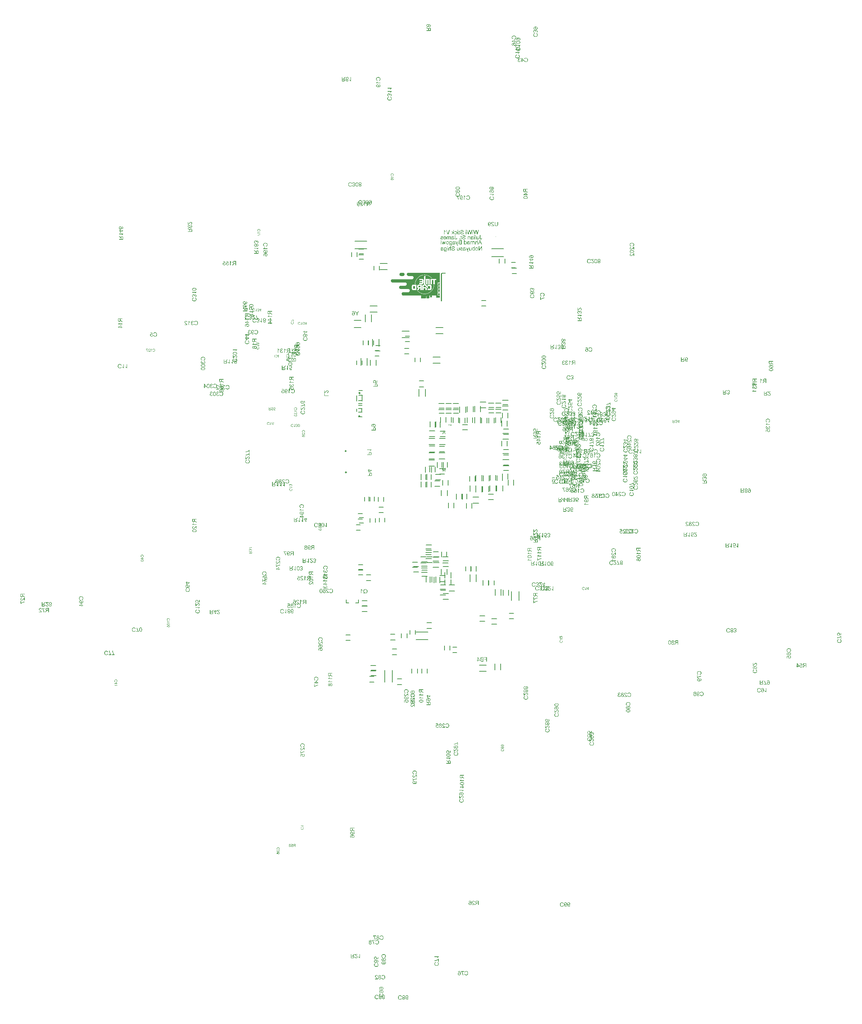
<source format=gbo>
G04*
G04 #@! TF.GenerationSoftware,Altium Limited,Altium Designer,25.1.2 (22)*
G04*
G04 Layer_Color=65535*
%FSLAX44Y44*%
%MOMM*%
G71*
G04*
G04 #@! TF.SameCoordinates,95D3A89C-EAAA-4EA1-B578-E8640D1D2C9C*
G04*
G04*
G04 #@! TF.FilePolarity,Positive*
G04*
G01*
G75*
%ADD10C,0.2500*%
%ADD11C,0.2000*%
%ADD15C,0.1000*%
G36*
X143106Y1122404D02*
X143546D01*
Y1122379D01*
X143717D01*
Y1122355D01*
X143790D01*
Y1122331D01*
X143961D01*
Y1122306D01*
X144034D01*
Y1122282D01*
X144157D01*
Y1122257D01*
X144230D01*
Y1122233D01*
X144279D01*
Y1122208D01*
X144376D01*
Y1122184D01*
X144401D01*
Y1122160D01*
X144498D01*
Y1122135D01*
X144547D01*
Y1122111D01*
X144621D01*
Y1122086D01*
X144669D01*
Y1122062D01*
X144718D01*
Y1122038D01*
X144767D01*
Y1122013D01*
X144816D01*
Y1121989D01*
X144865D01*
Y1121964D01*
X144914D01*
Y1121940D01*
X144938D01*
Y1121915D01*
X145011D01*
Y1121891D01*
X145036D01*
Y1121867D01*
X145084D01*
Y1121842D01*
X145109D01*
Y1121818D01*
X145158D01*
Y1121793D01*
X145182D01*
Y1121769D01*
X145231D01*
Y1121745D01*
X145255D01*
Y1121720D01*
X145280D01*
Y1121696D01*
X145329D01*
Y1121671D01*
X145378D01*
Y1121647D01*
X145402D01*
Y1121622D01*
X145426D01*
Y1121598D01*
X145451D01*
Y1121574D01*
X145500D01*
Y1121549D01*
X145524D01*
Y1121525D01*
X145548D01*
Y1121500D01*
X145573D01*
Y1121476D01*
X145597D01*
Y1121451D01*
X145622D01*
Y1121427D01*
X145646D01*
Y1121403D01*
X145695D01*
Y1121354D01*
X145744D01*
Y1121329D01*
X145768D01*
Y1121305D01*
X145793D01*
Y1121281D01*
X145817D01*
Y1121232D01*
X145866D01*
Y1121183D01*
X145915D01*
Y1121134D01*
X145939D01*
Y1121109D01*
X145964D01*
Y1121085D01*
X145988D01*
Y1121061D01*
X146012D01*
Y1121036D01*
X146037D01*
Y1120987D01*
X146086D01*
Y1120939D01*
X146110D01*
Y1120914D01*
X146135D01*
Y1120890D01*
X146159D01*
Y1120841D01*
X146184D01*
Y1120816D01*
X146208D01*
Y1120768D01*
X146232D01*
Y1120743D01*
X146257D01*
Y1120719D01*
X146281D01*
Y1120670D01*
X146306D01*
Y1120646D01*
X146330D01*
Y1120572D01*
X146354D01*
Y1120548D01*
X146379D01*
Y1120499D01*
X146403D01*
Y1120450D01*
X146428D01*
Y1120426D01*
X146452D01*
Y1120352D01*
X146476D01*
Y1120328D01*
X146501D01*
Y1120255D01*
X146525D01*
Y1120230D01*
X146550D01*
Y1120182D01*
X146574D01*
Y1120108D01*
X146599D01*
Y1120059D01*
X146623D01*
Y1119986D01*
X146648D01*
Y1119937D01*
X146672D01*
Y1119864D01*
X146696D01*
Y1119791D01*
X146721D01*
Y1119742D01*
X146745D01*
Y1119620D01*
X146770D01*
Y1119571D01*
X146794D01*
Y1119425D01*
X146818D01*
Y1119327D01*
X146843D01*
Y1119205D01*
X146867D01*
Y1118985D01*
X146892D01*
Y1118814D01*
X146916D01*
Y1118374D01*
X146892D01*
Y1118179D01*
X146867D01*
Y1117959D01*
X146843D01*
Y1117861D01*
X146818D01*
Y1117739D01*
X146794D01*
Y1117617D01*
X146770D01*
Y1117544D01*
X146745D01*
Y1117446D01*
X146721D01*
Y1117398D01*
X146696D01*
Y1117300D01*
X146672D01*
Y1117227D01*
X146648D01*
Y1117202D01*
X146623D01*
Y1117104D01*
X146599D01*
Y1117056D01*
X146574D01*
Y1117007D01*
X146550D01*
Y1116958D01*
X146525D01*
Y1116909D01*
X146501D01*
Y1116836D01*
X146476D01*
Y1116811D01*
X146452D01*
Y1116763D01*
X146428D01*
Y1116714D01*
X146403D01*
Y1116665D01*
X146379D01*
Y1116640D01*
X146354D01*
Y1116592D01*
X146330D01*
Y1116543D01*
X146306D01*
Y1116518D01*
X146281D01*
Y1116469D01*
X146257D01*
Y1116445D01*
X146232D01*
Y1116396D01*
X146208D01*
Y1116372D01*
X146184D01*
Y1116347D01*
X146159D01*
Y1116299D01*
X146135D01*
Y1116274D01*
X146110D01*
Y1116250D01*
X146086D01*
Y1116201D01*
X146061D01*
Y1116177D01*
X146037D01*
Y1116152D01*
X146012D01*
Y1116128D01*
X145988D01*
Y1116079D01*
X145964D01*
Y1116054D01*
X145939D01*
Y1116030D01*
X145915D01*
Y1116005D01*
X145890D01*
Y1115981D01*
X145866D01*
Y1115957D01*
X145842D01*
Y1115932D01*
X145817D01*
Y1115908D01*
X145793D01*
Y1115883D01*
X145768D01*
Y1115859D01*
X145744D01*
Y1115835D01*
X145719D01*
Y1115810D01*
X145695D01*
Y1115786D01*
X145671D01*
Y1115761D01*
X145646D01*
Y1115737D01*
X145622D01*
Y1115713D01*
X145597D01*
Y1115688D01*
X145548D01*
Y1115664D01*
X145524D01*
Y1115639D01*
X145500D01*
Y1115615D01*
X145475D01*
Y1115590D01*
X145451D01*
Y1115566D01*
X145426D01*
Y1115542D01*
X145378D01*
Y1115517D01*
X145353D01*
Y1115493D01*
X145304D01*
Y1115468D01*
X145280D01*
Y1115444D01*
X145255D01*
Y1115419D01*
X145207D01*
Y1115395D01*
X145182D01*
Y1115371D01*
X145133D01*
Y1115346D01*
X145084D01*
Y1115322D01*
X145060D01*
Y1115297D01*
X145011D01*
Y1115273D01*
X144987D01*
Y1115248D01*
X144914D01*
Y1115224D01*
X144889D01*
Y1115200D01*
X144840D01*
Y1115175D01*
X144791D01*
Y1115151D01*
X144743D01*
Y1115126D01*
X144669D01*
Y1115102D01*
X144645D01*
Y1115078D01*
X144572D01*
Y1115053D01*
X144523D01*
Y1115029D01*
X144474D01*
Y1115004D01*
X144376D01*
Y1114980D01*
X144327D01*
Y1114955D01*
X144230D01*
Y1114931D01*
X144181D01*
Y1114907D01*
X144083D01*
Y1114882D01*
X143986D01*
Y1114858D01*
X143912D01*
Y1114833D01*
X143717D01*
Y1114809D01*
X143595D01*
Y1114784D01*
X143302D01*
Y1114760D01*
X138369D01*
Y1114784D01*
X138051D01*
Y1114809D01*
X137929D01*
Y1114833D01*
X137758D01*
Y1114858D01*
X137685D01*
Y1114882D01*
X137587D01*
Y1114907D01*
X137490D01*
Y1114931D01*
X137416D01*
Y1114955D01*
X137319D01*
Y1114980D01*
X137294D01*
Y1115004D01*
X137197D01*
Y1115029D01*
X137148D01*
Y1115053D01*
X137099D01*
Y1115078D01*
X137026D01*
Y1115102D01*
X136977D01*
Y1115126D01*
X136928D01*
Y1115151D01*
X136879D01*
Y1115175D01*
X136830D01*
Y1115200D01*
X136781D01*
Y1115224D01*
X136733D01*
Y1115248D01*
X136684D01*
Y1115273D01*
X136659D01*
Y1115297D01*
X136610D01*
Y1115322D01*
X136562D01*
Y1115346D01*
X136537D01*
Y1115371D01*
X136488D01*
Y1115395D01*
X136464D01*
Y1115419D01*
X136415D01*
Y1115444D01*
X136391D01*
Y1115468D01*
X136342D01*
Y1115493D01*
X136317D01*
Y1115517D01*
X136293D01*
Y1115542D01*
X136244D01*
Y1115566D01*
X136220D01*
Y1115590D01*
X136195D01*
Y1115615D01*
X136171D01*
Y1115639D01*
X136122D01*
Y1115664D01*
X136098D01*
Y1115688D01*
X136073D01*
Y1115713D01*
X136024D01*
Y1115761D01*
X136000D01*
Y1115786D01*
X135975D01*
Y1115810D01*
X135951D01*
Y1115835D01*
X135902D01*
Y1115859D01*
Y1115883D01*
X135878D01*
Y1115908D01*
X135853D01*
Y1115932D01*
X135829D01*
Y1115957D01*
X135805D01*
Y1115981D01*
X135780D01*
Y1116005D01*
X135731D01*
Y1116054D01*
X135707D01*
Y1116079D01*
X135682D01*
Y1116103D01*
X135658D01*
Y1116128D01*
X135634D01*
Y1116152D01*
X135609D01*
Y1116201D01*
X135585D01*
Y1116225D01*
X135560D01*
Y1116250D01*
X135536D01*
Y1116299D01*
X135512D01*
Y1116323D01*
X135487D01*
Y1116372D01*
X135463D01*
Y1116396D01*
X135438D01*
Y1116445D01*
X135414D01*
Y1116469D01*
X135389D01*
Y1116494D01*
X135365D01*
Y1116543D01*
X135340D01*
Y1116567D01*
X135316D01*
Y1116616D01*
X135292D01*
Y1116665D01*
X135267D01*
Y1116689D01*
X135243D01*
Y1116738D01*
X135218D01*
Y1116787D01*
X135194D01*
Y1116860D01*
X135170D01*
Y1116885D01*
X135145D01*
Y1116934D01*
X135121D01*
Y1116982D01*
X135096D01*
Y1117031D01*
X135072D01*
Y1117104D01*
X135048D01*
Y1117153D01*
X135023D01*
Y1117227D01*
X134999D01*
Y1117275D01*
X134974D01*
Y1117349D01*
X134950D01*
Y1117446D01*
X134925D01*
Y1117495D01*
X134901D01*
Y1117617D01*
X134876D01*
Y1117691D01*
X134852D01*
Y1117813D01*
X134828D01*
Y1117935D01*
X134803D01*
Y1118057D01*
X134779D01*
Y1118448D01*
X134754D01*
Y1118741D01*
X134779D01*
Y1119107D01*
X134803D01*
Y1119253D01*
X134828D01*
Y1119351D01*
X134852D01*
Y1119498D01*
X134876D01*
Y1119571D01*
X134901D01*
Y1119693D01*
X134925D01*
Y1119742D01*
X134950D01*
Y1119815D01*
X134974D01*
Y1119913D01*
X134999D01*
Y1119937D01*
X135023D01*
Y1120035D01*
X135048D01*
Y1120084D01*
X135072D01*
Y1120133D01*
X135096D01*
Y1120206D01*
X135121D01*
Y1120230D01*
X135145D01*
Y1120304D01*
X135170D01*
Y1120328D01*
X135194D01*
Y1120401D01*
X135218D01*
Y1120426D01*
X135243D01*
Y1120475D01*
X135267D01*
Y1120523D01*
X135292D01*
Y1120548D01*
X135316D01*
Y1120621D01*
X135340D01*
Y1120646D01*
X135365D01*
Y1120694D01*
X135389D01*
Y1120719D01*
X135414D01*
Y1120743D01*
X135438D01*
Y1120792D01*
X135463D01*
Y1120816D01*
X135487D01*
Y1120865D01*
X135512D01*
Y1120890D01*
X135536D01*
Y1120914D01*
X135560D01*
Y1120963D01*
X135585D01*
Y1120987D01*
X135609D01*
Y1121012D01*
X135634D01*
Y1121036D01*
X135658D01*
Y1121085D01*
X135682D01*
Y1121109D01*
X135707D01*
Y1121134D01*
X135731D01*
Y1121158D01*
X135756D01*
Y1121183D01*
X135780D01*
Y1121207D01*
X135805D01*
Y1121232D01*
X135829D01*
Y1121256D01*
X135853D01*
Y1121281D01*
X135878D01*
Y1121305D01*
X135902D01*
Y1121329D01*
X135927D01*
Y1121354D01*
X135951D01*
Y1121378D01*
X135975D01*
Y1121403D01*
X136000D01*
Y1121427D01*
X136024D01*
Y1121451D01*
X136049D01*
Y1121476D01*
X136073D01*
Y1121500D01*
X136098D01*
Y1121525D01*
X136146D01*
Y1121549D01*
X136171D01*
Y1121574D01*
X136195D01*
Y1121598D01*
X136220D01*
Y1121622D01*
X136269D01*
Y1121647D01*
X136293D01*
Y1121671D01*
X136317D01*
Y1121696D01*
X136366D01*
Y1121720D01*
X136391D01*
Y1121745D01*
X136440D01*
Y1121769D01*
X136464D01*
Y1121793D01*
X136513D01*
Y1121818D01*
X136537D01*
Y1121842D01*
X136586D01*
Y1121867D01*
X136635D01*
Y1121891D01*
X136659D01*
Y1121915D01*
X136708D01*
Y1121940D01*
X136757D01*
Y1121964D01*
X136781D01*
Y1121989D01*
X136855D01*
Y1122013D01*
X136879D01*
Y1122038D01*
X136952D01*
Y1122062D01*
X137001D01*
Y1122086D01*
X137050D01*
Y1122111D01*
X137123D01*
Y1122135D01*
X137172D01*
Y1122160D01*
X137245D01*
Y1122184D01*
X137294D01*
Y1122208D01*
X137367D01*
Y1122233D01*
X137441D01*
Y1122257D01*
X137514D01*
Y1122282D01*
X137636D01*
Y1122306D01*
X137709D01*
Y1122331D01*
X137856D01*
Y1122355D01*
X137954D01*
Y1122379D01*
X138125D01*
Y1122404D01*
X138540D01*
Y1122428D01*
X143106D01*
Y1122404D01*
D02*
G37*
G36*
X230143D02*
X230168D01*
Y1122355D01*
X230192D01*
Y1122306D01*
X230168D01*
Y1099008D01*
X230143D01*
Y1098984D01*
X224575D01*
Y1099008D01*
X224526D01*
Y1093074D01*
Y1093050D01*
Y1092537D01*
X230168D01*
Y1091169D01*
X230192D01*
Y1091145D01*
X230168D01*
Y1091072D01*
X224526D01*
Y1091047D01*
X224502D01*
Y1091023D01*
X224526D01*
Y1084649D01*
X224502D01*
Y1084624D01*
X224526D01*
Y1084600D01*
X224600D01*
Y1084624D01*
X224648D01*
Y1084600D01*
X230046D01*
Y1084624D01*
X230070D01*
Y1084600D01*
X230168D01*
Y1083159D01*
X230119D01*
Y1083135D01*
X224600D01*
Y1083159D01*
X224526D01*
Y1076688D01*
X230168D01*
Y1075222D01*
X230119D01*
Y1075198D01*
X224600D01*
Y1075222D01*
X224526D01*
Y1068775D01*
X230168D01*
Y1063573D01*
X230192D01*
Y1063525D01*
X230168D01*
Y1063500D01*
X221474D01*
Y1063525D01*
X221449D01*
Y1068580D01*
X221425D01*
Y1068604D01*
X221401D01*
Y1068677D01*
X221376D01*
Y1068702D01*
X221352D01*
Y1068751D01*
X221327D01*
Y1068775D01*
X221303D01*
Y1068800D01*
X221278D01*
Y1068824D01*
X221254D01*
Y1068848D01*
X221205D01*
Y1068873D01*
X221181D01*
Y1068897D01*
X221107D01*
Y1068922D01*
X221059D01*
Y1068946D01*
X212047D01*
Y1068922D01*
X211998D01*
Y1068897D01*
X211925D01*
Y1068873D01*
X211876D01*
Y1068848D01*
X211852D01*
Y1068824D01*
X211827D01*
Y1068800D01*
X211803D01*
Y1068775D01*
X211779D01*
Y1068751D01*
X211754D01*
Y1068726D01*
X211730D01*
Y1068677D01*
X211705D01*
Y1068653D01*
X211681D01*
Y1068580D01*
X211656D01*
Y1068482D01*
X211632D01*
Y1065014D01*
X211608D01*
Y1064941D01*
X211583D01*
Y1064892D01*
X211559D01*
Y1064843D01*
X211534D01*
Y1064819D01*
X211510D01*
Y1064794D01*
X211486D01*
Y1064770D01*
X211461D01*
Y1064746D01*
X211437D01*
Y1064721D01*
X211388D01*
Y1064697D01*
X211363D01*
Y1064672D01*
X211290D01*
Y1064648D01*
X211217D01*
Y1064624D01*
X207676D01*
Y1064648D01*
X207603D01*
Y1064672D01*
X207529D01*
Y1064697D01*
X207505D01*
Y1064721D01*
X207456D01*
Y1064746D01*
X207432D01*
Y1064770D01*
X207407D01*
Y1064794D01*
X207383D01*
Y1064819D01*
X207358D01*
Y1064843D01*
X207334D01*
Y1064917D01*
X207309D01*
Y1064941D01*
X207285D01*
Y1065014D01*
X207261D01*
Y1065161D01*
X207236D01*
Y1068067D01*
X207212D01*
Y1068189D01*
X207187D01*
Y1068238D01*
X207163D01*
Y1068311D01*
X207139D01*
Y1068360D01*
X207114D01*
Y1068409D01*
X207090D01*
Y1068458D01*
X207065D01*
Y1068482D01*
X207041D01*
Y1068506D01*
X207016D01*
Y1068531D01*
X206992D01*
Y1068580D01*
X206968D01*
Y1068604D01*
X206943D01*
Y1068629D01*
X206919D01*
Y1068653D01*
X206894D01*
Y1068677D01*
X206870D01*
Y1068702D01*
X206821D01*
Y1068726D01*
X206797D01*
Y1068751D01*
X206772D01*
Y1068775D01*
X206723D01*
Y1068800D01*
X206699D01*
Y1068824D01*
X206626D01*
Y1068848D01*
X206577D01*
Y1068873D01*
X206528D01*
Y1068897D01*
X206430D01*
Y1068922D01*
X206308D01*
Y1068946D01*
X206015D01*
Y1068922D01*
X205917D01*
Y1068897D01*
X205820D01*
Y1068873D01*
X205746D01*
Y1068848D01*
X205722D01*
Y1068824D01*
X205649D01*
Y1068800D01*
X205624D01*
Y1068775D01*
X205576D01*
Y1068751D01*
X205551D01*
Y1068726D01*
X205502D01*
Y1068702D01*
X205478D01*
Y1068677D01*
X205453D01*
Y1068653D01*
X205429D01*
Y1068629D01*
X205405D01*
Y1068604D01*
X205380D01*
Y1068580D01*
X205356D01*
Y1068555D01*
X205331D01*
Y1068531D01*
X205307D01*
Y1068506D01*
X205282D01*
Y1068458D01*
X205258D01*
Y1068433D01*
X205234D01*
Y1068384D01*
X205209D01*
Y1068336D01*
X205185D01*
Y1068287D01*
X205160D01*
Y1068213D01*
X205136D01*
Y1068165D01*
X205112D01*
Y1068018D01*
X205087D01*
Y1062816D01*
X205063D01*
Y1062743D01*
X205038D01*
Y1062670D01*
X205014D01*
Y1062645D01*
X204989D01*
Y1062597D01*
X204965D01*
Y1062572D01*
X204941D01*
Y1062548D01*
X204916D01*
Y1062523D01*
X204892D01*
Y1062499D01*
X204843D01*
Y1062475D01*
X204818D01*
Y1062450D01*
X204770D01*
Y1062426D01*
X204672D01*
Y1062401D01*
X198933D01*
Y1062426D01*
X198860D01*
Y1062450D01*
X198787D01*
Y1062475D01*
X198762D01*
Y1062499D01*
X198713D01*
Y1062523D01*
X198689D01*
Y1062548D01*
X198664D01*
Y1062597D01*
X198640D01*
Y1062621D01*
X198616D01*
Y1062645D01*
X198591D01*
Y1062694D01*
X198567D01*
Y1062743D01*
X198542D01*
Y1066211D01*
X198518D01*
Y1066357D01*
X198493D01*
Y1066431D01*
X198469D01*
Y1066480D01*
X198445D01*
Y1066504D01*
X198420D01*
Y1066553D01*
X198396D01*
Y1066577D01*
X198371D01*
Y1066602D01*
X198347D01*
Y1066626D01*
X198323D01*
Y1066650D01*
X198298D01*
Y1066675D01*
X198249D01*
Y1066699D01*
X198200D01*
Y1066724D01*
X198127D01*
Y1066748D01*
X198054D01*
Y1066773D01*
X197907D01*
Y1066748D01*
X197859D01*
Y1066724D01*
X197761D01*
Y1066699D01*
X197712D01*
Y1066675D01*
X197688D01*
Y1066650D01*
X197639D01*
Y1066626D01*
X197614D01*
Y1066602D01*
X197590D01*
Y1066577D01*
X197565D01*
Y1066553D01*
X197541D01*
Y1066504D01*
X197517D01*
Y1066455D01*
X197492D01*
Y1066382D01*
X197468D01*
Y1066333D01*
X197443D01*
Y1062792D01*
X197419D01*
Y1062719D01*
X197395D01*
Y1062670D01*
X197370D01*
Y1062621D01*
X197346D01*
Y1062597D01*
X197321D01*
Y1062572D01*
X197297D01*
Y1062548D01*
X197272D01*
Y1062523D01*
X197248D01*
Y1062499D01*
X197199D01*
Y1062475D01*
X197175D01*
Y1062450D01*
X197126D01*
Y1062426D01*
X197053D01*
Y1062401D01*
X185843D01*
Y1062426D01*
X185770D01*
Y1062450D01*
X185697D01*
Y1062475D01*
X185672D01*
Y1062499D01*
X185624D01*
Y1062523D01*
X185599D01*
Y1062548D01*
X185575D01*
Y1062572D01*
X185550D01*
Y1062597D01*
X185526D01*
Y1062645D01*
X185501D01*
Y1062670D01*
X185477D01*
Y1062743D01*
X185453D01*
Y1062816D01*
X185428D01*
Y1068531D01*
X185404D01*
Y1068604D01*
X185379D01*
Y1068653D01*
X185355D01*
Y1068702D01*
X185331D01*
Y1068726D01*
X185306D01*
Y1068751D01*
X185282D01*
Y1068800D01*
X185233D01*
Y1068824D01*
X185208D01*
Y1068848D01*
X185184D01*
Y1068873D01*
X185135D01*
Y1068897D01*
X185062D01*
Y1068922D01*
X185013D01*
Y1068946D01*
X142935D01*
Y1068970D01*
X142862D01*
Y1068995D01*
X142740D01*
Y1069019D01*
X142667D01*
Y1069044D01*
X142594D01*
Y1069068D01*
X142520D01*
Y1069093D01*
X142472D01*
Y1069117D01*
X142398D01*
Y1069141D01*
X142349D01*
Y1069166D01*
X142276D01*
Y1069190D01*
X142227D01*
Y1069215D01*
X142203D01*
Y1069239D01*
X142130D01*
Y1069264D01*
X142105D01*
Y1069288D01*
X142056D01*
Y1069312D01*
X142008D01*
Y1069337D01*
X141983D01*
Y1069361D01*
X141934D01*
Y1069386D01*
X141910D01*
Y1069410D01*
X141861D01*
Y1069435D01*
X141837D01*
Y1069459D01*
X141788D01*
Y1069483D01*
X141763D01*
Y1069508D01*
X141739D01*
Y1069532D01*
X141690D01*
Y1069557D01*
X141666D01*
Y1069581D01*
X141641D01*
Y1069605D01*
X141592D01*
Y1069630D01*
X141568D01*
Y1069654D01*
X141544D01*
Y1069679D01*
X141519D01*
Y1069703D01*
X141470D01*
Y1069728D01*
X141446D01*
Y1069752D01*
X141421D01*
Y1069776D01*
X141397D01*
Y1069825D01*
X141348D01*
Y1069874D01*
X141299D01*
Y1069899D01*
X141275D01*
Y1069923D01*
X141250D01*
Y1069947D01*
X141226D01*
Y1069996D01*
X141177D01*
Y1070021D01*
X141153D01*
Y1070045D01*
X141128D01*
Y1070094D01*
X141104D01*
Y1070118D01*
X141080D01*
Y1070143D01*
X141055D01*
Y1070167D01*
X141031D01*
Y1070192D01*
X141006D01*
Y1070240D01*
X140982D01*
Y1070265D01*
X140957D01*
Y1070289D01*
X140933D01*
Y1070338D01*
X140908D01*
Y1070362D01*
X140884D01*
Y1070387D01*
X140860D01*
Y1070436D01*
X140835D01*
Y1070460D01*
X140811D01*
Y1070509D01*
X140786D01*
Y1070533D01*
X140762D01*
Y1070582D01*
X140738D01*
Y1070607D01*
X140713D01*
Y1070656D01*
X140689D01*
Y1070680D01*
X140664D01*
Y1070729D01*
X140640D01*
Y1070778D01*
X140616D01*
Y1070802D01*
X140591D01*
Y1070875D01*
X140567D01*
Y1070900D01*
X140542D01*
Y1070949D01*
X140518D01*
Y1070997D01*
X140493D01*
Y1071046D01*
X140469D01*
Y1071120D01*
X140444D01*
Y1071144D01*
X140420D01*
Y1071217D01*
X140396D01*
Y1071266D01*
X140371D01*
Y1071339D01*
X140347D01*
Y1071437D01*
X140322D01*
Y1071461D01*
X140298D01*
Y1071559D01*
X140274D01*
Y1071632D01*
X140249D01*
Y1071706D01*
X140225D01*
Y1071803D01*
X140200D01*
Y1071877D01*
X140176D01*
Y1072048D01*
X140152D01*
Y1072170D01*
X140127D01*
Y1072389D01*
X140103D01*
Y1072707D01*
X140078D01*
Y1072829D01*
X140103D01*
Y1073122D01*
X140127D01*
Y1073342D01*
X140152D01*
Y1073464D01*
X140176D01*
Y1073611D01*
X140200D01*
Y1073708D01*
X140225D01*
Y1073781D01*
X140249D01*
Y1073855D01*
X140274D01*
Y1073928D01*
X140298D01*
Y1074026D01*
X140322D01*
Y1074074D01*
X140347D01*
Y1074172D01*
X140371D01*
Y1074197D01*
X140396D01*
Y1074246D01*
X140420D01*
Y1074319D01*
X140444D01*
Y1074368D01*
X140469D01*
Y1074416D01*
X140493D01*
Y1074465D01*
X140518D01*
Y1074514D01*
X140542D01*
Y1074563D01*
X140567D01*
Y1074612D01*
X140591D01*
Y1074661D01*
X140616D01*
Y1074685D01*
X140640D01*
Y1074734D01*
X140664D01*
Y1074783D01*
X140689D01*
Y1074807D01*
X140713D01*
Y1074856D01*
X140738D01*
Y1074880D01*
X140762D01*
Y1074929D01*
X140786D01*
Y1074954D01*
X140811D01*
Y1075003D01*
X140835D01*
Y1075027D01*
X140860D01*
Y1075051D01*
X140884D01*
Y1075100D01*
X140933D01*
Y1075149D01*
X140957D01*
Y1075173D01*
X140982D01*
Y1075198D01*
X141006D01*
Y1075222D01*
X141031D01*
Y1075247D01*
X141055D01*
Y1075296D01*
X141080D01*
Y1075320D01*
X141104D01*
Y1075344D01*
X141128D01*
Y1075369D01*
X141153D01*
Y1075393D01*
X141177D01*
Y1075418D01*
X141202D01*
Y1075442D01*
X141226D01*
Y1075467D01*
X141250D01*
Y1075491D01*
X141275D01*
Y1075515D01*
X141299D01*
Y1075540D01*
X141324D01*
Y1075564D01*
X141348D01*
Y1075589D01*
X141372D01*
Y1075613D01*
X141421D01*
Y1075637D01*
X141446D01*
Y1075662D01*
X141470D01*
Y1075686D01*
X141495D01*
Y1075711D01*
X141519D01*
Y1075735D01*
X141568D01*
Y1075760D01*
X141592D01*
Y1075784D01*
X141617D01*
Y1075808D01*
X141666D01*
Y1075833D01*
X141690D01*
Y1075857D01*
X141739D01*
Y1075882D01*
X141763D01*
Y1075906D01*
X141788D01*
Y1075930D01*
X141837D01*
Y1075955D01*
X141861D01*
Y1075979D01*
X141910D01*
Y1076004D01*
X141934D01*
Y1076028D01*
X141983D01*
Y1076053D01*
X142032D01*
Y1076077D01*
X142056D01*
Y1076102D01*
X142130D01*
Y1076126D01*
X142154D01*
Y1076150D01*
X142227D01*
Y1076175D01*
X142252D01*
Y1076199D01*
X142301D01*
Y1076224D01*
X142374D01*
Y1076248D01*
X142398D01*
Y1076272D01*
X142472D01*
Y1076297D01*
X142520D01*
Y1076321D01*
X142618D01*
Y1076346D01*
X142667D01*
Y1076370D01*
X142740D01*
Y1076395D01*
X142838D01*
Y1076419D01*
X142887D01*
Y1076443D01*
X143009D01*
Y1076468D01*
X143082D01*
Y1076492D01*
X143180D01*
Y1076517D01*
X143351D01*
Y1076541D01*
X143473D01*
Y1076565D01*
X155463D01*
Y1076590D01*
X155659D01*
Y1076614D01*
X155903D01*
Y1076639D01*
X156025D01*
Y1076663D01*
X156123D01*
Y1076688D01*
X156269D01*
Y1076712D01*
X156318D01*
Y1076736D01*
X156440D01*
Y1076761D01*
X156514D01*
Y1076785D01*
X156587D01*
Y1076810D01*
X156660D01*
Y1076834D01*
X156709D01*
Y1076859D01*
X156782D01*
Y1076883D01*
X156831D01*
Y1076907D01*
X156904D01*
Y1076932D01*
X156953D01*
Y1076956D01*
X157002D01*
Y1076981D01*
X157051D01*
Y1077005D01*
X157075D01*
Y1077029D01*
X157149D01*
Y1077054D01*
X157197D01*
Y1077078D01*
X157222D01*
Y1077103D01*
X157271D01*
Y1077127D01*
X157319D01*
Y1077152D01*
X157368D01*
Y1077176D01*
X157393D01*
Y1077200D01*
X157442D01*
Y1077225D01*
X157466D01*
Y1077249D01*
X157515D01*
Y1077274D01*
X157539D01*
Y1077298D01*
X157564D01*
Y1077322D01*
X157613D01*
Y1077347D01*
X157637D01*
Y1077371D01*
X157686D01*
Y1077396D01*
X157710D01*
Y1077420D01*
X157735D01*
Y1077445D01*
X157783D01*
Y1077469D01*
X157808D01*
Y1077494D01*
X157832D01*
Y1077518D01*
X157857D01*
Y1077542D01*
X157881D01*
Y1077567D01*
X157930D01*
Y1077616D01*
X157979D01*
Y1077640D01*
X158003D01*
Y1077664D01*
X158028D01*
Y1077689D01*
X158052D01*
Y1077713D01*
X158076D01*
Y1077738D01*
X158101D01*
Y1077762D01*
X158125D01*
Y1077786D01*
X158150D01*
Y1077835D01*
X158174D01*
Y1077860D01*
X158223D01*
Y1077909D01*
X158247D01*
Y1077933D01*
X158272D01*
Y1077958D01*
X158296D01*
Y1077982D01*
X158321D01*
Y1078006D01*
X158345D01*
Y1078055D01*
X158370D01*
Y1078080D01*
X158394D01*
Y1078104D01*
X158419D01*
Y1078153D01*
X158443D01*
Y1078177D01*
X158467D01*
Y1078202D01*
X158492D01*
Y1078226D01*
X158516D01*
Y1078275D01*
X158541D01*
Y1078324D01*
X158565D01*
Y1078348D01*
X158589D01*
Y1078397D01*
X158614D01*
Y1078421D01*
X158638D01*
Y1078470D01*
X158663D01*
Y1078495D01*
X158687D01*
Y1078568D01*
X158712D01*
Y1078592D01*
X158736D01*
Y1078641D01*
X158760D01*
Y1078690D01*
X158785D01*
Y1078715D01*
X158809D01*
Y1078812D01*
X158834D01*
Y1078837D01*
X158858D01*
Y1078885D01*
X158882D01*
Y1078959D01*
X158907D01*
Y1079008D01*
X158931D01*
Y1079081D01*
X158956D01*
Y1079130D01*
X158980D01*
Y1079227D01*
X159005D01*
Y1079301D01*
X159029D01*
Y1079350D01*
X159053D01*
Y1079472D01*
X159078D01*
Y1079545D01*
X159102D01*
Y1079691D01*
X159127D01*
Y1079814D01*
X159151D01*
Y1079984D01*
X159176D01*
Y1080009D01*
X159151D01*
Y1080033D01*
X159176D01*
Y1080815D01*
X159151D01*
Y1080986D01*
X159127D01*
Y1081083D01*
X159102D01*
Y1081230D01*
X159078D01*
Y1081328D01*
X159053D01*
Y1081425D01*
X159029D01*
Y1081498D01*
X159005D01*
Y1081572D01*
X158980D01*
Y1081645D01*
X158956D01*
Y1081694D01*
X158931D01*
Y1081792D01*
X158907D01*
Y1081840D01*
X158882D01*
Y1081889D01*
X158858D01*
Y1081938D01*
X158834D01*
Y1081987D01*
X158809D01*
Y1082060D01*
X158785D01*
Y1082085D01*
X158760D01*
Y1082158D01*
X158736D01*
Y1082182D01*
X158712D01*
Y1082231D01*
X158687D01*
Y1082280D01*
X158663D01*
Y1082304D01*
X158638D01*
Y1082378D01*
X158614D01*
Y1082402D01*
X158589D01*
Y1082451D01*
X158565D01*
Y1082475D01*
X158541D01*
Y1082500D01*
X158516D01*
Y1082549D01*
X158492D01*
Y1082573D01*
X158467D01*
Y1082622D01*
X158443D01*
Y1082646D01*
X158419D01*
Y1082671D01*
X158394D01*
Y1082720D01*
X158370D01*
Y1082744D01*
X158345D01*
Y1082768D01*
X158321D01*
Y1082793D01*
X158296D01*
Y1082842D01*
X158272D01*
Y1082866D01*
X158247D01*
Y1082890D01*
X158223D01*
Y1082915D01*
X158199D01*
Y1082939D01*
X158174D01*
Y1082964D01*
X158150D01*
Y1082988D01*
X158125D01*
Y1083013D01*
X158101D01*
Y1083037D01*
X158076D01*
Y1083062D01*
X158052D01*
Y1083086D01*
X158028D01*
Y1083110D01*
X158003D01*
Y1083135D01*
X157979D01*
Y1083159D01*
X157954D01*
Y1083184D01*
X157930D01*
Y1083208D01*
X157906D01*
Y1083232D01*
X157881D01*
Y1083257D01*
X157832D01*
Y1083281D01*
X157808D01*
Y1083306D01*
X157783D01*
Y1083330D01*
X157759D01*
Y1083354D01*
X157735D01*
Y1083379D01*
X157710D01*
Y1083403D01*
X157661D01*
Y1083428D01*
X157637D01*
Y1083452D01*
X157613D01*
Y1083477D01*
X157564D01*
Y1083501D01*
X157539D01*
Y1083525D01*
X157490D01*
Y1083550D01*
X157466D01*
Y1083574D01*
X157417D01*
Y1083599D01*
X157368D01*
Y1083623D01*
X157344D01*
Y1083648D01*
X157295D01*
Y1083672D01*
X157271D01*
Y1083696D01*
X157222D01*
Y1083721D01*
X157173D01*
Y1083745D01*
X157149D01*
Y1083770D01*
X157075D01*
Y1083794D01*
X157026D01*
Y1083819D01*
X156978D01*
Y1083843D01*
X156929D01*
Y1083867D01*
X156880D01*
Y1083892D01*
X156807D01*
Y1083916D01*
X156758D01*
Y1083941D01*
X156685D01*
Y1083965D01*
X156636D01*
Y1083989D01*
X156562D01*
Y1084014D01*
X156465D01*
Y1084038D01*
X156416D01*
Y1084063D01*
X156294D01*
Y1084087D01*
X156221D01*
Y1084112D01*
X156098D01*
Y1084136D01*
X155976D01*
Y1084160D01*
X155854D01*
Y1084185D01*
X155415D01*
Y1084209D01*
X137514D01*
Y1084234D01*
X137245D01*
Y1084258D01*
X137123D01*
Y1084283D01*
X137026D01*
Y1084307D01*
X136879D01*
Y1084331D01*
X136806D01*
Y1084356D01*
X136708D01*
Y1084380D01*
X136635D01*
Y1084405D01*
X136562D01*
Y1084429D01*
X136488D01*
Y1084454D01*
X136440D01*
Y1084478D01*
X136342D01*
Y1084502D01*
X136317D01*
Y1084527D01*
X136244D01*
Y1084551D01*
X136195D01*
Y1084576D01*
X136146D01*
Y1084600D01*
X136098D01*
Y1084624D01*
X136049D01*
Y1084649D01*
X135975D01*
Y1084673D01*
X135951D01*
Y1084698D01*
X135902D01*
Y1084722D01*
X135853D01*
Y1084746D01*
X135829D01*
Y1084771D01*
X135780D01*
Y1084795D01*
X135756D01*
Y1084820D01*
X135707D01*
Y1084844D01*
X135658D01*
Y1084869D01*
X135634D01*
Y1084893D01*
X135585D01*
Y1084918D01*
X135560D01*
Y1084942D01*
X135512D01*
Y1084966D01*
X135487D01*
Y1084991D01*
X135463D01*
Y1085015D01*
X135438D01*
Y1085040D01*
X135414D01*
Y1085064D01*
X135365D01*
Y1085088D01*
X135340D01*
Y1085113D01*
X135292D01*
Y1085137D01*
X135267D01*
Y1085162D01*
X135243D01*
Y1085186D01*
X135218D01*
Y1085210D01*
X135194D01*
Y1085235D01*
X135170D01*
Y1085259D01*
X135145D01*
Y1085284D01*
X135121D01*
Y1085308D01*
X135096D01*
Y1085333D01*
X135072D01*
Y1085357D01*
X135048D01*
Y1085381D01*
X135023D01*
Y1085406D01*
X134999D01*
Y1085430D01*
X134974D01*
Y1085455D01*
X134950D01*
Y1085479D01*
X134925D01*
Y1085504D01*
X134901D01*
Y1085528D01*
X134876D01*
Y1085552D01*
X134852D01*
Y1085601D01*
X134828D01*
Y1085626D01*
X134803D01*
Y1085650D01*
X134779D01*
Y1085699D01*
X134730D01*
Y1085748D01*
X134705D01*
Y1085772D01*
X134681D01*
Y1085821D01*
X134657D01*
Y1085845D01*
X134632D01*
Y1085870D01*
X134608D01*
Y1085919D01*
X134583D01*
Y1085943D01*
X134559D01*
Y1085992D01*
X134535D01*
Y1086016D01*
X134510D01*
Y1086065D01*
X134486D01*
Y1086114D01*
X134461D01*
Y1086139D01*
X134437D01*
Y1086212D01*
X134412D01*
Y1086236D01*
X134388D01*
Y1086285D01*
X134364D01*
Y1086334D01*
X134339D01*
Y1086358D01*
X134315D01*
Y1086456D01*
X134290D01*
Y1086480D01*
X134266D01*
Y1086554D01*
X134242D01*
Y1086602D01*
X134217D01*
Y1086651D01*
X134193D01*
Y1086725D01*
X134168D01*
Y1086774D01*
X134144D01*
Y1086871D01*
X134119D01*
Y1086944D01*
X134095D01*
Y1087042D01*
X134071D01*
Y1087115D01*
X134046D01*
Y1087189D01*
X134022D01*
Y1087384D01*
X133997D01*
Y1087482D01*
X133973D01*
Y1087750D01*
X133948D01*
Y1088288D01*
X133973D01*
Y1088581D01*
X133997D01*
Y1088703D01*
X134022D01*
Y1088849D01*
X134046D01*
Y1088947D01*
X134071D01*
Y1089045D01*
X134095D01*
Y1089142D01*
X134119D01*
Y1089191D01*
X134144D01*
Y1089289D01*
X134168D01*
Y1089338D01*
X134193D01*
Y1089411D01*
X134217D01*
Y1089460D01*
X134242D01*
Y1089509D01*
X134266D01*
Y1089582D01*
X134290D01*
Y1089631D01*
X134315D01*
Y1089704D01*
X134339D01*
Y1089728D01*
X134364D01*
Y1089777D01*
X134388D01*
Y1089826D01*
X134412D01*
Y1089875D01*
X134437D01*
Y1089924D01*
X134461D01*
Y1089948D01*
X134486D01*
Y1089997D01*
X134510D01*
Y1090046D01*
X134535D01*
Y1090070D01*
X134559D01*
Y1090119D01*
X134583D01*
Y1090144D01*
X134608D01*
Y1090192D01*
X134632D01*
Y1090217D01*
X134657D01*
Y1090266D01*
X134681D01*
Y1090290D01*
X134705D01*
Y1090314D01*
X134730D01*
Y1090363D01*
X134754D01*
Y1090388D01*
X134779D01*
Y1090412D01*
X134803D01*
Y1090437D01*
X134828D01*
Y1090461D01*
X134852D01*
Y1090510D01*
X134876D01*
Y1090534D01*
X134901D01*
Y1090559D01*
X134925D01*
Y1090583D01*
X134950D01*
Y1090608D01*
X134974D01*
Y1090632D01*
X134999D01*
Y1090656D01*
X135023D01*
Y1090681D01*
X135048D01*
Y1090705D01*
X135072D01*
Y1090730D01*
X135096D01*
Y1090754D01*
X135121D01*
Y1090779D01*
X135145D01*
Y1090803D01*
X135170D01*
Y1090827D01*
X135194D01*
Y1090852D01*
X135218D01*
Y1090876D01*
X135243D01*
Y1090901D01*
X135267D01*
Y1090925D01*
X135316D01*
Y1090974D01*
X135365D01*
Y1090998D01*
X135389D01*
Y1091023D01*
X135414D01*
Y1091047D01*
X135463D01*
Y1091072D01*
X135487D01*
Y1091096D01*
X135536D01*
Y1091120D01*
X135560D01*
Y1091145D01*
X135585D01*
Y1091169D01*
X135634D01*
Y1091194D01*
X135658D01*
Y1091218D01*
X135707D01*
Y1091243D01*
X135731D01*
Y1091267D01*
X135780D01*
Y1091291D01*
X135805D01*
Y1091316D01*
X135853D01*
Y1091340D01*
X135902D01*
Y1091365D01*
X135927D01*
Y1091389D01*
X136000D01*
Y1091413D01*
X136049D01*
Y1091438D01*
X136098D01*
Y1091462D01*
X136146D01*
Y1091487D01*
X136171D01*
Y1091511D01*
X136244D01*
Y1091536D01*
X136293D01*
Y1091560D01*
X136366D01*
Y1091584D01*
X136415D01*
Y1091609D01*
X136464D01*
Y1091633D01*
X136562D01*
Y1091658D01*
X136610D01*
Y1091682D01*
X136733D01*
Y1091707D01*
X136781D01*
Y1091731D01*
X136879D01*
Y1091755D01*
X136977D01*
Y1091780D01*
X137074D01*
Y1091804D01*
X137270D01*
Y1091829D01*
X137416D01*
Y1091853D01*
X148381D01*
Y1091878D01*
X148577D01*
Y1091902D01*
X148626D01*
Y1091878D01*
X148650D01*
Y1091902D01*
X148772D01*
Y1091926D01*
X148943D01*
Y1091951D01*
X149016D01*
Y1091975D01*
X149138D01*
Y1092000D01*
X149212D01*
Y1092024D01*
X149309D01*
Y1092048D01*
X149383D01*
Y1092073D01*
X149431D01*
Y1092097D01*
X149529D01*
Y1092122D01*
X149578D01*
Y1092146D01*
X149651D01*
Y1092170D01*
X149700D01*
Y1092195D01*
X149749D01*
Y1092219D01*
X149822D01*
Y1092244D01*
X149847D01*
Y1092268D01*
X149920D01*
Y1092293D01*
X149944D01*
Y1092317D01*
X150018D01*
Y1092342D01*
X150042D01*
Y1092366D01*
X150091D01*
Y1092390D01*
X150140D01*
Y1092415D01*
X150164D01*
Y1092439D01*
X150213D01*
Y1092464D01*
X150262D01*
Y1092488D01*
X150286D01*
Y1092512D01*
X150335D01*
Y1092537D01*
X150359D01*
Y1092561D01*
X150408D01*
Y1092586D01*
X150433D01*
Y1092610D01*
X150457D01*
Y1092635D01*
X150506D01*
Y1092659D01*
X150530D01*
Y1092683D01*
X150555D01*
Y1092708D01*
X150579D01*
Y1092732D01*
X150628D01*
Y1092757D01*
X150653D01*
Y1092781D01*
X150677D01*
Y1092805D01*
X150701D01*
Y1092830D01*
X150726D01*
Y1092854D01*
X150775D01*
Y1092879D01*
X150799D01*
Y1092903D01*
X150823D01*
Y1092928D01*
X150848D01*
Y1092952D01*
X150872D01*
Y1092977D01*
X150897D01*
Y1093001D01*
X150921D01*
Y1093025D01*
X150946D01*
Y1093050D01*
X150970D01*
Y1093074D01*
X150994D01*
Y1093099D01*
X151019D01*
Y1093123D01*
X151043D01*
Y1093147D01*
X151068D01*
Y1093196D01*
X151092D01*
Y1093221D01*
X151117D01*
Y1093245D01*
X151141D01*
Y1093270D01*
X151165D01*
Y1093294D01*
X151190D01*
Y1093343D01*
X151214D01*
Y1093367D01*
X151239D01*
Y1093392D01*
X151263D01*
Y1093440D01*
X151287D01*
Y1093465D01*
X151312D01*
Y1093489D01*
X151336D01*
Y1093514D01*
X151361D01*
Y1093563D01*
X151385D01*
Y1093611D01*
X151410D01*
Y1093636D01*
X151434D01*
Y1093685D01*
X151458D01*
Y1093709D01*
X151483D01*
Y1093758D01*
X151507D01*
Y1093807D01*
X151532D01*
Y1093856D01*
X151556D01*
Y1093880D01*
X151580D01*
Y1093929D01*
X151605D01*
Y1094002D01*
X151629D01*
Y1094026D01*
X151654D01*
Y1094075D01*
X151678D01*
Y1094124D01*
X151703D01*
Y1094173D01*
X151727D01*
Y1094271D01*
X151751D01*
Y1094295D01*
X151776D01*
Y1094393D01*
X151800D01*
Y1094442D01*
X151825D01*
Y1094515D01*
X151849D01*
Y1094588D01*
X151874D01*
Y1094661D01*
X151898D01*
Y1094784D01*
X151922D01*
Y1094857D01*
X151947D01*
Y1095003D01*
X151971D01*
Y1095174D01*
X151996D01*
Y1095321D01*
X152020D01*
Y1096029D01*
X151996D01*
Y1096176D01*
X151971D01*
Y1096322D01*
X151947D01*
Y1096493D01*
X151922D01*
Y1096566D01*
X151898D01*
Y1096689D01*
X151874D01*
Y1096737D01*
X151849D01*
Y1096835D01*
X151825D01*
Y1096908D01*
X151800D01*
Y1096957D01*
X151776D01*
Y1097030D01*
X151751D01*
Y1097079D01*
X151727D01*
Y1097177D01*
X151703D01*
Y1097201D01*
X151678D01*
Y1097250D01*
X151654D01*
Y1097323D01*
X151629D01*
Y1097348D01*
X151605D01*
Y1097421D01*
X151580D01*
Y1097446D01*
X151556D01*
Y1097519D01*
X151532D01*
Y1097543D01*
X151507D01*
Y1097568D01*
X151483D01*
Y1097641D01*
X151458D01*
Y1097665D01*
X151434D01*
Y1097714D01*
X151410D01*
Y1097738D01*
X151385D01*
Y1097787D01*
X151361D01*
Y1097812D01*
X151336D01*
Y1097836D01*
X151312D01*
Y1097885D01*
X151287D01*
Y1097909D01*
X151263D01*
Y1097958D01*
X151239D01*
Y1097983D01*
X151214D01*
Y1098007D01*
X151190D01*
Y1098056D01*
X151165D01*
Y1098081D01*
X151141D01*
Y1098105D01*
X151117D01*
Y1098129D01*
X151092D01*
Y1098154D01*
X151068D01*
Y1098178D01*
X151043D01*
Y1098203D01*
X151019D01*
Y1098227D01*
X150994D01*
Y1098251D01*
X150970D01*
Y1098276D01*
X150946D01*
Y1098300D01*
X150921D01*
Y1098325D01*
X150897D01*
Y1098349D01*
X150872D01*
Y1098373D01*
X150848D01*
Y1098398D01*
X150823D01*
Y1098422D01*
X150799D01*
Y1098447D01*
X150775D01*
Y1098471D01*
X150750D01*
Y1098496D01*
X150726D01*
Y1098520D01*
X150701D01*
Y1098544D01*
X150677D01*
Y1098569D01*
X150653D01*
Y1098593D01*
X150604D01*
Y1098618D01*
X150579D01*
Y1098642D01*
X150555D01*
Y1098667D01*
X150506D01*
Y1098691D01*
X150482D01*
Y1098715D01*
X150457D01*
Y1098740D01*
X150433D01*
Y1098764D01*
X150384D01*
Y1098789D01*
X150359D01*
Y1098813D01*
X150335D01*
Y1098838D01*
X150286D01*
Y1098862D01*
X150237D01*
Y1098886D01*
X150189D01*
Y1098911D01*
X150164D01*
Y1098935D01*
X150115D01*
Y1098960D01*
X150066D01*
Y1098984D01*
X150042D01*
Y1099008D01*
X149993D01*
Y1099033D01*
X149944D01*
Y1099057D01*
X149895D01*
Y1099082D01*
X149847D01*
Y1099106D01*
X149798D01*
Y1099131D01*
X149725D01*
Y1099155D01*
X149700D01*
Y1099179D01*
X149602D01*
Y1099204D01*
X149554D01*
Y1099228D01*
X149505D01*
Y1099253D01*
X149431D01*
Y1099277D01*
X149383D01*
Y1099302D01*
X149261D01*
Y1099326D01*
X149212D01*
Y1099350D01*
X149114D01*
Y1099375D01*
X149016D01*
Y1099399D01*
X148919D01*
Y1099424D01*
X148748D01*
Y1099448D01*
X148601D01*
Y1099473D01*
X118563D01*
Y1099497D01*
X118221D01*
Y1099521D01*
X118075D01*
Y1099546D01*
X117904D01*
Y1099570D01*
X117831D01*
Y1099594D01*
X117684D01*
Y1099619D01*
X117611D01*
Y1099643D01*
X117537D01*
Y1099668D01*
X117464D01*
Y1099692D01*
X117391D01*
Y1099717D01*
X117293D01*
Y1099741D01*
X117269D01*
Y1099765D01*
X117171D01*
Y1099790D01*
X117122D01*
Y1099814D01*
X117098D01*
Y1099839D01*
X117000D01*
Y1099863D01*
X116976D01*
Y1099888D01*
X116903D01*
Y1099912D01*
X116878D01*
Y1099937D01*
X116829D01*
Y1099961D01*
X116781D01*
Y1099985D01*
X116756D01*
Y1100010D01*
X116683D01*
Y1100034D01*
X116658D01*
Y1100059D01*
X116609D01*
Y1100083D01*
X116585D01*
Y1100107D01*
X116536D01*
Y1100132D01*
X116487D01*
Y1100156D01*
X116463D01*
Y1100181D01*
X116414D01*
Y1100205D01*
X116390D01*
Y1100229D01*
X116365D01*
Y1100254D01*
X116341D01*
Y1100278D01*
X116292D01*
Y1100303D01*
X116268D01*
Y1100327D01*
X116243D01*
Y1100352D01*
X116194D01*
Y1100376D01*
X116170D01*
Y1100400D01*
X116145D01*
Y1100425D01*
X116121D01*
Y1100449D01*
X116097D01*
Y1100474D01*
X116048D01*
Y1100498D01*
X116023D01*
Y1100523D01*
X115999D01*
Y1100547D01*
X115975D01*
Y1100571D01*
X115950D01*
Y1100596D01*
X115926D01*
Y1100620D01*
X115901D01*
Y1100645D01*
X115877D01*
Y1100669D01*
X115852D01*
Y1100694D01*
X115828D01*
Y1100718D01*
X115804D01*
Y1100742D01*
X115779D01*
Y1100767D01*
X115755D01*
Y1100816D01*
X115730D01*
Y1100840D01*
X115706D01*
Y1100864D01*
X115681D01*
Y1100889D01*
X115657D01*
Y1100913D01*
X115633D01*
Y1100962D01*
X115608D01*
Y1100987D01*
X115584D01*
Y1101011D01*
X115559D01*
Y1101060D01*
X115535D01*
Y1101084D01*
X115511D01*
Y1101109D01*
X115486D01*
Y1101158D01*
X115462D01*
Y1101182D01*
X115437D01*
Y1101231D01*
X115413D01*
Y1101255D01*
X115388D01*
Y1101304D01*
X115364D01*
Y1101329D01*
X115340D01*
Y1101377D01*
X115315D01*
Y1101426D01*
X115291D01*
Y1101451D01*
X115266D01*
Y1101524D01*
X115242D01*
Y1101548D01*
X115218D01*
Y1101621D01*
X115193D01*
Y1101646D01*
X115169D01*
Y1101695D01*
X115144D01*
Y1101768D01*
X115120D01*
Y1101793D01*
X115095D01*
Y1101890D01*
X115071D01*
Y1101915D01*
X115047D01*
Y1101988D01*
X115022D01*
Y1102061D01*
X114998D01*
Y1102110D01*
X114973D01*
Y1102208D01*
X114949D01*
Y1102281D01*
X114924D01*
Y1102403D01*
X114900D01*
Y1102476D01*
X114876D01*
Y1102598D01*
X114851D01*
Y1102769D01*
X114827D01*
Y1102843D01*
X114802D01*
Y1103771D01*
X114827D01*
Y1103868D01*
X114851D01*
Y1104039D01*
X114876D01*
Y1104137D01*
X114900D01*
Y1104235D01*
X114924D01*
Y1104357D01*
X114949D01*
Y1104406D01*
X114973D01*
Y1104503D01*
X114998D01*
Y1104552D01*
X115022D01*
Y1104625D01*
X115047D01*
Y1104699D01*
X115071D01*
Y1104747D01*
X115095D01*
Y1104821D01*
X115120D01*
Y1104870D01*
X115144D01*
Y1104918D01*
X115169D01*
Y1104967D01*
X115193D01*
Y1105016D01*
X115218D01*
Y1105065D01*
X115242D01*
Y1105114D01*
X115266D01*
Y1105163D01*
X115291D01*
Y1105187D01*
X115315D01*
Y1105236D01*
X115340D01*
Y1105285D01*
X115364D01*
Y1105309D01*
X115388D01*
Y1105382D01*
X115413D01*
Y1105407D01*
X115437D01*
Y1105431D01*
X115462D01*
Y1105456D01*
X115486D01*
Y1105505D01*
X115511D01*
Y1105553D01*
X115535D01*
Y1105578D01*
X115559D01*
Y1105602D01*
X115584D01*
Y1105627D01*
X115608D01*
Y1105675D01*
X115633D01*
Y1105700D01*
X115657D01*
Y1105724D01*
X115681D01*
Y1105749D01*
X115706D01*
Y1105773D01*
X115730D01*
Y1105822D01*
X115755D01*
Y1105846D01*
X115779D01*
Y1105871D01*
X115804D01*
Y1105895D01*
X115828D01*
Y1105920D01*
X115852D01*
Y1105944D01*
X115877D01*
Y1105968D01*
X115901D01*
Y1105993D01*
X115926D01*
Y1106017D01*
X115950D01*
Y1106042D01*
X115975D01*
Y1106066D01*
X115999D01*
Y1106091D01*
X116023D01*
Y1106115D01*
X116048D01*
Y1106139D01*
X116072D01*
Y1106164D01*
X116097D01*
Y1106188D01*
X116121D01*
Y1106213D01*
X116170D01*
Y1106237D01*
X116194D01*
Y1106262D01*
X116219D01*
Y1106286D01*
X116268D01*
Y1106335D01*
X116316D01*
Y1106359D01*
X116341D01*
Y1106384D01*
X116390D01*
Y1106408D01*
X116414D01*
Y1106432D01*
X116439D01*
Y1106457D01*
X116487D01*
Y1106481D01*
X116512D01*
Y1106506D01*
X116561D01*
Y1106530D01*
X116585D01*
Y1106555D01*
X116634D01*
Y1106579D01*
X116683D01*
Y1106603D01*
X116707D01*
Y1106628D01*
X116781D01*
Y1106652D01*
X116805D01*
Y1106677D01*
X116854D01*
Y1106701D01*
X116903D01*
Y1106725D01*
X116951D01*
Y1106750D01*
X117000D01*
Y1106774D01*
X117049D01*
Y1106799D01*
X117122D01*
Y1106823D01*
X117171D01*
Y1106848D01*
X117220D01*
Y1106872D01*
X117293D01*
Y1106897D01*
X117342D01*
Y1106921D01*
X117440D01*
Y1106945D01*
X117489D01*
Y1106970D01*
X117586D01*
Y1106994D01*
X117684D01*
Y1107019D01*
X117757D01*
Y1107043D01*
X117904D01*
Y1107067D01*
X117977D01*
Y1107092D01*
X118197D01*
Y1107116D01*
X118343D01*
Y1107141D01*
X118392D01*
Y1107116D01*
X118465D01*
Y1107141D01*
X164499D01*
Y1107165D01*
X164768D01*
Y1107189D01*
X164866D01*
Y1107214D01*
X165037D01*
Y1107238D01*
X165110D01*
Y1107263D01*
X165232D01*
Y1107287D01*
X165305D01*
Y1107312D01*
X165378D01*
Y1107336D01*
X165476D01*
Y1107361D01*
X165525D01*
Y1107385D01*
X165598D01*
Y1107409D01*
X165647D01*
Y1107434D01*
X165720D01*
Y1107458D01*
X165794D01*
Y1107483D01*
X165818D01*
Y1107507D01*
X165891D01*
Y1107531D01*
X165916D01*
Y1107556D01*
X165989D01*
Y1107580D01*
X166038D01*
Y1107605D01*
X166062D01*
Y1107629D01*
X166136D01*
Y1107654D01*
X166160D01*
Y1107678D01*
X166209D01*
Y1107702D01*
X166233D01*
Y1107727D01*
X166282D01*
Y1107751D01*
X166331D01*
Y1107776D01*
X166355D01*
Y1107800D01*
X166404D01*
Y1107824D01*
X166429D01*
Y1107849D01*
X166477D01*
Y1107873D01*
X166502D01*
Y1107898D01*
X166526D01*
Y1107922D01*
X166575D01*
Y1107947D01*
X166600D01*
Y1107971D01*
X166624D01*
Y1107995D01*
X166648D01*
Y1108020D01*
X166697D01*
Y1108044D01*
X166722D01*
Y1108069D01*
X166746D01*
Y1108093D01*
X166770D01*
Y1108118D01*
X166795D01*
Y1108142D01*
X166819D01*
Y1108166D01*
X166844D01*
Y1108191D01*
X166893D01*
Y1108215D01*
X166917D01*
Y1108264D01*
X166966D01*
Y1108313D01*
X167015D01*
Y1108337D01*
X167039D01*
Y1108362D01*
X167064D01*
Y1108411D01*
X167088D01*
Y1108435D01*
X167112D01*
Y1108459D01*
X167137D01*
Y1108484D01*
X167161D01*
Y1108508D01*
X167186D01*
Y1108533D01*
X167210D01*
Y1108557D01*
X167234D01*
Y1108606D01*
X167259D01*
Y1108630D01*
X167283D01*
Y1108655D01*
X167308D01*
Y1108704D01*
X167332D01*
Y1108728D01*
X167357D01*
Y1108753D01*
X167381D01*
Y1108801D01*
X167405D01*
Y1108826D01*
X167430D01*
Y1108875D01*
X167454D01*
Y1108899D01*
X167479D01*
Y1108948D01*
X167503D01*
Y1108972D01*
X167528D01*
Y1109021D01*
X167552D01*
Y1109070D01*
X167576D01*
Y1109094D01*
X167601D01*
Y1109143D01*
X167625D01*
Y1109192D01*
X167650D01*
Y1109241D01*
X167674D01*
Y1109290D01*
X167698D01*
Y1109339D01*
X167723D01*
Y1109412D01*
X167747D01*
Y1109436D01*
X167772D01*
Y1109510D01*
X167796D01*
Y1109558D01*
X167821D01*
Y1109607D01*
X167845D01*
Y1109705D01*
X167869D01*
Y1109754D01*
X167894D01*
Y1109851D01*
X167918D01*
Y1109900D01*
X167943D01*
Y1109998D01*
X167967D01*
Y1110096D01*
X167992D01*
Y1110193D01*
X168016D01*
Y1110364D01*
X168040D01*
Y1110486D01*
X168065D01*
Y1111414D01*
X168040D01*
Y1111512D01*
X168016D01*
Y1111707D01*
X167992D01*
Y1111781D01*
X167967D01*
Y1111903D01*
X167943D01*
Y1112001D01*
X167918D01*
Y1112049D01*
X167894D01*
Y1112147D01*
X167869D01*
Y1112220D01*
X167845D01*
Y1112293D01*
X167821D01*
Y1112342D01*
X167796D01*
Y1112391D01*
X167772D01*
Y1112465D01*
X167747D01*
Y1112513D01*
X167723D01*
Y1112562D01*
X167698D01*
Y1112611D01*
X167674D01*
Y1112660D01*
X167650D01*
Y1112709D01*
X167625D01*
Y1112733D01*
X167601D01*
Y1112806D01*
X167576D01*
Y1112831D01*
X167552D01*
Y1112880D01*
X167528D01*
Y1112928D01*
X167503D01*
Y1112953D01*
X167479D01*
Y1113002D01*
X167454D01*
Y1113026D01*
X167430D01*
Y1113075D01*
X167405D01*
Y1113099D01*
X167381D01*
Y1113148D01*
X167357D01*
Y1113173D01*
X167332D01*
Y1113197D01*
X167308D01*
Y1113246D01*
X167283D01*
Y1113270D01*
X167259D01*
Y1113295D01*
X167234D01*
Y1113319D01*
X167210D01*
Y1113368D01*
X167186D01*
Y1113392D01*
X167161D01*
Y1113417D01*
X167137D01*
Y1113441D01*
X167112D01*
Y1113466D01*
X167088D01*
Y1113515D01*
X167064D01*
Y1113539D01*
X167039D01*
Y1113563D01*
X167015D01*
Y1113588D01*
X166990D01*
Y1113612D01*
X166966D01*
Y1113637D01*
X166941D01*
Y1113661D01*
X166917D01*
Y1113686D01*
X166893D01*
Y1113710D01*
X166868D01*
Y1113734D01*
X166819D01*
Y1113759D01*
X166795D01*
Y1113783D01*
X166770D01*
Y1113808D01*
X166746D01*
Y1113832D01*
X166722D01*
Y1113857D01*
X166697D01*
Y1113881D01*
X166648D01*
Y1113905D01*
X166624D01*
Y1113930D01*
X166600D01*
Y1113954D01*
X166551D01*
Y1114003D01*
X166502D01*
Y1114027D01*
X166453D01*
Y1114052D01*
X166429D01*
Y1114076D01*
X166380D01*
Y1114101D01*
X166355D01*
Y1114125D01*
X166306D01*
Y1114149D01*
X166282D01*
Y1114174D01*
X166233D01*
Y1114198D01*
X166209D01*
Y1114223D01*
X166160D01*
Y1114247D01*
X166111D01*
Y1114272D01*
X166087D01*
Y1114296D01*
X166038D01*
Y1114321D01*
X165989D01*
Y1114345D01*
X165940D01*
Y1114369D01*
X165867D01*
Y1114394D01*
X165842D01*
Y1114418D01*
X165769D01*
Y1114443D01*
X165720D01*
Y1114467D01*
X165672D01*
Y1114491D01*
X165574D01*
Y1114516D01*
X165549D01*
Y1114540D01*
X165452D01*
Y1114565D01*
X165403D01*
Y1114589D01*
X165305D01*
Y1114613D01*
X165232D01*
Y1114638D01*
X165134D01*
Y1114662D01*
X165012D01*
Y1114687D01*
X164914D01*
Y1114711D01*
X164719D01*
Y1114736D01*
X164499D01*
Y1114760D01*
X156001D01*
Y1114784D01*
X155683D01*
Y1114809D01*
X155561D01*
Y1114833D01*
X155366D01*
Y1114858D01*
X155317D01*
Y1114882D01*
X155195D01*
Y1114907D01*
X155097D01*
Y1114931D01*
X155048D01*
Y1114955D01*
X154926D01*
Y1114980D01*
X154902D01*
Y1115004D01*
X154804D01*
Y1115029D01*
X154755D01*
Y1115053D01*
X154706D01*
Y1115078D01*
X154633D01*
Y1115102D01*
X154584D01*
Y1115126D01*
X154511D01*
Y1115151D01*
X154487D01*
Y1115175D01*
X154413D01*
Y1115200D01*
X154389D01*
Y1115224D01*
X154340D01*
Y1115248D01*
X154291D01*
Y1115273D01*
X154267D01*
Y1115297D01*
X154194D01*
Y1115322D01*
X154169D01*
Y1115346D01*
X154120D01*
Y1115371D01*
X154072D01*
Y1115395D01*
X154047D01*
Y1115419D01*
X153998D01*
Y1115444D01*
X153974D01*
Y1115468D01*
X153949D01*
Y1115493D01*
X153900D01*
Y1115517D01*
X153876D01*
Y1115542D01*
X153852D01*
Y1115566D01*
X153827D01*
Y1115590D01*
X153778D01*
Y1115615D01*
X153754D01*
Y1115639D01*
X153730D01*
Y1115664D01*
X153681D01*
Y1115688D01*
X153656D01*
Y1115713D01*
X153632D01*
Y1115737D01*
X153608D01*
Y1115761D01*
X153583D01*
Y1115786D01*
X153534D01*
Y1115835D01*
X153485D01*
Y1115883D01*
X153436D01*
Y1115908D01*
X153412D01*
Y1115957D01*
X153363D01*
Y1116005D01*
X153314D01*
Y1116054D01*
X153290D01*
Y1116079D01*
X153266D01*
Y1116103D01*
X153241D01*
Y1116128D01*
X153217D01*
Y1116152D01*
X153192D01*
Y1116201D01*
X153168D01*
Y1116225D01*
X153144D01*
Y1116250D01*
X153119D01*
Y1116299D01*
X153095D01*
Y1116323D01*
X153070D01*
Y1116347D01*
X153046D01*
Y1116372D01*
X153021D01*
Y1116421D01*
X152997D01*
Y1116445D01*
X152972D01*
Y1116494D01*
X152948D01*
Y1116518D01*
X152924D01*
Y1116567D01*
X152899D01*
Y1116616D01*
X152875D01*
Y1116640D01*
X152850D01*
Y1116665D01*
X152826D01*
Y1116738D01*
X152802D01*
Y1116763D01*
X152777D01*
Y1116811D01*
X152753D01*
Y1116860D01*
X152728D01*
Y1116909D01*
X152704D01*
Y1116958D01*
X152680D01*
Y1117007D01*
X152655D01*
Y1117080D01*
X152631D01*
Y1117104D01*
X152606D01*
Y1117178D01*
X152582D01*
Y1117227D01*
X152557D01*
Y1117300D01*
X152533D01*
Y1117398D01*
X152508D01*
Y1117446D01*
X152484D01*
Y1117544D01*
X152460D01*
Y1117617D01*
X152435D01*
Y1117739D01*
X152411D01*
Y1117837D01*
X152386D01*
Y1117910D01*
X152362D01*
Y1118179D01*
X152338D01*
Y1118374D01*
X152313D01*
Y1118814D01*
X152338D01*
Y1119009D01*
X152362D01*
Y1119253D01*
X152386D01*
Y1119327D01*
X152411D01*
Y1119449D01*
X152435D01*
Y1119571D01*
X152460D01*
Y1119620D01*
X152484D01*
Y1119742D01*
X152508D01*
Y1119791D01*
X152533D01*
Y1119889D01*
X152557D01*
Y1119937D01*
X152582D01*
Y1119986D01*
X152606D01*
Y1120059D01*
X152631D01*
Y1120108D01*
X152655D01*
Y1120182D01*
X152680D01*
Y1120206D01*
X152704D01*
Y1120255D01*
X152728D01*
Y1120328D01*
X152753D01*
Y1120352D01*
X152777D01*
Y1120426D01*
X152802D01*
Y1120450D01*
X152826D01*
Y1120499D01*
X152850D01*
Y1120548D01*
X152875D01*
Y1120572D01*
X152899D01*
Y1120621D01*
X152924D01*
Y1120646D01*
X152948D01*
Y1120694D01*
X152972D01*
Y1120719D01*
X152997D01*
Y1120768D01*
X153021D01*
Y1120792D01*
X153046D01*
Y1120816D01*
X153070D01*
Y1120865D01*
X153095D01*
Y1120890D01*
X153119D01*
Y1120939D01*
X153144D01*
Y1120963D01*
X153168D01*
Y1120987D01*
X153192D01*
Y1121012D01*
X153217D01*
Y1121036D01*
X153241D01*
Y1121085D01*
X153266D01*
Y1121109D01*
X153290D01*
Y1121134D01*
X153314D01*
Y1121158D01*
X153339D01*
Y1121183D01*
X153363D01*
Y1121207D01*
X153388D01*
Y1121232D01*
X153412D01*
Y1121256D01*
X153436D01*
Y1121281D01*
X153461D01*
Y1121305D01*
X153485D01*
Y1121329D01*
X153510D01*
Y1121354D01*
X153534D01*
Y1121378D01*
X153559D01*
Y1121403D01*
X153583D01*
Y1121427D01*
X153608D01*
Y1121451D01*
X153632D01*
Y1121476D01*
X153656D01*
Y1121500D01*
X153705D01*
Y1121525D01*
X153730D01*
Y1121549D01*
X153754D01*
Y1121574D01*
X153803D01*
Y1121598D01*
X153827D01*
Y1121622D01*
X153852D01*
Y1121647D01*
X153876D01*
Y1121671D01*
X153925D01*
Y1121696D01*
X153949D01*
Y1121720D01*
X153974D01*
Y1121745D01*
X154023D01*
Y1121769D01*
X154072D01*
Y1121793D01*
X154096D01*
Y1121818D01*
X154145D01*
Y1121842D01*
X154169D01*
Y1121867D01*
X154218D01*
Y1121891D01*
X154267D01*
Y1121915D01*
X154316D01*
Y1121940D01*
X154365D01*
Y1121964D01*
X154389D01*
Y1121989D01*
X154462D01*
Y1122013D01*
X154487D01*
Y1122038D01*
X154560D01*
Y1122062D01*
X154609D01*
Y1122086D01*
X154658D01*
Y1122111D01*
X154731D01*
Y1122135D01*
X154755D01*
Y1122160D01*
X154853D01*
Y1122184D01*
X154902D01*
Y1122208D01*
X154975D01*
Y1122233D01*
X155073D01*
Y1122257D01*
X155122D01*
Y1122282D01*
X155244D01*
Y1122306D01*
X155317D01*
Y1122331D01*
X155488D01*
Y1122355D01*
X155561D01*
Y1122379D01*
X155732D01*
Y1122404D01*
X156172D01*
Y1122428D01*
X230143D01*
Y1122404D01*
D02*
G37*
G36*
X227921Y1097958D02*
X228141D01*
Y1097934D01*
X228190D01*
Y1097909D01*
X228361D01*
Y1097885D01*
X228409D01*
Y1097861D01*
X228507D01*
Y1097836D01*
X228556D01*
Y1097812D01*
X228605D01*
Y1097787D01*
X228678D01*
Y1097763D01*
X228702D01*
Y1097738D01*
X228776D01*
Y1097714D01*
X228800D01*
Y1097690D01*
X228849D01*
Y1097665D01*
X228898D01*
Y1097641D01*
X228922D01*
Y1097616D01*
X228971D01*
Y1097592D01*
X228995D01*
Y1097568D01*
X229044D01*
Y1097543D01*
X229069D01*
Y1097519D01*
X229118D01*
Y1097494D01*
X229142D01*
Y1097470D01*
X229166D01*
Y1097446D01*
X229191D01*
Y1097421D01*
X229215D01*
Y1097397D01*
X229240D01*
Y1097372D01*
X229264D01*
Y1097348D01*
X229289D01*
Y1097323D01*
X229313D01*
Y1097299D01*
X229337D01*
Y1097275D01*
X229362D01*
Y1097250D01*
X229386D01*
Y1097226D01*
X229411D01*
Y1097201D01*
X229435D01*
Y1097177D01*
X229459D01*
Y1097152D01*
X229484D01*
Y1097104D01*
X229508D01*
Y1097079D01*
X229533D01*
Y1097055D01*
X229557D01*
Y1097006D01*
X229582D01*
Y1096982D01*
X229606D01*
Y1096933D01*
X229630D01*
Y1096908D01*
X229655D01*
Y1096884D01*
X229679D01*
Y1096786D01*
X229704D01*
Y1096762D01*
X229728D01*
Y1096713D01*
X229753D01*
Y1096664D01*
X229777D01*
Y1096615D01*
X229801D01*
Y1096542D01*
X229826D01*
Y1096493D01*
X229850D01*
Y1096371D01*
X229875D01*
Y1096322D01*
X229899D01*
Y1096200D01*
X229923D01*
Y1096053D01*
X229948D01*
Y1095907D01*
X229972D01*
Y1095638D01*
X229948D01*
Y1095516D01*
X229923D01*
Y1095345D01*
X229899D01*
Y1095223D01*
X229875D01*
Y1095174D01*
X229850D01*
Y1095052D01*
X229826D01*
Y1095028D01*
X229801D01*
Y1094930D01*
X229777D01*
Y1094881D01*
X229753D01*
Y1094833D01*
X229728D01*
Y1094784D01*
X229704D01*
Y1094735D01*
X229679D01*
Y1094686D01*
X229655D01*
Y1094661D01*
X229630D01*
Y1094613D01*
X229606D01*
Y1094564D01*
X229582D01*
Y1094539D01*
X229557D01*
Y1094491D01*
X229533D01*
Y1094466D01*
X229508D01*
Y1094417D01*
X229484D01*
Y1094393D01*
X229459D01*
Y1094368D01*
X229435D01*
Y1094344D01*
X229411D01*
Y1094320D01*
X229386D01*
Y1094271D01*
X229337D01*
Y1094246D01*
X229313D01*
Y1094197D01*
X229264D01*
Y1094149D01*
X229215D01*
Y1094124D01*
X229191D01*
Y1094100D01*
X229166D01*
Y1094075D01*
X229142D01*
Y1094051D01*
X229118D01*
Y1094026D01*
X229069D01*
Y1094002D01*
X229044D01*
Y1093978D01*
X229020D01*
Y1093953D01*
X228971D01*
Y1093929D01*
X228947D01*
Y1093904D01*
X228898D01*
Y1093880D01*
X228849D01*
Y1093856D01*
X228825D01*
Y1093831D01*
X228776D01*
Y1093807D01*
X228727D01*
Y1093782D01*
X228654D01*
Y1093758D01*
X228605D01*
Y1093734D01*
X228556D01*
Y1093709D01*
X228483D01*
Y1093685D01*
X228434D01*
Y1093660D01*
X228312D01*
Y1093636D01*
X228263D01*
Y1093611D01*
X228043D01*
Y1093587D01*
X227921D01*
Y1093563D01*
X227896D01*
Y1093587D01*
X227457D01*
Y1093611D01*
X227262D01*
Y1093636D01*
X227213D01*
Y1093660D01*
X227066D01*
Y1093685D01*
X227017D01*
Y1093709D01*
X226944D01*
Y1093734D01*
X226895D01*
Y1093758D01*
X226846D01*
Y1093782D01*
X226773D01*
Y1093807D01*
X226749D01*
Y1093831D01*
X226675D01*
Y1093856D01*
X226651D01*
Y1093880D01*
X226602D01*
Y1093904D01*
X226553D01*
Y1093929D01*
X226529D01*
Y1093953D01*
X226480D01*
Y1093978D01*
X226456D01*
Y1094002D01*
X226431D01*
Y1094026D01*
X226382D01*
Y1094051D01*
X226358D01*
Y1094075D01*
X226334D01*
Y1094100D01*
X226309D01*
Y1094124D01*
X226285D01*
Y1094149D01*
X226260D01*
Y1094173D01*
X226236D01*
Y1094197D01*
X226211D01*
Y1094222D01*
X226187D01*
Y1094246D01*
X226163D01*
Y1094271D01*
X226138D01*
Y1094295D01*
X226114D01*
Y1094320D01*
X226089D01*
Y1094344D01*
X226065D01*
Y1094368D01*
X226040D01*
Y1094393D01*
X226016D01*
Y1094442D01*
X225992D01*
Y1094466D01*
X225967D01*
Y1094491D01*
X225943D01*
Y1094539D01*
X225918D01*
Y1094564D01*
X225894D01*
Y1094613D01*
X225870D01*
Y1094637D01*
X225845D01*
Y1094686D01*
X225821D01*
Y1094735D01*
X225796D01*
Y1094759D01*
X225772D01*
Y1094857D01*
X225747D01*
Y1094881D01*
X225723D01*
Y1094955D01*
X225699D01*
Y1095003D01*
X225674D01*
Y1095101D01*
X225650D01*
Y1095150D01*
X225625D01*
Y1095199D01*
X225601D01*
Y1095394D01*
X225576D01*
Y1095467D01*
X225552D01*
Y1095638D01*
Y1095663D01*
Y1096078D01*
X225576D01*
Y1096151D01*
X225601D01*
Y1096347D01*
X225625D01*
Y1096371D01*
X225650D01*
Y1096469D01*
X225674D01*
Y1096542D01*
X225699D01*
Y1096591D01*
X225723D01*
Y1096664D01*
X225747D01*
Y1096713D01*
X225772D01*
Y1096762D01*
X225796D01*
Y1096811D01*
X225821D01*
Y1096859D01*
X225845D01*
Y1096908D01*
X225870D01*
Y1096933D01*
X225894D01*
Y1096982D01*
X225918D01*
Y1097006D01*
X225943D01*
Y1097055D01*
X225967D01*
Y1097079D01*
X225992D01*
Y1097104D01*
X226016D01*
Y1097152D01*
X226065D01*
Y1097201D01*
X226089D01*
Y1097226D01*
X226114D01*
Y1097250D01*
X226138D01*
Y1097275D01*
X226163D01*
Y1097299D01*
X226187D01*
Y1097323D01*
X226211D01*
Y1097348D01*
X226236D01*
Y1097372D01*
X226260D01*
Y1097397D01*
X226285D01*
Y1097421D01*
X226309D01*
Y1097446D01*
X226358D01*
Y1097494D01*
X226407D01*
Y1097519D01*
X226431D01*
Y1097543D01*
X226456D01*
Y1097568D01*
X226504D01*
Y1097592D01*
X226529D01*
Y1097616D01*
X226578D01*
Y1097641D01*
X226602D01*
Y1097665D01*
X226651D01*
Y1097690D01*
X226700D01*
Y1097714D01*
X226724D01*
Y1097738D01*
X226798D01*
Y1097763D01*
X226822D01*
Y1097787D01*
X226895D01*
Y1097812D01*
X226944D01*
Y1097836D01*
X226993D01*
Y1097861D01*
X227091D01*
Y1097885D01*
X227139D01*
Y1097909D01*
X227310D01*
Y1097934D01*
X227359D01*
Y1097958D01*
X227896D01*
Y1097983D01*
X227921D01*
Y1097958D01*
D02*
G37*
G36*
X228043Y1090022D02*
X228116D01*
Y1089997D01*
X228312D01*
Y1089973D01*
X228361D01*
Y1089948D01*
X228458D01*
Y1089924D01*
X228507D01*
Y1089899D01*
X228556D01*
Y1089875D01*
X228654D01*
Y1089851D01*
X228678D01*
Y1089826D01*
X228751D01*
Y1089802D01*
X228776D01*
Y1089777D01*
X228825D01*
Y1089753D01*
X228873D01*
Y1089728D01*
X228898D01*
Y1089704D01*
X228947D01*
Y1089680D01*
X228971D01*
Y1089655D01*
X229020D01*
Y1089631D01*
X229069D01*
Y1089606D01*
X229093D01*
Y1089582D01*
X229118D01*
Y1089557D01*
X229142D01*
Y1089533D01*
X229191D01*
Y1089509D01*
X229215D01*
Y1089484D01*
X229240D01*
Y1089460D01*
X229264D01*
Y1089435D01*
X229289D01*
Y1089411D01*
X229313D01*
Y1089387D01*
X229337D01*
Y1089362D01*
X229362D01*
Y1089338D01*
X229386D01*
Y1089313D01*
X229411D01*
Y1089289D01*
X229435D01*
Y1089240D01*
X229459D01*
Y1089216D01*
X229484D01*
Y1089191D01*
X229508D01*
Y1089142D01*
X229533D01*
Y1089118D01*
X229557D01*
Y1089069D01*
X229582D01*
Y1089045D01*
X229606D01*
Y1089020D01*
X229630D01*
Y1088971D01*
X229655D01*
Y1088947D01*
X229679D01*
Y1088874D01*
X229704D01*
Y1088849D01*
X229728D01*
Y1088776D01*
X229753D01*
Y1088727D01*
X229777D01*
Y1088703D01*
X229801D01*
Y1088605D01*
X229826D01*
Y1088581D01*
X229850D01*
Y1088434D01*
X229875D01*
Y1088385D01*
X229899D01*
Y1088288D01*
X229923D01*
Y1088092D01*
X229948D01*
Y1087970D01*
X229972D01*
Y1087701D01*
X229948D01*
Y1087579D01*
X229923D01*
Y1087408D01*
X229899D01*
Y1087311D01*
X229875D01*
Y1087237D01*
X229850D01*
Y1087115D01*
X229826D01*
Y1087091D01*
X229801D01*
Y1086993D01*
X229777D01*
Y1086944D01*
X229753D01*
Y1086920D01*
X229728D01*
Y1086847D01*
X229704D01*
Y1086822D01*
X229679D01*
Y1086749D01*
X229655D01*
Y1086725D01*
X229630D01*
Y1086676D01*
X229606D01*
Y1086651D01*
X229582D01*
Y1086627D01*
X229557D01*
Y1086578D01*
X229533D01*
Y1086554D01*
X229508D01*
Y1086505D01*
X229484D01*
Y1086480D01*
X229459D01*
Y1086456D01*
X229435D01*
Y1086407D01*
X229411D01*
Y1086383D01*
X229386D01*
Y1086358D01*
X229362D01*
Y1086334D01*
X229337D01*
Y1086310D01*
X229313D01*
Y1086285D01*
X229289D01*
Y1086261D01*
X229264D01*
Y1086236D01*
X229240D01*
Y1086212D01*
X229215D01*
Y1086187D01*
X229191D01*
Y1086163D01*
X229142D01*
Y1086139D01*
X229118D01*
Y1086114D01*
X229093D01*
Y1086090D01*
X229044D01*
Y1086065D01*
X229020D01*
Y1086041D01*
X228971D01*
Y1086016D01*
X228947D01*
Y1085992D01*
X228922D01*
Y1085968D01*
X228873D01*
Y1085943D01*
X228825D01*
Y1085919D01*
X228776D01*
Y1085870D01*
X228678D01*
Y1085845D01*
X228654D01*
Y1085821D01*
X228605D01*
Y1085797D01*
X228507D01*
Y1085772D01*
X228483D01*
Y1085748D01*
X228361D01*
Y1085723D01*
X228312D01*
Y1085699D01*
X228141D01*
Y1085675D01*
X228043D01*
Y1085650D01*
X227481D01*
Y1085675D01*
X227359D01*
Y1085699D01*
X227188D01*
Y1085723D01*
X227139D01*
Y1085748D01*
X227017D01*
Y1085772D01*
X226993D01*
Y1085797D01*
X226920D01*
Y1085821D01*
X226846D01*
Y1085845D01*
X226822D01*
Y1085870D01*
X226749D01*
Y1085894D01*
X226724D01*
Y1085919D01*
X226651D01*
Y1085943D01*
X226627D01*
Y1085968D01*
X226602D01*
Y1085992D01*
X226553D01*
Y1086016D01*
X226529D01*
Y1086041D01*
X226456D01*
Y1086065D01*
X226431D01*
Y1086090D01*
X226407D01*
Y1086114D01*
X226382D01*
Y1086139D01*
X226358D01*
Y1086163D01*
X226309D01*
Y1086212D01*
X226260D01*
Y1086236D01*
X226236D01*
Y1086261D01*
X226211D01*
Y1086285D01*
X226187D01*
Y1086310D01*
X226163D01*
Y1086334D01*
X226138D01*
Y1086358D01*
X226114D01*
Y1086383D01*
X226089D01*
Y1086432D01*
X226065D01*
Y1086456D01*
X226040D01*
Y1086480D01*
X226016D01*
Y1086505D01*
X225992D01*
Y1086529D01*
X225967D01*
Y1086578D01*
X225943D01*
Y1086602D01*
X225918D01*
Y1086651D01*
X225894D01*
Y1086700D01*
X225870D01*
Y1086725D01*
X225845D01*
Y1086774D01*
X225821D01*
Y1086822D01*
X225796D01*
Y1086847D01*
X225772D01*
Y1086920D01*
X225747D01*
Y1086944D01*
X225723D01*
Y1087042D01*
X225699D01*
Y1087066D01*
X225674D01*
Y1087164D01*
X225650D01*
Y1087237D01*
X225625D01*
Y1087286D01*
X225601D01*
Y1087482D01*
X225576D01*
Y1087531D01*
X225552D01*
Y1087872D01*
Y1087897D01*
Y1088141D01*
X225576D01*
Y1088214D01*
X225601D01*
Y1088410D01*
X225625D01*
Y1088458D01*
X225650D01*
Y1088532D01*
X225674D01*
Y1088630D01*
X225699D01*
Y1088654D01*
X225723D01*
Y1088752D01*
X225747D01*
Y1088776D01*
X225772D01*
Y1088849D01*
X225796D01*
Y1088874D01*
X225821D01*
Y1088923D01*
X225845D01*
Y1088971D01*
X225870D01*
Y1088996D01*
X225894D01*
Y1089045D01*
X225918D01*
Y1089069D01*
X225943D01*
Y1089118D01*
X225967D01*
Y1089167D01*
X225992D01*
Y1089191D01*
X226016D01*
Y1089216D01*
X226040D01*
Y1089240D01*
X226065D01*
Y1089264D01*
X226089D01*
Y1089313D01*
X226114D01*
Y1089338D01*
X226138D01*
Y1089362D01*
X226187D01*
Y1089411D01*
X226211D01*
Y1089435D01*
X226236D01*
Y1089460D01*
X226260D01*
Y1089484D01*
X226309D01*
Y1089509D01*
X226334D01*
Y1089533D01*
X226358D01*
Y1089557D01*
X226382D01*
Y1089582D01*
X226407D01*
Y1089606D01*
X226456D01*
Y1089631D01*
X226480D01*
Y1089655D01*
X226529D01*
Y1089680D01*
X226553D01*
Y1089704D01*
X226602D01*
Y1089728D01*
X226627D01*
Y1089753D01*
X226675D01*
Y1089777D01*
X226724D01*
Y1089802D01*
X226749D01*
Y1089826D01*
X226822D01*
Y1089851D01*
X226871D01*
Y1089875D01*
X226944D01*
Y1089899D01*
X226968D01*
Y1089924D01*
X227017D01*
Y1089948D01*
X227139D01*
Y1089973D01*
X227188D01*
Y1089997D01*
X227384D01*
Y1090022D01*
X227481D01*
Y1090046D01*
X228043D01*
Y1090022D01*
D02*
G37*
G36*
X228019Y1082085D02*
X228238D01*
Y1082060D01*
X228287D01*
Y1082036D01*
X228434D01*
Y1082011D01*
X228483D01*
Y1081987D01*
X228531D01*
Y1081963D01*
X228605D01*
Y1081938D01*
X228654D01*
Y1081914D01*
X228727D01*
Y1081889D01*
X228751D01*
Y1081865D01*
X228825D01*
Y1081840D01*
X228849D01*
Y1081816D01*
X228873D01*
Y1081792D01*
X228947D01*
Y1081767D01*
X228971D01*
Y1081743D01*
X228995D01*
Y1081718D01*
X229044D01*
Y1081694D01*
X229069D01*
Y1081669D01*
X229118D01*
Y1081645D01*
X229142D01*
Y1081621D01*
X229166D01*
Y1081596D01*
X229191D01*
Y1081572D01*
X229215D01*
Y1081547D01*
X229240D01*
Y1081523D01*
X229264D01*
Y1081498D01*
X229289D01*
Y1081474D01*
X229313D01*
Y1081450D01*
X229337D01*
Y1081425D01*
X229362D01*
Y1081401D01*
X229386D01*
Y1081376D01*
X229411D01*
Y1081352D01*
X229435D01*
Y1081328D01*
X229459D01*
Y1081303D01*
X229484D01*
Y1081254D01*
X229508D01*
Y1081230D01*
X229533D01*
Y1081206D01*
X229557D01*
Y1081157D01*
X229582D01*
Y1081132D01*
X229606D01*
Y1081083D01*
X229630D01*
Y1081034D01*
X229655D01*
Y1081010D01*
X229679D01*
Y1080937D01*
X229704D01*
Y1080912D01*
X229728D01*
Y1080864D01*
X229753D01*
Y1080815D01*
X229777D01*
Y1080766D01*
X229801D01*
Y1080668D01*
X229826D01*
Y1080644D01*
X229850D01*
Y1080522D01*
X229875D01*
Y1080473D01*
X229899D01*
Y1080351D01*
X229923D01*
Y1080180D01*
X229948D01*
Y1080058D01*
X229972D01*
Y1079765D01*
X229948D01*
Y1079642D01*
X229923D01*
Y1079472D01*
X229899D01*
Y1079374D01*
X229875D01*
Y1079325D01*
X229850D01*
Y1079203D01*
X229826D01*
Y1079154D01*
X229801D01*
Y1079081D01*
X229777D01*
Y1079032D01*
X229753D01*
Y1078983D01*
X229728D01*
Y1078910D01*
X229704D01*
Y1078885D01*
X229679D01*
Y1078837D01*
X229655D01*
Y1078788D01*
X229630D01*
Y1078763D01*
X229606D01*
Y1078715D01*
X229582D01*
Y1078690D01*
X229557D01*
Y1078641D01*
X229533D01*
Y1078617D01*
X229508D01*
Y1078568D01*
X229484D01*
Y1078544D01*
X229459D01*
Y1078519D01*
X229435D01*
Y1078495D01*
X229411D01*
Y1078470D01*
X229386D01*
Y1078421D01*
X229337D01*
Y1078397D01*
X229313D01*
Y1078373D01*
X229289D01*
Y1078348D01*
X229264D01*
Y1078299D01*
X229215D01*
Y1078275D01*
X229191D01*
Y1078251D01*
X229166D01*
Y1078226D01*
X229142D01*
Y1078202D01*
X229118D01*
Y1078177D01*
X229069D01*
Y1078153D01*
X229044D01*
Y1078128D01*
X228995D01*
Y1078104D01*
X228971D01*
Y1078080D01*
X228922D01*
Y1078055D01*
X228898D01*
Y1078031D01*
X228873D01*
Y1078006D01*
X228800D01*
Y1077982D01*
X228776D01*
Y1077958D01*
X228702D01*
Y1077933D01*
X228678D01*
Y1077909D01*
X228629D01*
Y1077884D01*
X228556D01*
Y1077860D01*
X228507D01*
Y1077835D01*
X228385D01*
Y1077811D01*
X228361D01*
Y1077786D01*
X228214D01*
Y1077762D01*
X228116D01*
Y1077738D01*
X227970D01*
Y1077713D01*
X227506D01*
Y1077738D01*
X227384D01*
Y1077762D01*
X227310D01*
Y1077786D01*
X227139D01*
Y1077811D01*
X227115D01*
Y1077835D01*
X226993D01*
Y1077860D01*
X226944D01*
Y1077884D01*
X226871D01*
Y1077909D01*
X226822D01*
Y1077933D01*
X226798D01*
Y1077958D01*
X226724D01*
Y1077982D01*
X226700D01*
Y1078006D01*
X226627D01*
Y1078031D01*
X226602D01*
Y1078055D01*
X226578D01*
Y1078080D01*
X226529D01*
Y1078104D01*
X226504D01*
Y1078128D01*
X226456D01*
Y1078153D01*
X226431D01*
Y1078177D01*
X226407D01*
Y1078202D01*
X226358D01*
Y1078226D01*
X226334D01*
Y1078251D01*
X226309D01*
Y1078275D01*
X226285D01*
Y1078299D01*
X226236D01*
Y1078324D01*
X226211D01*
Y1078348D01*
X226187D01*
Y1078373D01*
X226163D01*
Y1078397D01*
X226138D01*
Y1078446D01*
X226114D01*
Y1078470D01*
X226089D01*
Y1078495D01*
X226065D01*
Y1078519D01*
X226040D01*
Y1078544D01*
X226016D01*
Y1078592D01*
X225992D01*
Y1078617D01*
X225967D01*
Y1078641D01*
X225943D01*
Y1078690D01*
X225918D01*
Y1078715D01*
X225894D01*
Y1078763D01*
X225870D01*
Y1078788D01*
X225845D01*
Y1078837D01*
X225821D01*
Y1078885D01*
X225796D01*
Y1078910D01*
X225772D01*
Y1078983D01*
X225747D01*
Y1079032D01*
X225723D01*
Y1079105D01*
X225699D01*
Y1079154D01*
X225674D01*
Y1079227D01*
X225650D01*
Y1079301D01*
X225625D01*
Y1079350D01*
X225601D01*
Y1079545D01*
X225576D01*
Y1079618D01*
X225552D01*
Y1080204D01*
X225576D01*
Y1080302D01*
X225601D01*
Y1080473D01*
X225625D01*
Y1080546D01*
X225650D01*
Y1080595D01*
X225674D01*
Y1080693D01*
X225699D01*
Y1080742D01*
X225723D01*
Y1080815D01*
X225747D01*
Y1080839D01*
X225772D01*
Y1080912D01*
X225796D01*
Y1080961D01*
X225821D01*
Y1080986D01*
X225845D01*
Y1081059D01*
X225870D01*
Y1081083D01*
X225894D01*
Y1081132D01*
X225918D01*
Y1081157D01*
X225943D01*
Y1081181D01*
X225967D01*
Y1081230D01*
X225992D01*
Y1081254D01*
X226016D01*
Y1081303D01*
X226040D01*
Y1081328D01*
X226065D01*
Y1081352D01*
X226089D01*
Y1081376D01*
X226114D01*
Y1081401D01*
X226138D01*
Y1081425D01*
X226163D01*
Y1081450D01*
X226187D01*
Y1081474D01*
X226211D01*
Y1081498D01*
X226236D01*
Y1081523D01*
X226260D01*
Y1081547D01*
X226285D01*
Y1081572D01*
X226309D01*
Y1081596D01*
X226334D01*
Y1081621D01*
X226382D01*
Y1081645D01*
X226407D01*
Y1081669D01*
X226431D01*
Y1081694D01*
X226480D01*
Y1081718D01*
X226504D01*
Y1081743D01*
X226553D01*
Y1081767D01*
X226578D01*
Y1081792D01*
X226627D01*
Y1081816D01*
X226651D01*
Y1081840D01*
X226700D01*
Y1081865D01*
X226749D01*
Y1081889D01*
X226773D01*
Y1081914D01*
X226846D01*
Y1081938D01*
X226895D01*
Y1081963D01*
X226968D01*
Y1081987D01*
X227017D01*
Y1082011D01*
X227066D01*
Y1082036D01*
X227213D01*
Y1082060D01*
X227262D01*
Y1082085D01*
X227481D01*
Y1082109D01*
X228019D01*
Y1082085D01*
D02*
G37*
G36*
X228190Y1074148D02*
X228238D01*
Y1074123D01*
X228385D01*
Y1074099D01*
X228434D01*
Y1074074D01*
X228507D01*
Y1074050D01*
X228580D01*
Y1074026D01*
X228605D01*
Y1074001D01*
X228702D01*
Y1073977D01*
X228727D01*
Y1073952D01*
X228800D01*
Y1073928D01*
X228825D01*
Y1073904D01*
X228849D01*
Y1073879D01*
X228922D01*
Y1073855D01*
X228947D01*
Y1073830D01*
X228995D01*
Y1073806D01*
X229020D01*
Y1073781D01*
X229044D01*
Y1073757D01*
X229093D01*
Y1073733D01*
X229118D01*
Y1073708D01*
X229142D01*
Y1073684D01*
X229166D01*
Y1073659D01*
X229215D01*
Y1073635D01*
X229240D01*
Y1073611D01*
X229264D01*
Y1073586D01*
X229289D01*
Y1073562D01*
X229313D01*
Y1073537D01*
X229337D01*
Y1073513D01*
X229362D01*
Y1073488D01*
X229386D01*
Y1073464D01*
X229411D01*
Y1073440D01*
X229435D01*
Y1073391D01*
X229459D01*
Y1073366D01*
X229484D01*
Y1073342D01*
X229508D01*
Y1073293D01*
X229533D01*
Y1073269D01*
X229557D01*
Y1073220D01*
X229582D01*
Y1073195D01*
X229606D01*
Y1073147D01*
X229630D01*
Y1073122D01*
X229655D01*
Y1073098D01*
X229679D01*
Y1073024D01*
X229704D01*
Y1072976D01*
X229728D01*
Y1072927D01*
X229753D01*
Y1072878D01*
X229777D01*
Y1072853D01*
X229801D01*
Y1072756D01*
X229826D01*
Y1072707D01*
X229850D01*
Y1072585D01*
X229875D01*
Y1072560D01*
X229899D01*
Y1072438D01*
X229923D01*
Y1072267D01*
X229948D01*
Y1072145D01*
X229972D01*
Y1071828D01*
X229948D01*
Y1071730D01*
X229923D01*
Y1071559D01*
X229899D01*
Y1071437D01*
X229875D01*
Y1071413D01*
X229850D01*
Y1071266D01*
X229826D01*
Y1071242D01*
X229801D01*
Y1071144D01*
X229777D01*
Y1071120D01*
X229753D01*
Y1071046D01*
X229728D01*
Y1070997D01*
X229704D01*
Y1070973D01*
X229679D01*
Y1070900D01*
X229655D01*
Y1070875D01*
X229630D01*
Y1070826D01*
X229606D01*
Y1070802D01*
X229582D01*
Y1070753D01*
X229557D01*
Y1070704D01*
X229533D01*
Y1070680D01*
X229508D01*
Y1070656D01*
X229484D01*
Y1070631D01*
X229459D01*
Y1070607D01*
X229435D01*
Y1070558D01*
X229411D01*
Y1070533D01*
X229386D01*
Y1070509D01*
X229362D01*
Y1070485D01*
X229337D01*
Y1070460D01*
X229313D01*
Y1070436D01*
X229289D01*
Y1070411D01*
X229264D01*
Y1070387D01*
X229240D01*
Y1070362D01*
X229215D01*
Y1070338D01*
X229166D01*
Y1070314D01*
X229142D01*
Y1070289D01*
X229118D01*
Y1070265D01*
X229093D01*
Y1070240D01*
X229069D01*
Y1070216D01*
X229020D01*
Y1070192D01*
X228995D01*
Y1070167D01*
X228947D01*
Y1070143D01*
X228922D01*
Y1070118D01*
X228898D01*
Y1070094D01*
X228825D01*
Y1070069D01*
X228800D01*
Y1070045D01*
X228727D01*
Y1070021D01*
X228702D01*
Y1069996D01*
X228654D01*
Y1069972D01*
X228580D01*
Y1069947D01*
X228556D01*
Y1069923D01*
X228434D01*
Y1069899D01*
X228409D01*
Y1069874D01*
X228263D01*
Y1069850D01*
X228190D01*
Y1069825D01*
X228092D01*
Y1069801D01*
X227408D01*
Y1069825D01*
X227286D01*
Y1069850D01*
X227237D01*
Y1069874D01*
X227091D01*
Y1069899D01*
X227066D01*
Y1069923D01*
X226944D01*
Y1069947D01*
X226920D01*
Y1069972D01*
X226846D01*
Y1069996D01*
X226798D01*
Y1070021D01*
X226773D01*
Y1070045D01*
X226700D01*
Y1070069D01*
X226675D01*
Y1070094D01*
X226627D01*
Y1070118D01*
X226578D01*
Y1070143D01*
X226553D01*
Y1070167D01*
X226504D01*
Y1070192D01*
X226480D01*
Y1070216D01*
X226431D01*
Y1070240D01*
X226407D01*
Y1070265D01*
X226382D01*
Y1070289D01*
X226334D01*
Y1070314D01*
X226309D01*
Y1070338D01*
X226285D01*
Y1070362D01*
X226260D01*
Y1070387D01*
X226236D01*
Y1070411D01*
X226211D01*
Y1070436D01*
X226187D01*
Y1070460D01*
X226163D01*
Y1070485D01*
X226138D01*
Y1070509D01*
X226114D01*
Y1070533D01*
X226089D01*
Y1070558D01*
X226065D01*
Y1070582D01*
X226040D01*
Y1070607D01*
X226016D01*
Y1070656D01*
X225992D01*
Y1070680D01*
X225967D01*
Y1070729D01*
X225943D01*
Y1070753D01*
X225918D01*
Y1070778D01*
X225894D01*
Y1070851D01*
X225870D01*
Y1070875D01*
X225845D01*
Y1070924D01*
X225821D01*
Y1070949D01*
X225796D01*
Y1070997D01*
X225772D01*
Y1071071D01*
X225747D01*
Y1071095D01*
X225723D01*
Y1071168D01*
X225699D01*
Y1071217D01*
X225674D01*
Y1071291D01*
X225650D01*
Y1071388D01*
X225625D01*
Y1071437D01*
X225601D01*
Y1071608D01*
X225576D01*
Y1071706D01*
X225552D01*
Y1072292D01*
X225576D01*
Y1072365D01*
X225601D01*
Y1072560D01*
X225625D01*
Y1072609D01*
X225650D01*
Y1072682D01*
X225674D01*
Y1072756D01*
X225699D01*
Y1072805D01*
X225723D01*
Y1072902D01*
X225747D01*
Y1072927D01*
X225772D01*
Y1073000D01*
X225796D01*
Y1073024D01*
X225821D01*
Y1073073D01*
X225845D01*
Y1073122D01*
X225870D01*
Y1073147D01*
X225894D01*
Y1073195D01*
X225918D01*
Y1073220D01*
X225943D01*
Y1073269D01*
X225967D01*
Y1073293D01*
X225992D01*
Y1073317D01*
X226016D01*
Y1073366D01*
X226040D01*
Y1073391D01*
X226065D01*
Y1073440D01*
X226089D01*
Y1073464D01*
X226114D01*
Y1073488D01*
X226138D01*
Y1073513D01*
X226163D01*
Y1073537D01*
X226187D01*
Y1073562D01*
X226211D01*
Y1073586D01*
X226236D01*
Y1073611D01*
X226260D01*
Y1073635D01*
X226285D01*
Y1073659D01*
X226334D01*
Y1073684D01*
X226358D01*
Y1073708D01*
X226382D01*
Y1073733D01*
X226431D01*
Y1073757D01*
X226456D01*
Y1073781D01*
X226480D01*
Y1073806D01*
X226504D01*
Y1073830D01*
X226553D01*
Y1073855D01*
X226578D01*
Y1073879D01*
X226651D01*
Y1073904D01*
X226675D01*
Y1073928D01*
X226724D01*
Y1073952D01*
X226773D01*
Y1073977D01*
X226798D01*
Y1074001D01*
X226895D01*
Y1074026D01*
X226920D01*
Y1074050D01*
X226993D01*
Y1074074D01*
X227066D01*
Y1074099D01*
X227115D01*
Y1074123D01*
X227262D01*
Y1074148D01*
X227310D01*
Y1074172D01*
X228190D01*
Y1074148D01*
D02*
G37*
G36*
X243257Y1120230D02*
X235980D01*
Y1120206D01*
X235809D01*
Y1120182D01*
X235711D01*
Y1120157D01*
X235613D01*
Y1120133D01*
X235540D01*
Y1120108D01*
X235467D01*
Y1120084D01*
X235418D01*
Y1120059D01*
X235369D01*
Y1120035D01*
X235320D01*
Y1120011D01*
X235296D01*
Y1119986D01*
X235247D01*
Y1119962D01*
X235223D01*
Y1119937D01*
X235174D01*
Y1119913D01*
X235149D01*
Y1119889D01*
X235125D01*
Y1119864D01*
X235076D01*
Y1119840D01*
X235052D01*
Y1119815D01*
X235027D01*
Y1119791D01*
X235003D01*
Y1119766D01*
X234979D01*
Y1119742D01*
X234954D01*
Y1119717D01*
X234930D01*
Y1119693D01*
X234905D01*
Y1119669D01*
X234881D01*
Y1119620D01*
X234856D01*
Y1119595D01*
X234832D01*
Y1119571D01*
X234808D01*
Y1119522D01*
X234783D01*
Y1119498D01*
X234759D01*
Y1119449D01*
X234734D01*
Y1119425D01*
X234710D01*
Y1119351D01*
X234685D01*
Y1119302D01*
X234661D01*
Y1119278D01*
X234637D01*
Y1119180D01*
X234612D01*
Y1119131D01*
X234588D01*
Y1119009D01*
X234563D01*
Y1118887D01*
X234539D01*
Y1055515D01*
X234515D01*
Y1055466D01*
X232365D01*
Y1055515D01*
X232341D01*
Y1111952D01*
Y1111976D01*
Y1119180D01*
X232365D01*
Y1119425D01*
X232390D01*
Y1119547D01*
X232414D01*
Y1119693D01*
X232439D01*
Y1119766D01*
X232463D01*
Y1119864D01*
X232488D01*
Y1119962D01*
X232512D01*
Y1120011D01*
X232537D01*
Y1120108D01*
X232561D01*
Y1120157D01*
X232585D01*
Y1120230D01*
X232610D01*
Y1120279D01*
X232634D01*
Y1120328D01*
X232659D01*
Y1120401D01*
X232683D01*
Y1120426D01*
X232707D01*
Y1120499D01*
X232732D01*
Y1120523D01*
X232756D01*
Y1120572D01*
X232781D01*
Y1120621D01*
X232805D01*
Y1120670D01*
X232829D01*
Y1120719D01*
X232854D01*
Y1120743D01*
X232878D01*
Y1120792D01*
X232903D01*
Y1120816D01*
X232927D01*
Y1120865D01*
X232952D01*
Y1120914D01*
X232976D01*
Y1120939D01*
X233001D01*
Y1120963D01*
X233025D01*
Y1120987D01*
X233049D01*
Y1121036D01*
X233074D01*
Y1121061D01*
X233098D01*
Y1121085D01*
X233123D01*
Y1121134D01*
X233147D01*
Y1121158D01*
X233171D01*
Y1121183D01*
X233196D01*
Y1121207D01*
X233220D01*
Y1121232D01*
X233245D01*
Y1121281D01*
X233293D01*
Y1121329D01*
X233318D01*
Y1121354D01*
X233342D01*
Y1121378D01*
X233367D01*
Y1121403D01*
X233391D01*
Y1121427D01*
X233416D01*
Y1121451D01*
X233465D01*
Y1121476D01*
X233489D01*
Y1121500D01*
X233513D01*
Y1121525D01*
X233538D01*
Y1121549D01*
X233562D01*
Y1121574D01*
X233587D01*
Y1121598D01*
X233611D01*
Y1121622D01*
X233635D01*
Y1121647D01*
X233684D01*
Y1121671D01*
X233709D01*
Y1121696D01*
X233757D01*
Y1121720D01*
X233782D01*
Y1121745D01*
X233806D01*
Y1121769D01*
X233831D01*
Y1121793D01*
X233880D01*
Y1121818D01*
X233929D01*
Y1121842D01*
X233953D01*
Y1121867D01*
X234002D01*
Y1121891D01*
X234026D01*
Y1121915D01*
X234075D01*
Y1121940D01*
X234124D01*
Y1121964D01*
X234148D01*
Y1121989D01*
X234197D01*
Y1122013D01*
X234222D01*
Y1122038D01*
X234295D01*
Y1122062D01*
X234344D01*
Y1122086D01*
X234393D01*
Y1122111D01*
X234466D01*
Y1122135D01*
X234490D01*
Y1122160D01*
X234588D01*
Y1122184D01*
X234612D01*
Y1122208D01*
X234710D01*
Y1122233D01*
X234783D01*
Y1122257D01*
X234832D01*
Y1122282D01*
X234954D01*
Y1122306D01*
X235003D01*
Y1122331D01*
X235174D01*
Y1122355D01*
X235272D01*
Y1122379D01*
X235418D01*
Y1122404D01*
X235833D01*
Y1122428D01*
X243257D01*
Y1120230D01*
D02*
G37*
G36*
X307918Y1221184D02*
X306743D01*
Y1222533D01*
X307918D01*
Y1221184D01*
D02*
G37*
G36*
X292260D02*
X291085D01*
Y1222533D01*
X292260D01*
Y1221184D01*
D02*
G37*
G36*
X272877D02*
X271702D01*
Y1222533D01*
X272877D01*
Y1221184D01*
D02*
G37*
G36*
X240585Y1222334D02*
X240748Y1222109D01*
X240923Y1221884D01*
X241085Y1221696D01*
X241248Y1221521D01*
X241373Y1221396D01*
X241423Y1221346D01*
X241460Y1221309D01*
X241485Y1221296D01*
X241497Y1221284D01*
X241785Y1221046D01*
X242072Y1220834D01*
X242372Y1220634D01*
X242635Y1220471D01*
X242872Y1220347D01*
X242972Y1220284D01*
X243060Y1220247D01*
X243122Y1220209D01*
X243172Y1220184D01*
X243209Y1220159D01*
X243222D01*
Y1219009D01*
X243010Y1219097D01*
X242797Y1219197D01*
X242585Y1219297D01*
X242397Y1219397D01*
X242235Y1219484D01*
X242097Y1219559D01*
X242047Y1219584D01*
X242010Y1219609D01*
X241997Y1219622D01*
X241985D01*
X241735Y1219772D01*
X241523Y1219922D01*
X241322Y1220059D01*
X241160Y1220184D01*
X241035Y1220284D01*
X240935Y1220371D01*
X240885Y1220422D01*
X240860Y1220434D01*
Y1212923D01*
X239685D01*
Y1222571D01*
X240448D01*
X240585Y1222334D01*
D02*
G37*
G36*
X263179Y1212923D02*
X262005D01*
Y1215673D01*
X261180Y1216485D01*
X258868Y1212923D01*
X257406D01*
X260343Y1217297D01*
X257681Y1219884D01*
X259218D01*
X262005Y1217047D01*
Y1222533D01*
X263179D01*
Y1212923D01*
D02*
G37*
G36*
X318803Y1212924D02*
X317465D01*
X315441Y1220234D01*
X315391Y1220422D01*
X315341Y1220609D01*
X315291Y1220809D01*
X315241Y1220984D01*
X315204Y1221134D01*
X315179Y1221259D01*
X315166Y1221309D01*
Y1221346D01*
X315154Y1221359D01*
Y1221371D01*
X315141Y1221321D01*
X315129Y1221259D01*
X315079Y1221109D01*
X315029Y1220921D01*
X314979Y1220722D01*
X314929Y1220534D01*
X314879Y1220384D01*
X314866Y1220322D01*
X314854Y1220272D01*
X314841Y1220247D01*
Y1220234D01*
X312829Y1212924D01*
X311592D01*
X308955Y1222533D01*
X310242D01*
X311754Y1216348D01*
X311854Y1215923D01*
X311954Y1215523D01*
X312029Y1215173D01*
X312067Y1215010D01*
X312104Y1214861D01*
X312129Y1214735D01*
X312154Y1214611D01*
X312179Y1214511D01*
X312192Y1214423D01*
X312204Y1214348D01*
X312217Y1214298D01*
X312229Y1214273D01*
Y1214261D01*
X312329Y1214861D01*
X312454Y1215460D01*
X312517Y1215748D01*
X312579Y1216035D01*
X312642Y1216298D01*
X312704Y1216560D01*
X312754Y1216785D01*
X312817Y1216997D01*
X312867Y1217197D01*
X312904Y1217347D01*
X312942Y1217485D01*
X312967Y1217585D01*
X312979Y1217635D01*
X312992Y1217660D01*
X314354Y1222533D01*
X315891D01*
X317715Y1216035D01*
X317728Y1215973D01*
X317753Y1215885D01*
X317778Y1215785D01*
X317815Y1215660D01*
X317840Y1215523D01*
X317878Y1215373D01*
X317953Y1215060D01*
X318028Y1214761D01*
X318065Y1214623D01*
X318090Y1214511D01*
X318115Y1214411D01*
X318140Y1214323D01*
X318153Y1214273D01*
Y1214261D01*
X318215Y1214623D01*
X318278Y1214973D01*
X318353Y1215310D01*
X318415Y1215610D01*
X318440Y1215735D01*
X318465Y1215860D01*
X318490Y1215960D01*
X318515Y1216048D01*
X318528Y1216123D01*
X318540Y1216173D01*
X318553Y1216210D01*
Y1216223D01*
X320002Y1222533D01*
X321315D01*
X318803Y1212924D01*
D02*
G37*
G36*
X303144D02*
X301807D01*
X299783Y1220234D01*
X299733Y1220422D01*
X299683Y1220609D01*
X299633Y1220809D01*
X299583Y1220984D01*
X299545Y1221134D01*
X299520Y1221259D01*
X299508Y1221309D01*
Y1221346D01*
X299495Y1221359D01*
Y1221371D01*
X299483Y1221321D01*
X299470Y1221259D01*
X299420Y1221109D01*
X299370Y1220921D01*
X299320Y1220722D01*
X299270Y1220534D01*
X299220Y1220384D01*
X299208Y1220322D01*
X299195Y1220272D01*
X299183Y1220247D01*
Y1220234D01*
X297171Y1212924D01*
X295933D01*
X293297Y1222533D01*
X294584D01*
X296096Y1216348D01*
X296196Y1215923D01*
X296296Y1215523D01*
X296371Y1215173D01*
X296408Y1215010D01*
X296446Y1214861D01*
X296471Y1214735D01*
X296496Y1214611D01*
X296521Y1214511D01*
X296533Y1214423D01*
X296546Y1214348D01*
X296558Y1214298D01*
X296571Y1214273D01*
Y1214261D01*
X296671Y1214861D01*
X296796Y1215460D01*
X296858Y1215748D01*
X296921Y1216035D01*
X296983Y1216298D01*
X297046Y1216560D01*
X297096Y1216785D01*
X297158Y1216997D01*
X297208Y1217197D01*
X297246Y1217347D01*
X297283Y1217485D01*
X297308Y1217585D01*
X297321Y1217635D01*
X297333Y1217660D01*
X298695Y1222533D01*
X300232D01*
X302057Y1216035D01*
X302069Y1215973D01*
X302094Y1215885D01*
X302120Y1215785D01*
X302157Y1215660D01*
X302182Y1215523D01*
X302219Y1215373D01*
X302294Y1215060D01*
X302369Y1214761D01*
X302407Y1214623D01*
X302432Y1214511D01*
X302457Y1214411D01*
X302482Y1214323D01*
X302494Y1214273D01*
Y1214261D01*
X302557Y1214623D01*
X302619Y1214973D01*
X302694Y1215310D01*
X302757Y1215610D01*
X302782Y1215735D01*
X302807Y1215860D01*
X302832Y1215960D01*
X302857Y1216048D01*
X302869Y1216123D01*
X302882Y1216173D01*
X302894Y1216210D01*
Y1216223D01*
X304344Y1222533D01*
X305656D01*
X303144Y1212924D01*
D02*
G37*
G36*
X249858Y1212923D02*
X248533D01*
X244784Y1222533D01*
X246071D01*
X248671Y1215548D01*
X248783Y1215260D01*
X248883Y1214973D01*
X248971Y1214698D01*
X249046Y1214461D01*
X249108Y1214261D01*
X249133Y1214186D01*
X249158Y1214111D01*
X249170Y1214048D01*
X249183Y1214011D01*
X249195Y1213986D01*
Y1213973D01*
X249270Y1214248D01*
X249358Y1214536D01*
X249445Y1214798D01*
X249520Y1215035D01*
X249595Y1215248D01*
X249620Y1215335D01*
X249645Y1215410D01*
X249670Y1215460D01*
X249683Y1215510D01*
X249695Y1215535D01*
Y1215548D01*
X252195Y1222533D01*
X253582D01*
X249858Y1212923D01*
D02*
G37*
G36*
X276401Y1221596D02*
Y1219884D01*
X277276D01*
Y1218972D01*
X276401D01*
Y1214960D01*
Y1214773D01*
X276389Y1214598D01*
Y1214436D01*
X276376Y1214298D01*
X276364Y1214161D01*
X276351Y1214048D01*
X276339Y1213948D01*
X276326Y1213861D01*
X276301Y1213723D01*
X276289Y1213636D01*
X276264Y1213573D01*
Y1213561D01*
X276201Y1213448D01*
X276126Y1213348D01*
X276039Y1213248D01*
X275951Y1213173D01*
X275876Y1213111D01*
X275826Y1213073D01*
X275776Y1213048D01*
X275764Y1213036D01*
X275626Y1212973D01*
X275464Y1212924D01*
X275301Y1212886D01*
X275139Y1212861D01*
X275001Y1212849D01*
X274876Y1212836D01*
X274776D01*
X274464Y1212849D01*
X274314Y1212874D01*
X274177Y1212886D01*
X274052Y1212911D01*
X273964Y1212924D01*
X273902Y1212936D01*
X273877D01*
X274039Y1213973D01*
X274152Y1213961D01*
X274252Y1213948D01*
X274352D01*
X274427Y1213936D01*
X274564D01*
X274739Y1213948D01*
X274864Y1213973D01*
X274914Y1213986D01*
X274951Y1213998D01*
X274964Y1214011D01*
X274976D01*
X275064Y1214086D01*
X275126Y1214161D01*
X275164Y1214211D01*
X275176Y1214236D01*
X275189Y1214311D01*
X275201Y1214398D01*
X275214Y1214511D01*
Y1214623D01*
X275226Y1214723D01*
Y1214810D01*
Y1214873D01*
Y1214898D01*
Y1218972D01*
X274039D01*
Y1219884D01*
X275226D01*
Y1222309D01*
X276401Y1221596D01*
D02*
G37*
G36*
X267403Y1220022D02*
X267716Y1219972D01*
X268003Y1219897D01*
X268241Y1219822D01*
X268453Y1219747D01*
X268541Y1219709D01*
X268603Y1219672D01*
X268666Y1219647D01*
X268703Y1219622D01*
X268728Y1219609D01*
X268741D01*
X269003Y1219434D01*
X269240Y1219234D01*
X269440Y1219022D01*
X269590Y1218809D01*
X269715Y1218622D01*
X269803Y1218472D01*
X269840Y1218422D01*
X269865Y1218372D01*
X269878Y1218347D01*
Y1218335D01*
X270003Y1218010D01*
X270090Y1217672D01*
X270153Y1217347D01*
X270190Y1217035D01*
X270215Y1216897D01*
Y1216773D01*
X270228Y1216660D01*
X270240Y1216560D01*
Y1216485D01*
Y1216423D01*
Y1216385D01*
Y1216373D01*
X270228Y1216060D01*
X270203Y1215760D01*
X270165Y1215485D01*
X270103Y1215223D01*
X270040Y1214985D01*
X269965Y1214761D01*
X269890Y1214560D01*
X269803Y1214386D01*
X269728Y1214223D01*
X269653Y1214086D01*
X269578Y1213973D01*
X269515Y1213873D01*
X269453Y1213798D01*
X269415Y1213748D01*
X269390Y1213711D01*
X269378Y1213698D01*
X269215Y1213536D01*
X269028Y1213398D01*
X268841Y1213273D01*
X268653Y1213161D01*
X268466Y1213073D01*
X268278Y1212998D01*
X268091Y1212936D01*
X267916Y1212886D01*
X267741Y1212849D01*
X267591Y1212823D01*
X267453Y1212798D01*
X267328Y1212786D01*
X267228D01*
X267153Y1212774D01*
X267091D01*
X266879Y1212786D01*
X266679Y1212798D01*
X266316Y1212873D01*
X265991Y1212986D01*
X265841Y1213048D01*
X265704Y1213111D01*
X265591Y1213161D01*
X265479Y1213223D01*
X265391Y1213286D01*
X265316Y1213336D01*
X265254Y1213373D01*
X265216Y1213411D01*
X265191Y1213423D01*
X265179Y1213436D01*
X265042Y1213573D01*
X264904Y1213711D01*
X264792Y1213861D01*
X264692Y1214011D01*
X264517Y1214323D01*
X264392Y1214623D01*
X264342Y1214761D01*
X264292Y1214898D01*
X264267Y1215010D01*
X264229Y1215110D01*
X264217Y1215198D01*
X264204Y1215260D01*
X264192Y1215298D01*
Y1215310D01*
X265354Y1215473D01*
X265416Y1215160D01*
X265504Y1214898D01*
X265604Y1214673D01*
X265704Y1214485D01*
X265791Y1214348D01*
X265879Y1214236D01*
X265929Y1214186D01*
X265954Y1214161D01*
X266141Y1214023D01*
X266329Y1213923D01*
X266516Y1213848D01*
X266703Y1213798D01*
X266866Y1213773D01*
X266991Y1213761D01*
X267041Y1213748D01*
X267103D01*
X267266Y1213761D01*
X267416Y1213773D01*
X267691Y1213848D01*
X267928Y1213948D01*
X268128Y1214061D01*
X268291Y1214173D01*
X268403Y1214273D01*
X268478Y1214348D01*
X268491Y1214361D01*
X268503Y1214373D01*
X268591Y1214498D01*
X268678Y1214648D01*
X268803Y1214960D01*
X268903Y1215298D01*
X268965Y1215635D01*
X268978Y1215785D01*
X269003Y1215935D01*
X269015Y1216060D01*
Y1216185D01*
X269028Y1216273D01*
Y1216348D01*
Y1216398D01*
Y1216410D01*
X269015Y1216660D01*
X269003Y1216897D01*
X268978Y1217110D01*
X268941Y1217310D01*
X268903Y1217485D01*
X268853Y1217647D01*
X268803Y1217797D01*
X268753Y1217935D01*
X268703Y1218047D01*
X268653Y1218147D01*
X268603Y1218235D01*
X268566Y1218297D01*
X268528Y1218360D01*
X268503Y1218397D01*
X268478Y1218410D01*
Y1218422D01*
X268366Y1218534D01*
X268253Y1218634D01*
X268141Y1218722D01*
X268016Y1218797D01*
X267778Y1218909D01*
X267553Y1218984D01*
X267353Y1219022D01*
X267266Y1219034D01*
X267191Y1219047D01*
X267128Y1219059D01*
X267041D01*
X266828Y1219047D01*
X266641Y1219009D01*
X266466Y1218947D01*
X266316Y1218884D01*
X266204Y1218809D01*
X266116Y1218759D01*
X266054Y1218709D01*
X266041Y1218697D01*
X265891Y1218547D01*
X265779Y1218384D01*
X265679Y1218210D01*
X265591Y1218047D01*
X265529Y1217897D01*
X265491Y1217772D01*
X265466Y1217722D01*
Y1217685D01*
X265454Y1217672D01*
Y1217660D01*
X264304Y1217835D01*
X264404Y1218210D01*
X264542Y1218534D01*
X264692Y1218809D01*
X264854Y1219047D01*
X264929Y1219134D01*
X265004Y1219222D01*
X265066Y1219297D01*
X265129Y1219359D01*
X265179Y1219397D01*
X265204Y1219434D01*
X265229Y1219447D01*
X265241Y1219459D01*
X265379Y1219559D01*
X265529Y1219647D01*
X265829Y1219797D01*
X266141Y1219897D01*
X266429Y1219959D01*
X266566Y1219984D01*
X266679Y1220009D01*
X266791Y1220022D01*
X266891D01*
X266966Y1220034D01*
X267078D01*
X267403Y1220022D01*
D02*
G37*
G36*
X307918Y1212924D02*
X306743D01*
Y1219884D01*
X307918D01*
Y1212924D01*
D02*
G37*
G36*
X292260D02*
X291085D01*
Y1219884D01*
X292260D01*
Y1212924D01*
D02*
G37*
G36*
X272877D02*
X271702D01*
Y1219884D01*
X272877D01*
Y1212924D01*
D02*
G37*
G36*
X282437Y1222683D02*
X282774Y1222646D01*
X283074Y1222583D01*
X283337Y1222533D01*
X283449Y1222496D01*
X283549Y1222471D01*
X283637Y1222433D01*
X283712Y1222409D01*
X283774Y1222396D01*
X283812Y1222371D01*
X283837Y1222358D01*
X283849D01*
X284124Y1222221D01*
X284374Y1222071D01*
X284574Y1221909D01*
X284749Y1221759D01*
X284874Y1221621D01*
X284974Y1221496D01*
X285024Y1221421D01*
X285049Y1221409D01*
Y1221396D01*
X285186Y1221159D01*
X285286Y1220921D01*
X285361Y1220696D01*
X285411Y1220484D01*
X285436Y1220297D01*
X285449Y1220159D01*
X285461Y1220109D01*
Y1220072D01*
Y1220047D01*
Y1220034D01*
X285449Y1219797D01*
X285411Y1219572D01*
X285361Y1219359D01*
X285299Y1219184D01*
X285236Y1219034D01*
X285186Y1218934D01*
X285149Y1218859D01*
X285136Y1218847D01*
Y1218834D01*
X284999Y1218647D01*
X284836Y1218472D01*
X284661Y1218322D01*
X284499Y1218197D01*
X284349Y1218085D01*
X284224Y1218010D01*
X284174Y1217985D01*
X284137Y1217960D01*
X284124Y1217947D01*
X284112D01*
X283999Y1217897D01*
X283874Y1217835D01*
X283599Y1217735D01*
X283287Y1217622D01*
X282987Y1217535D01*
X282699Y1217447D01*
X282587Y1217422D01*
X282474Y1217385D01*
X282387Y1217372D01*
X282325Y1217347D01*
X282274Y1217335D01*
X282262D01*
X282025Y1217272D01*
X281812Y1217222D01*
X281612Y1217172D01*
X281437Y1217135D01*
X281275Y1217085D01*
X281137Y1217047D01*
X281012Y1217022D01*
X280912Y1216985D01*
X280812Y1216960D01*
X280737Y1216935D01*
X280675Y1216922D01*
X280625Y1216897D01*
X280575Y1216885D01*
X280550Y1216872D01*
X280338Y1216785D01*
X280163Y1216685D01*
X280013Y1216598D01*
X279888Y1216510D01*
X279800Y1216435D01*
X279738Y1216373D01*
X279700Y1216323D01*
X279688Y1216310D01*
X279600Y1216185D01*
X279525Y1216048D01*
X279475Y1215910D01*
X279450Y1215785D01*
X279425Y1215685D01*
X279413Y1215598D01*
Y1215548D01*
Y1215523D01*
X279425Y1215360D01*
X279450Y1215210D01*
X279500Y1215073D01*
X279550Y1214948D01*
X279600Y1214848D01*
X279650Y1214761D01*
X279675Y1214710D01*
X279688Y1214698D01*
X279800Y1214560D01*
X279938Y1214448D01*
X280075Y1214348D01*
X280213Y1214261D01*
X280338Y1214198D01*
X280438Y1214148D01*
X280500Y1214123D01*
X280513Y1214111D01*
X280525D01*
X280737Y1214036D01*
X280950Y1213986D01*
X281175Y1213948D01*
X281362Y1213923D01*
X281537Y1213911D01*
X281675Y1213898D01*
X281800D01*
X282100Y1213911D01*
X282374Y1213936D01*
X282624Y1213986D01*
X282837Y1214036D01*
X283024Y1214086D01*
X283099Y1214111D01*
X283162Y1214136D01*
X283212Y1214148D01*
X283249Y1214161D01*
X283262Y1214173D01*
X283274D01*
X283499Y1214286D01*
X283699Y1214411D01*
X283862Y1214536D01*
X283999Y1214660D01*
X284099Y1214761D01*
X284174Y1214848D01*
X284224Y1214898D01*
X284237Y1214923D01*
X284336Y1215110D01*
X284424Y1215310D01*
X284499Y1215510D01*
X284549Y1215698D01*
X284587Y1215873D01*
X284611Y1215998D01*
Y1216048D01*
X284624Y1216085D01*
Y1216110D01*
Y1216123D01*
X285824Y1216023D01*
X285799Y1215673D01*
X285736Y1215335D01*
X285649Y1215048D01*
X285549Y1214786D01*
X285499Y1214673D01*
X285461Y1214573D01*
X285411Y1214498D01*
X285374Y1214423D01*
X285349Y1214361D01*
X285324Y1214323D01*
X285299Y1214298D01*
Y1214286D01*
X285099Y1214023D01*
X284874Y1213786D01*
X284649Y1213586D01*
X284424Y1213423D01*
X284224Y1213298D01*
X284137Y1213248D01*
X284074Y1213211D01*
X284012Y1213173D01*
X283962Y1213148D01*
X283937Y1213136D01*
X283924D01*
X283574Y1213011D01*
X283212Y1212924D01*
X282837Y1212849D01*
X282500Y1212811D01*
X282337Y1212798D01*
X282200Y1212786D01*
X282062Y1212774D01*
X281950D01*
X281862Y1212761D01*
X281737D01*
X281362Y1212774D01*
X281012Y1212823D01*
X280700Y1212886D01*
X280438Y1212949D01*
X280312Y1212986D01*
X280213Y1213023D01*
X280125Y1213048D01*
X280038Y1213073D01*
X279988Y1213098D01*
X279938Y1213123D01*
X279913Y1213136D01*
X279900D01*
X279613Y1213286D01*
X279350Y1213461D01*
X279138Y1213636D01*
X278963Y1213798D01*
X278825Y1213948D01*
X278713Y1214073D01*
X278688Y1214123D01*
X278663Y1214161D01*
X278638Y1214173D01*
Y1214186D01*
X278488Y1214436D01*
X278375Y1214698D01*
X278301Y1214935D01*
X278238Y1215160D01*
X278213Y1215348D01*
X278201Y1215423D01*
Y1215498D01*
X278188Y1215548D01*
Y1215585D01*
Y1215610D01*
Y1215623D01*
X278201Y1215910D01*
X278251Y1216160D01*
X278313Y1216398D01*
X278388Y1216598D01*
X278475Y1216760D01*
X278538Y1216885D01*
X278563Y1216922D01*
X278588Y1216960D01*
X278601Y1216972D01*
Y1216985D01*
X278763Y1217197D01*
X278963Y1217397D01*
X279163Y1217560D01*
X279363Y1217710D01*
X279550Y1217822D01*
X279700Y1217897D01*
X279763Y1217935D01*
X279800Y1217960D01*
X279825Y1217972D01*
X279838D01*
X279950Y1218022D01*
X280088Y1218072D01*
X280250Y1218122D01*
X280413Y1218185D01*
X280762Y1218285D01*
X281112Y1218372D01*
X281287Y1218422D01*
X281437Y1218459D01*
X281587Y1218497D01*
X281712Y1218522D01*
X281812Y1218547D01*
X281900Y1218572D01*
X281950Y1218585D01*
X281962D01*
X282237Y1218647D01*
X282487Y1218709D01*
X282712Y1218772D01*
X282912Y1218834D01*
X283087Y1218897D01*
X283237Y1218947D01*
X283374Y1219009D01*
X283499Y1219059D01*
X283587Y1219097D01*
X283674Y1219134D01*
X283737Y1219172D01*
X283787Y1219209D01*
X283824Y1219222D01*
X283849Y1219247D01*
X283874Y1219259D01*
X283999Y1219397D01*
X284087Y1219534D01*
X284149Y1219672D01*
X284187Y1219809D01*
X284212Y1219934D01*
X284237Y1220022D01*
Y1220084D01*
Y1220109D01*
X284212Y1220322D01*
X284149Y1220521D01*
X284074Y1220696D01*
X283974Y1220846D01*
X283874Y1220971D01*
X283799Y1221059D01*
X283737Y1221109D01*
X283712Y1221134D01*
X283612Y1221209D01*
X283487Y1221271D01*
X283224Y1221384D01*
X282949Y1221459D01*
X282674Y1221509D01*
X282425Y1221534D01*
X282325Y1221546D01*
X282225Y1221559D01*
X281837D01*
X281650Y1221534D01*
X281475Y1221521D01*
X281312Y1221484D01*
X281162Y1221446D01*
X281025Y1221409D01*
X280900Y1221371D01*
X280787Y1221334D01*
X280700Y1221284D01*
X280613Y1221246D01*
X280537Y1221209D01*
X280475Y1221171D01*
X280438Y1221134D01*
X280400Y1221121D01*
X280375Y1221096D01*
X280175Y1220909D01*
X280025Y1220684D01*
X279913Y1220459D01*
X279825Y1220247D01*
X279763Y1220047D01*
X279738Y1219959D01*
X279725Y1219884D01*
X279713Y1219822D01*
X279700Y1219772D01*
Y1219747D01*
Y1219734D01*
X278475Y1219822D01*
X278500Y1220122D01*
X278563Y1220409D01*
X278638Y1220659D01*
X278725Y1220884D01*
X278813Y1221071D01*
X278850Y1221146D01*
X278875Y1221209D01*
X278913Y1221259D01*
X278925Y1221296D01*
X278950Y1221309D01*
Y1221321D01*
X279125Y1221559D01*
X279338Y1221771D01*
X279538Y1221946D01*
X279750Y1222084D01*
X279925Y1222196D01*
X280075Y1222284D01*
X280138Y1222309D01*
X280175Y1222334D01*
X280200Y1222346D01*
X280213D01*
X280525Y1222458D01*
X280850Y1222546D01*
X281162Y1222608D01*
X281450Y1222658D01*
X281587Y1222671D01*
X281712Y1222683D01*
X281812D01*
X281912Y1222696D01*
X282087D01*
X282437Y1222683D01*
D02*
G37*
G36*
X311586Y1209327D02*
X310411D01*
Y1210676D01*
X311586D01*
Y1209327D01*
D02*
G37*
G36*
X252763Y1208165D02*
X253001Y1208127D01*
X253201Y1208077D01*
X253388Y1208027D01*
X253538Y1207965D01*
X253651Y1207915D01*
X253726Y1207877D01*
X253738Y1207865D01*
X253751D01*
X253938Y1207740D01*
X254113Y1207602D01*
X254263Y1207465D01*
X254388Y1207340D01*
X254488Y1207215D01*
X254563Y1207127D01*
X254613Y1207065D01*
X254625Y1207040D01*
Y1208027D01*
X255675D01*
Y1201067D01*
X254500D01*
Y1204666D01*
X254488Y1205003D01*
X254475Y1205290D01*
X254438Y1205540D01*
X254400Y1205753D01*
X254375Y1205903D01*
X254338Y1206028D01*
X254326Y1206090D01*
X254313Y1206115D01*
X254226Y1206290D01*
X254125Y1206453D01*
X254025Y1206590D01*
X253926Y1206690D01*
X253838Y1206777D01*
X253763Y1206840D01*
X253701Y1206878D01*
X253688Y1206890D01*
X253526Y1206977D01*
X253363Y1207040D01*
X253213Y1207090D01*
X253063Y1207115D01*
X252938Y1207140D01*
X252851Y1207152D01*
X252763D01*
X252538Y1207140D01*
X252339Y1207090D01*
X252176Y1207027D01*
X252051Y1206953D01*
X251951Y1206878D01*
X251876Y1206815D01*
X251839Y1206765D01*
X251826Y1206752D01*
X251726Y1206590D01*
X251664Y1206403D01*
X251614Y1206215D01*
X251576Y1206015D01*
X251551Y1205853D01*
X251539Y1205703D01*
Y1205653D01*
Y1205615D01*
Y1205590D01*
Y1205578D01*
Y1201067D01*
X250364D01*
Y1205103D01*
Y1205290D01*
X250339Y1205478D01*
X250314Y1205640D01*
X250289Y1205790D01*
X250252Y1205928D01*
X250214Y1206065D01*
X250164Y1206178D01*
X250114Y1206278D01*
X250027Y1206440D01*
X249952Y1206565D01*
X249902Y1206628D01*
X249877Y1206653D01*
X249689Y1206815D01*
X249477Y1206940D01*
X249277Y1207027D01*
X249077Y1207090D01*
X248902Y1207127D01*
X248764Y1207140D01*
X248714Y1207152D01*
X248639D01*
X248489Y1207140D01*
X248365Y1207127D01*
X248239Y1207090D01*
X248139Y1207052D01*
X248052Y1207015D01*
X247990Y1206990D01*
X247952Y1206965D01*
X247940Y1206953D01*
X247827Y1206878D01*
X247740Y1206790D01*
X247665Y1206715D01*
X247615Y1206628D01*
X247565Y1206565D01*
X247540Y1206503D01*
X247515Y1206465D01*
Y1206453D01*
X247477Y1206315D01*
X247452Y1206165D01*
X247427Y1205990D01*
X247415Y1205828D01*
X247402Y1205678D01*
Y1205553D01*
Y1205503D01*
Y1205465D01*
Y1205453D01*
Y1205440D01*
Y1201067D01*
X246227D01*
Y1205828D01*
Y1206040D01*
X246252Y1206253D01*
X246278Y1206440D01*
X246315Y1206615D01*
X246353Y1206777D01*
X246402Y1206915D01*
X246453Y1207052D01*
X246502Y1207165D01*
X246565Y1207265D01*
X246615Y1207352D01*
X246665Y1207427D01*
X246702Y1207490D01*
X246740Y1207540D01*
X246765Y1207577D01*
X246777Y1207590D01*
X246790Y1207602D01*
X246902Y1207702D01*
X247015Y1207790D01*
X247277Y1207940D01*
X247540Y1208040D01*
X247790Y1208102D01*
X248027Y1208152D01*
X248127Y1208165D01*
X248214D01*
X248290Y1208177D01*
X248389D01*
X248627Y1208165D01*
X248864Y1208127D01*
X249077Y1208065D01*
X249289Y1207990D01*
X249477Y1207890D01*
X249652Y1207790D01*
X249814Y1207677D01*
X249964Y1207565D01*
X250089Y1207452D01*
X250201Y1207340D01*
X250301Y1207240D01*
X250389Y1207140D01*
X250451Y1207065D01*
X250501Y1207002D01*
X250526Y1206965D01*
X250539Y1206953D01*
X250626Y1207152D01*
X250739Y1207340D01*
X250851Y1207490D01*
X250976Y1207615D01*
X251076Y1207715D01*
X251164Y1207790D01*
X251226Y1207840D01*
X251251Y1207852D01*
X251451Y1207965D01*
X251651Y1208040D01*
X251864Y1208102D01*
X252064Y1208140D01*
X252239Y1208165D01*
X252388Y1208177D01*
X252513D01*
X252763Y1208165D01*
D02*
G37*
G36*
X305987Y1208165D02*
X306287Y1208140D01*
X306562Y1208102D01*
X306787Y1208052D01*
X306987Y1208002D01*
X307062Y1207990D01*
X307124Y1207965D01*
X307174Y1207952D01*
X307212Y1207940D01*
X307237Y1207927D01*
X307249D01*
X307487Y1207827D01*
X307699Y1207715D01*
X307874Y1207602D01*
X308024Y1207490D01*
X308137Y1207377D01*
X308224Y1207302D01*
X308274Y1207252D01*
X308287Y1207227D01*
X308412Y1207052D01*
X308524Y1206852D01*
X308612Y1206653D01*
X308674Y1206465D01*
X308736Y1206303D01*
X308774Y1206165D01*
X308787Y1206115D01*
Y1206078D01*
X308799Y1206053D01*
Y1206040D01*
X307649Y1205878D01*
X307574Y1206128D01*
X307474Y1206353D01*
X307387Y1206528D01*
X307287Y1206665D01*
X307212Y1206777D01*
X307137Y1206852D01*
X307087Y1206890D01*
X307074Y1206902D01*
X306912Y1207002D01*
X306712Y1207077D01*
X306512Y1207127D01*
X306300Y1207165D01*
X306125Y1207190D01*
X305975Y1207202D01*
X305837D01*
X305525Y1207190D01*
X305250Y1207140D01*
X305025Y1207077D01*
X304825Y1207002D01*
X304675Y1206927D01*
X304575Y1206865D01*
X304513Y1206815D01*
X304488Y1206803D01*
X304375Y1206677D01*
X304288Y1206515D01*
X304238Y1206353D01*
X304188Y1206178D01*
X304163Y1206028D01*
X304150Y1205890D01*
Y1205853D01*
Y1205815D01*
Y1205790D01*
Y1205778D01*
Y1205753D01*
Y1205703D01*
Y1205603D01*
X304163Y1205553D01*
Y1205515D01*
Y1205490D01*
Y1205478D01*
X304300Y1205440D01*
X304450Y1205390D01*
X304775Y1205315D01*
X305125Y1205240D01*
X305462Y1205178D01*
X305625Y1205153D01*
X305775Y1205128D01*
X305912Y1205115D01*
X306025Y1205103D01*
X306125Y1205078D01*
X306200D01*
X306250Y1205066D01*
X306262D01*
X306512Y1205028D01*
X306724Y1205003D01*
X306900Y1204978D01*
X307049Y1204940D01*
X307162Y1204928D01*
X307249Y1204903D01*
X307299Y1204891D01*
X307312D01*
X307487Y1204840D01*
X307649Y1204778D01*
X307787Y1204715D01*
X307912Y1204653D01*
X308012Y1204591D01*
X308099Y1204541D01*
X308149Y1204516D01*
X308162Y1204503D01*
X308299Y1204403D01*
X308412Y1204291D01*
X308524Y1204178D01*
X308612Y1204078D01*
X308674Y1203978D01*
X308736Y1203903D01*
X308762Y1203853D01*
X308774Y1203828D01*
X308849Y1203666D01*
X308899Y1203503D01*
X308949Y1203341D01*
X308974Y1203203D01*
X308986Y1203079D01*
X308999Y1202979D01*
Y1202916D01*
Y1202891D01*
X308986Y1202729D01*
X308974Y1202579D01*
X308899Y1202304D01*
X308799Y1202066D01*
X308687Y1201854D01*
X308574Y1201691D01*
X308487Y1201566D01*
X308412Y1201491D01*
X308399Y1201479D01*
X308387Y1201466D01*
X308262Y1201366D01*
X308137Y1201291D01*
X307849Y1201154D01*
X307562Y1201054D01*
X307274Y1200992D01*
X307024Y1200941D01*
X306912Y1200929D01*
X306812D01*
X306737Y1200917D01*
X306625D01*
X306375Y1200929D01*
X306137Y1200954D01*
X305912Y1200992D01*
X305725Y1201029D01*
X305562Y1201067D01*
X305437Y1201104D01*
X305400Y1201116D01*
X305362Y1201129D01*
X305350Y1201142D01*
X305337D01*
X305112Y1201241D01*
X304875Y1201366D01*
X304663Y1201504D01*
X304475Y1201629D01*
X304300Y1201754D01*
X304175Y1201854D01*
X304125Y1201891D01*
X304088Y1201916D01*
X304075Y1201941D01*
X304063D01*
X304038Y1201754D01*
X304000Y1201591D01*
X303975Y1201441D01*
X303925Y1201316D01*
X303900Y1201204D01*
X303863Y1201129D01*
X303850Y1201079D01*
X303838Y1201067D01*
X302601D01*
X302676Y1201216D01*
X302738Y1201366D01*
X302788Y1201504D01*
X302838Y1201641D01*
X302863Y1201741D01*
X302888Y1201829D01*
X302901Y1201879D01*
Y1201904D01*
X302913Y1202004D01*
X302925Y1202116D01*
Y1202254D01*
X302938Y1202416D01*
X302950Y1202754D01*
Y1203103D01*
X302963Y1203278D01*
Y1203441D01*
Y1203591D01*
Y1203716D01*
Y1203828D01*
Y1203903D01*
Y1203966D01*
Y1203978D01*
Y1205553D01*
Y1205828D01*
X302976Y1206053D01*
X302988Y1206240D01*
Y1206390D01*
X303001Y1206503D01*
X303013Y1206578D01*
X303025Y1206628D01*
Y1206640D01*
X303076Y1206815D01*
X303125Y1206965D01*
X303188Y1207102D01*
X303250Y1207215D01*
X303313Y1207302D01*
X303363Y1207377D01*
X303388Y1207415D01*
X303400Y1207427D01*
X303513Y1207540D01*
X303638Y1207652D01*
X303775Y1207740D01*
X303913Y1207815D01*
X304038Y1207877D01*
X304138Y1207927D01*
X304200Y1207952D01*
X304213Y1207965D01*
X304225D01*
X304450Y1208040D01*
X304675Y1208090D01*
X304925Y1208127D01*
X305150Y1208152D01*
X305350Y1208165D01*
X305437Y1208177D01*
X305662D01*
X305987Y1208165D01*
D02*
G37*
G36*
X260511Y1208165D02*
X260811Y1208140D01*
X261086Y1208102D01*
X261311Y1208052D01*
X261511Y1208002D01*
X261586Y1207990D01*
X261649Y1207965D01*
X261699Y1207952D01*
X261736Y1207940D01*
X261761Y1207927D01*
X261773D01*
X262011Y1207827D01*
X262223Y1207715D01*
X262398Y1207602D01*
X262548Y1207490D01*
X262661Y1207377D01*
X262748Y1207302D01*
X262798Y1207252D01*
X262811Y1207227D01*
X262936Y1207052D01*
X263048Y1206852D01*
X263136Y1206653D01*
X263198Y1206465D01*
X263261Y1206303D01*
X263298Y1206165D01*
X263311Y1206115D01*
Y1206078D01*
X263323Y1206053D01*
Y1206040D01*
X262173Y1205878D01*
X262099Y1206128D01*
X261999Y1206353D01*
X261911Y1206528D01*
X261811Y1206665D01*
X261736Y1206777D01*
X261661Y1206852D01*
X261611Y1206890D01*
X261599Y1206902D01*
X261436Y1207002D01*
X261236Y1207077D01*
X261036Y1207127D01*
X260824Y1207165D01*
X260649Y1207190D01*
X260499Y1207202D01*
X260361D01*
X260049Y1207190D01*
X259774Y1207140D01*
X259549Y1207077D01*
X259349Y1207002D01*
X259199Y1206927D01*
X259099Y1206865D01*
X259037Y1206815D01*
X259012Y1206803D01*
X258899Y1206677D01*
X258812Y1206515D01*
X258762Y1206353D01*
X258712Y1206178D01*
X258687Y1206028D01*
X258674Y1205890D01*
Y1205853D01*
Y1205815D01*
Y1205790D01*
Y1205778D01*
Y1205753D01*
Y1205703D01*
Y1205603D01*
X258687Y1205553D01*
Y1205515D01*
Y1205490D01*
Y1205478D01*
X258824Y1205440D01*
X258974Y1205390D01*
X259299Y1205315D01*
X259649Y1205240D01*
X259986Y1205178D01*
X260149Y1205153D01*
X260299Y1205128D01*
X260436Y1205115D01*
X260549Y1205103D01*
X260649Y1205078D01*
X260724D01*
X260774Y1205065D01*
X260786D01*
X261036Y1205028D01*
X261249Y1205003D01*
X261424Y1204978D01*
X261574Y1204940D01*
X261686Y1204928D01*
X261773Y1204903D01*
X261824Y1204891D01*
X261836D01*
X262011Y1204840D01*
X262173Y1204778D01*
X262311Y1204715D01*
X262436Y1204653D01*
X262536Y1204591D01*
X262623Y1204541D01*
X262673Y1204516D01*
X262686Y1204503D01*
X262823Y1204403D01*
X262936Y1204291D01*
X263048Y1204178D01*
X263136Y1204078D01*
X263198Y1203978D01*
X263261Y1203903D01*
X263286Y1203853D01*
X263298Y1203828D01*
X263373Y1203666D01*
X263423Y1203503D01*
X263473Y1203341D01*
X263498Y1203203D01*
X263511Y1203078D01*
X263523Y1202979D01*
Y1202916D01*
Y1202891D01*
X263511Y1202729D01*
X263498Y1202579D01*
X263423Y1202304D01*
X263323Y1202066D01*
X263211Y1201854D01*
X263098Y1201691D01*
X263011Y1201566D01*
X262936Y1201491D01*
X262923Y1201479D01*
X262911Y1201466D01*
X262786Y1201366D01*
X262661Y1201291D01*
X262373Y1201154D01*
X262086Y1201054D01*
X261798Y1200992D01*
X261549Y1200941D01*
X261436Y1200929D01*
X261336D01*
X261261Y1200917D01*
X261149D01*
X260899Y1200929D01*
X260661Y1200954D01*
X260436Y1200992D01*
X260249Y1201029D01*
X260086Y1201067D01*
X259961Y1201104D01*
X259924Y1201116D01*
X259886Y1201129D01*
X259874Y1201141D01*
X259862D01*
X259637Y1201241D01*
X259399Y1201366D01*
X259187Y1201504D01*
X258999Y1201629D01*
X258824Y1201754D01*
X258699Y1201854D01*
X258649Y1201891D01*
X258612Y1201916D01*
X258599Y1201941D01*
X258587D01*
X258562Y1201754D01*
X258524Y1201591D01*
X258499Y1201441D01*
X258449Y1201316D01*
X258424Y1201204D01*
X258387Y1201129D01*
X258374Y1201079D01*
X258362Y1201067D01*
X257125D01*
X257200Y1201216D01*
X257262Y1201366D01*
X257312Y1201504D01*
X257362Y1201641D01*
X257387Y1201741D01*
X257412Y1201829D01*
X257425Y1201879D01*
Y1201904D01*
X257437Y1202004D01*
X257450Y1202116D01*
Y1202254D01*
X257462Y1202416D01*
X257475Y1202754D01*
Y1203103D01*
X257487Y1203278D01*
Y1203441D01*
Y1203591D01*
Y1203716D01*
Y1203828D01*
Y1203903D01*
Y1203966D01*
Y1203978D01*
Y1205553D01*
Y1205828D01*
X257500Y1206053D01*
X257512Y1206240D01*
Y1206390D01*
X257525Y1206503D01*
X257537Y1206578D01*
X257550Y1206628D01*
Y1206640D01*
X257600Y1206815D01*
X257650Y1206965D01*
X257712Y1207102D01*
X257775Y1207215D01*
X257837Y1207302D01*
X257887Y1207377D01*
X257912Y1207415D01*
X257924Y1207427D01*
X258037Y1207540D01*
X258162Y1207652D01*
X258299Y1207740D01*
X258437Y1207815D01*
X258562Y1207877D01*
X258662Y1207927D01*
X258724Y1207952D01*
X258737Y1207965D01*
X258749D01*
X258974Y1208040D01*
X259199Y1208090D01*
X259449Y1208127D01*
X259674Y1208152D01*
X259874Y1208165D01*
X259961Y1208177D01*
X260186D01*
X260511Y1208165D01*
D02*
G37*
G36*
X280806Y1209739D02*
Y1208027D01*
X281681D01*
Y1207115D01*
X280806D01*
Y1203103D01*
Y1202916D01*
X280794Y1202741D01*
Y1202579D01*
X280781Y1202441D01*
X280769Y1202304D01*
X280756Y1202191D01*
X280744Y1202091D01*
X280731Y1202004D01*
X280706Y1201866D01*
X280694Y1201779D01*
X280669Y1201716D01*
Y1201704D01*
X280606Y1201591D01*
X280531Y1201491D01*
X280444Y1201391D01*
X280356Y1201316D01*
X280281Y1201254D01*
X280231Y1201216D01*
X280181Y1201191D01*
X280169Y1201179D01*
X280031Y1201116D01*
X279869Y1201067D01*
X279706Y1201029D01*
X279544Y1201004D01*
X279407Y1200992D01*
X279282Y1200979D01*
X279182D01*
X278869Y1200992D01*
X278719Y1201016D01*
X278582Y1201029D01*
X278457Y1201054D01*
X278369Y1201067D01*
X278307Y1201079D01*
X278282D01*
X278444Y1202116D01*
X278557Y1202104D01*
X278657Y1202091D01*
X278757D01*
X278832Y1202079D01*
X278969D01*
X279144Y1202091D01*
X279269Y1202116D01*
X279319Y1202129D01*
X279356Y1202141D01*
X279369Y1202154D01*
X279382D01*
X279469Y1202229D01*
X279531Y1202304D01*
X279569Y1202354D01*
X279582Y1202379D01*
X279594Y1202454D01*
X279606Y1202541D01*
X279619Y1202654D01*
Y1202766D01*
X279632Y1202866D01*
Y1202953D01*
Y1203016D01*
Y1203041D01*
Y1207115D01*
X278444D01*
Y1208027D01*
X279632D01*
Y1210452D01*
X280806Y1209739D01*
D02*
G37*
G36*
X322058Y1203716D02*
Y1203453D01*
X322046Y1203228D01*
X322033Y1203041D01*
X322021Y1202891D01*
Y1202766D01*
X322008Y1202679D01*
X321996Y1202629D01*
Y1202616D01*
X321946Y1202429D01*
X321896Y1202254D01*
X321833Y1202104D01*
X321771Y1201979D01*
X321721Y1201866D01*
X321671Y1201791D01*
X321646Y1201741D01*
X321633Y1201729D01*
X321521Y1201604D01*
X321396Y1201491D01*
X321258Y1201391D01*
X321133Y1201304D01*
X321021Y1201241D01*
X320921Y1201179D01*
X320858Y1201154D01*
X320833Y1201142D01*
X320634Y1201067D01*
X320421Y1201016D01*
X320234Y1200966D01*
X320059Y1200941D01*
X319909Y1200929D01*
X319784Y1200917D01*
X319684D01*
X319434Y1200929D01*
X319184Y1200966D01*
X318959Y1201029D01*
X318746Y1201104D01*
X318559Y1201191D01*
X318372Y1201291D01*
X318209Y1201391D01*
X318059Y1201504D01*
X317922Y1201616D01*
X317809Y1201716D01*
X317709Y1201816D01*
X317622Y1201904D01*
X317559Y1201979D01*
X317509Y1202041D01*
X317484Y1202079D01*
X317472Y1202091D01*
Y1201067D01*
X316422D01*
Y1208027D01*
X317597D01*
Y1204291D01*
X317609Y1203978D01*
X317622Y1203703D01*
X317659Y1203466D01*
X317697Y1203278D01*
X317734Y1203129D01*
X317759Y1203016D01*
X317784Y1202953D01*
X317797Y1202928D01*
X317884Y1202766D01*
X317984Y1202616D01*
X318084Y1202491D01*
X318197Y1202391D01*
X318297Y1202304D01*
X318384Y1202241D01*
X318434Y1202204D01*
X318459Y1202191D01*
X318634Y1202104D01*
X318809Y1202041D01*
X318984Y1201991D01*
X319134Y1201966D01*
X319259Y1201941D01*
X319371Y1201929D01*
X319459D01*
X319646Y1201941D01*
X319821Y1201966D01*
X319971Y1202016D01*
X320096Y1202066D01*
X320209Y1202104D01*
X320284Y1202154D01*
X320334Y1202179D01*
X320346Y1202191D01*
X320471Y1202304D01*
X320571Y1202416D01*
X320658Y1202541D01*
X320721Y1202654D01*
X320771Y1202754D01*
X320796Y1202841D01*
X320821Y1202891D01*
Y1202916D01*
X320833Y1202979D01*
X320846Y1203066D01*
X320858Y1203253D01*
X320871Y1203453D01*
Y1203666D01*
X320883Y1203853D01*
Y1203941D01*
Y1204016D01*
Y1204078D01*
Y1204128D01*
Y1204153D01*
Y1204166D01*
Y1208027D01*
X322058D01*
Y1203716D01*
D02*
G37*
G36*
X241904Y1208165D02*
X242154Y1208140D01*
X242391Y1208090D01*
X242616Y1208027D01*
X242816Y1207952D01*
X243016Y1207865D01*
X243191Y1207777D01*
X243353Y1207690D01*
X243491Y1207602D01*
X243616Y1207515D01*
X243728Y1207427D01*
X243816Y1207352D01*
X243891Y1207290D01*
X243941Y1207240D01*
X243966Y1207215D01*
X243978Y1207202D01*
X244141Y1207015D01*
X244278Y1206815D01*
X244391Y1206590D01*
X244503Y1206365D01*
X244590Y1206140D01*
X244653Y1205915D01*
X244715Y1205690D01*
X244765Y1205478D01*
X244803Y1205278D01*
X244828Y1205090D01*
X244853Y1204915D01*
X244865Y1204765D01*
Y1204653D01*
X244878Y1204553D01*
Y1204503D01*
Y1204478D01*
X244865Y1204166D01*
X244840Y1203878D01*
X244790Y1203616D01*
X244740Y1203353D01*
X244678Y1203128D01*
X244603Y1202904D01*
X244515Y1202716D01*
X244428Y1202529D01*
X244353Y1202379D01*
X244265Y1202241D01*
X244191Y1202129D01*
X244128Y1202029D01*
X244078Y1201954D01*
X244028Y1201904D01*
X244003Y1201866D01*
X243991Y1201854D01*
X243816Y1201691D01*
X243628Y1201541D01*
X243428Y1201416D01*
X243228Y1201316D01*
X243028Y1201216D01*
X242828Y1201141D01*
X242628Y1201079D01*
X242441Y1201029D01*
X242266Y1200992D01*
X242091Y1200966D01*
X241941Y1200941D01*
X241816Y1200929D01*
X241716D01*
X241629Y1200917D01*
X241566D01*
X241341Y1200929D01*
X241129Y1200941D01*
X240741Y1201004D01*
X240567Y1201054D01*
X240404Y1201104D01*
X240254Y1201154D01*
X240117Y1201216D01*
X239992Y1201266D01*
X239892Y1201316D01*
X239792Y1201366D01*
X239717Y1201416D01*
X239654Y1201454D01*
X239617Y1201479D01*
X239592Y1201504D01*
X239579D01*
X239317Y1201741D01*
X239092Y1202016D01*
X238904Y1202291D01*
X238754Y1202554D01*
X238654Y1202791D01*
X238605Y1202904D01*
X238580Y1202991D01*
X238542Y1203066D01*
X238529Y1203116D01*
X238517Y1203153D01*
Y1203166D01*
X239742Y1203328D01*
X239842Y1203066D01*
X239967Y1202841D01*
X240092Y1202641D01*
X240204Y1202491D01*
X240304Y1202379D01*
X240392Y1202291D01*
X240441Y1202241D01*
X240466Y1202229D01*
X240641Y1202116D01*
X240829Y1202029D01*
X241016Y1201979D01*
X241179Y1201929D01*
X241341Y1201904D01*
X241454Y1201891D01*
X241566D01*
X241729Y1201904D01*
X241879Y1201916D01*
X242166Y1201991D01*
X242416Y1202079D01*
X242628Y1202191D01*
X242791Y1202304D01*
X242928Y1202404D01*
X242966Y1202441D01*
X243003Y1202466D01*
X243016Y1202479D01*
X243028Y1202491D01*
X243128Y1202616D01*
X243216Y1202741D01*
X243366Y1203016D01*
X243478Y1203303D01*
X243566Y1203591D01*
X243616Y1203841D01*
X243628Y1203953D01*
X243641Y1204053D01*
X243653Y1204128D01*
X243666Y1204191D01*
Y1204228D01*
Y1204241D01*
X238479D01*
X238467Y1204378D01*
Y1204478D01*
Y1204528D01*
Y1204553D01*
X238479Y1204865D01*
X238505Y1205165D01*
X238554Y1205440D01*
X238605Y1205703D01*
X238667Y1205940D01*
X238742Y1206153D01*
X238829Y1206353D01*
X238904Y1206540D01*
X238992Y1206702D01*
X239079Y1206840D01*
X239154Y1206953D01*
X239217Y1207052D01*
X239267Y1207127D01*
X239317Y1207177D01*
X239342Y1207215D01*
X239354Y1207227D01*
X239529Y1207390D01*
X239704Y1207540D01*
X239892Y1207665D01*
X240092Y1207777D01*
X240279Y1207865D01*
X240466Y1207940D01*
X240654Y1208015D01*
X240829Y1208065D01*
X240991Y1208102D01*
X241154Y1208127D01*
X241291Y1208152D01*
X241404Y1208165D01*
X241504Y1208177D01*
X241641D01*
X241904Y1208165D01*
D02*
G37*
G36*
X314597Y1201067D02*
X313423D01*
Y1210676D01*
X314597D01*
Y1201067D01*
D02*
G37*
G36*
X311586D02*
X310411D01*
Y1208027D01*
X311586D01*
Y1201067D01*
D02*
G37*
G36*
X298139Y1208165D02*
X298389Y1208127D01*
X298614Y1208077D01*
X298827Y1208002D01*
X299027Y1207915D01*
X299202Y1207815D01*
X299364Y1207715D01*
X299514Y1207602D01*
X299651Y1207490D01*
X299764Y1207390D01*
X299851Y1207290D01*
X299939Y1207202D01*
X300001Y1207140D01*
X300039Y1207077D01*
X300064Y1207040D01*
X300076Y1207028D01*
Y1208027D01*
X301138D01*
Y1201067D01*
X299964D01*
Y1204853D01*
X299951Y1205090D01*
X299939Y1205315D01*
X299914Y1205515D01*
X299876Y1205703D01*
X299839Y1205865D01*
X299789Y1206015D01*
X299739Y1206140D01*
X299689Y1206265D01*
X299639Y1206365D01*
X299601Y1206440D01*
X299551Y1206515D01*
X299514Y1206565D01*
X299476Y1206615D01*
X299451Y1206640D01*
X299426Y1206665D01*
X299214Y1206827D01*
X298989Y1206953D01*
X298764Y1207040D01*
X298564Y1207090D01*
X298389Y1207127D01*
X298239Y1207140D01*
X298189Y1207152D01*
X298114D01*
X297952Y1207140D01*
X297789Y1207115D01*
X297652Y1207077D01*
X297539Y1207040D01*
X297439Y1207002D01*
X297364Y1206965D01*
X297314Y1206940D01*
X297302Y1206927D01*
X297177Y1206840D01*
X297077Y1206752D01*
X296989Y1206653D01*
X296927Y1206565D01*
X296877Y1206478D01*
X296840Y1206415D01*
X296815Y1206365D01*
Y1206353D01*
X296765Y1206203D01*
X296727Y1206040D01*
X296702Y1205865D01*
X296677Y1205690D01*
Y1205540D01*
X296665Y1205403D01*
Y1205353D01*
Y1205328D01*
Y1205303D01*
Y1205290D01*
Y1201067D01*
X295490D01*
Y1205340D01*
Y1205628D01*
X295502Y1205865D01*
X295515Y1206053D01*
X295527Y1206215D01*
X295540Y1206328D01*
X295552Y1206415D01*
X295565Y1206465D01*
Y1206478D01*
X295615Y1206665D01*
X295665Y1206827D01*
X295727Y1206977D01*
X295777Y1207102D01*
X295840Y1207215D01*
X295890Y1207290D01*
X295915Y1207340D01*
X295927Y1207352D01*
X296040Y1207477D01*
X296165Y1207602D01*
X296290Y1207702D01*
X296415Y1207777D01*
X296540Y1207852D01*
X296627Y1207902D01*
X296690Y1207927D01*
X296715Y1207940D01*
X296915Y1208015D01*
X297115Y1208077D01*
X297314Y1208115D01*
X297489Y1208152D01*
X297652Y1208165D01*
X297764Y1208177D01*
X297877D01*
X298139Y1208165D01*
D02*
G37*
G36*
X276945Y1201067D02*
X275595D01*
Y1202416D01*
X276945D01*
Y1201067D01*
D02*
G37*
G36*
X235118Y1208152D02*
X235293Y1208127D01*
X235443Y1208102D01*
X235580Y1208077D01*
X235668Y1208052D01*
X235730Y1208040D01*
X235755Y1208027D01*
X235918Y1207977D01*
X236068Y1207915D01*
X236205Y1207865D01*
X236305Y1207802D01*
X236392Y1207765D01*
X236455Y1207727D01*
X236493Y1207702D01*
X236505Y1207690D01*
X236630Y1207590D01*
X236742Y1207477D01*
X236842Y1207365D01*
X236930Y1207265D01*
X236992Y1207165D01*
X237042Y1207090D01*
X237067Y1207040D01*
X237080Y1207027D01*
X237155Y1206878D01*
X237205Y1206728D01*
X237242Y1206578D01*
X237267Y1206453D01*
X237280Y1206328D01*
X237292Y1206240D01*
Y1206190D01*
Y1206165D01*
X237280Y1205978D01*
X237255Y1205803D01*
X237217Y1205640D01*
X237167Y1205503D01*
X237117Y1205390D01*
X237080Y1205303D01*
X237055Y1205253D01*
X237042Y1205228D01*
X236930Y1205078D01*
X236817Y1204953D01*
X236680Y1204840D01*
X236567Y1204753D01*
X236455Y1204678D01*
X236367Y1204628D01*
X236305Y1204591D01*
X236280Y1204578D01*
X236180Y1204528D01*
X236055Y1204491D01*
X235930Y1204441D01*
X235793Y1204391D01*
X235493Y1204291D01*
X235193Y1204203D01*
X234918Y1204128D01*
X234793Y1204091D01*
X234693Y1204066D01*
X234606Y1204041D01*
X234543Y1204016D01*
X234493Y1204003D01*
X234480D01*
X234306Y1203966D01*
X234156Y1203916D01*
X234006Y1203878D01*
X233881Y1203841D01*
X233768Y1203803D01*
X233668Y1203778D01*
X233593Y1203753D01*
X233518Y1203716D01*
X233393Y1203678D01*
X233318Y1203641D01*
X233281Y1203628D01*
X233268Y1203616D01*
X233156Y1203516D01*
X233068Y1203416D01*
X233006Y1203316D01*
X232956Y1203216D01*
X232931Y1203128D01*
X232918Y1203053D01*
Y1203003D01*
Y1202991D01*
X232931Y1202829D01*
X232981Y1202679D01*
X233043Y1202554D01*
X233118Y1202441D01*
X233193Y1202341D01*
X233256Y1202279D01*
X233306Y1202229D01*
X233318Y1202216D01*
X233481Y1202104D01*
X233681Y1202029D01*
X233881Y1201966D01*
X234068Y1201929D01*
X234256Y1201904D01*
X234393Y1201891D01*
X234531D01*
X234818Y1201904D01*
X235068Y1201954D01*
X235280Y1202004D01*
X235468Y1202079D01*
X235605Y1202141D01*
X235705Y1202204D01*
X235768Y1202241D01*
X235793Y1202254D01*
X235943Y1202404D01*
X236068Y1202579D01*
X236155Y1202754D01*
X236230Y1202928D01*
X236280Y1203091D01*
X236305Y1203216D01*
X236318Y1203266D01*
X236330Y1203303D01*
Y1203316D01*
Y1203328D01*
X237492Y1203141D01*
X237455Y1202941D01*
X237405Y1202754D01*
X237342Y1202579D01*
X237267Y1202416D01*
X237205Y1202266D01*
X237130Y1202129D01*
X237042Y1202004D01*
X236967Y1201891D01*
X236892Y1201791D01*
X236830Y1201704D01*
X236767Y1201629D01*
X236705Y1201566D01*
X236655Y1201529D01*
X236618Y1201491D01*
X236605Y1201479D01*
X236593Y1201466D01*
X236455Y1201366D01*
X236293Y1201291D01*
X235968Y1201154D01*
X235618Y1201054D01*
X235293Y1200992D01*
X235130Y1200966D01*
X234980Y1200941D01*
X234855Y1200929D01*
X234743D01*
X234643Y1200917D01*
X234518D01*
X234218Y1200929D01*
X233943Y1200954D01*
X233693Y1201004D01*
X233481Y1201054D01*
X233306Y1201104D01*
X233168Y1201154D01*
X233118Y1201166D01*
X233081Y1201179D01*
X233068Y1201191D01*
X233056D01*
X232831Y1201304D01*
X232631Y1201441D01*
X232456Y1201566D01*
X232306Y1201704D01*
X232206Y1201816D01*
X232119Y1201904D01*
X232069Y1201966D01*
X232056Y1201991D01*
X231944Y1202191D01*
X231856Y1202391D01*
X231794Y1202579D01*
X231744Y1202754D01*
X231719Y1202904D01*
X231706Y1203016D01*
Y1203091D01*
Y1203103D01*
Y1203116D01*
X231719Y1203328D01*
X231756Y1203528D01*
X231794Y1203691D01*
X231844Y1203841D01*
X231906Y1203953D01*
X231944Y1204041D01*
X231981Y1204103D01*
X231994Y1204116D01*
X232106Y1204266D01*
X232244Y1204391D01*
X232369Y1204491D01*
X232493Y1204578D01*
X232606Y1204653D01*
X232694Y1204703D01*
X232756Y1204728D01*
X232781Y1204741D01*
X232881Y1204778D01*
X232993Y1204828D01*
X233256Y1204915D01*
X233543Y1205003D01*
X233831Y1205090D01*
X234093Y1205165D01*
X234218Y1205190D01*
X234318Y1205228D01*
X234393Y1205253D01*
X234468Y1205265D01*
X234506Y1205278D01*
X234518D01*
X234668Y1205315D01*
X234805Y1205365D01*
X234930Y1205390D01*
X235043Y1205428D01*
X235143Y1205453D01*
X235230Y1205478D01*
X235368Y1205515D01*
X235468Y1205540D01*
X235530Y1205565D01*
X235555Y1205578D01*
X235568D01*
X235668Y1205628D01*
X235768Y1205678D01*
X235843Y1205728D01*
X235905Y1205778D01*
X235955Y1205828D01*
X235993Y1205865D01*
X236005Y1205878D01*
X236018Y1205890D01*
X236068Y1205965D01*
X236093Y1206040D01*
X236143Y1206165D01*
Y1206228D01*
X236155Y1206265D01*
Y1206290D01*
Y1206303D01*
X236143Y1206440D01*
X236105Y1206553D01*
X236043Y1206665D01*
X235980Y1206752D01*
X235930Y1206827D01*
X235868Y1206878D01*
X235830Y1206915D01*
X235818Y1206927D01*
X235668Y1207015D01*
X235493Y1207090D01*
X235293Y1207140D01*
X235105Y1207165D01*
X234930Y1207190D01*
X234793Y1207202D01*
X234655D01*
X234406Y1207190D01*
X234193Y1207152D01*
X234006Y1207102D01*
X233856Y1207052D01*
X233731Y1206990D01*
X233656Y1206940D01*
X233593Y1206902D01*
X233581Y1206890D01*
X233456Y1206765D01*
X233356Y1206640D01*
X233268Y1206503D01*
X233206Y1206365D01*
X233168Y1206253D01*
X233143Y1206153D01*
X233118Y1206090D01*
Y1206065D01*
X231969Y1206228D01*
X232019Y1206465D01*
X232081Y1206677D01*
X232144Y1206852D01*
X232219Y1207002D01*
X232281Y1207127D01*
X232331Y1207215D01*
X232369Y1207277D01*
X232381Y1207290D01*
X232506Y1207440D01*
X232656Y1207565D01*
X232806Y1207677D01*
X232956Y1207765D01*
X233093Y1207840D01*
X233206Y1207902D01*
X233281Y1207927D01*
X233293Y1207940D01*
X233306D01*
X233543Y1208015D01*
X233781Y1208077D01*
X234031Y1208115D01*
X234243Y1208152D01*
X234443Y1208165D01*
X234518D01*
X234593Y1208177D01*
X234930D01*
X235118Y1208152D01*
D02*
G37*
G36*
X325232Y1204053D02*
Y1203766D01*
X325257Y1203516D01*
X325270Y1203316D01*
X325295Y1203141D01*
X325320Y1203016D01*
X325345Y1202928D01*
X325357Y1202866D01*
X325370Y1202853D01*
X325420Y1202716D01*
X325495Y1202604D01*
X325570Y1202504D01*
X325657Y1202416D01*
X325732Y1202341D01*
X325782Y1202291D01*
X325832Y1202266D01*
X325845Y1202254D01*
X325982Y1202179D01*
X326120Y1202129D01*
X326257Y1202091D01*
X326382Y1202066D01*
X326494Y1202054D01*
X326594Y1202041D01*
X326669D01*
X326894Y1202054D01*
X327107Y1202104D01*
X327282Y1202166D01*
X327419Y1202241D01*
X327544Y1202316D01*
X327619Y1202379D01*
X327682Y1202429D01*
X327694Y1202441D01*
X327757Y1202529D01*
X327819Y1202616D01*
X327907Y1202841D01*
X327982Y1203091D01*
X328032Y1203341D01*
X328057Y1203578D01*
X328069Y1203678D01*
X328082Y1203766D01*
X328094Y1203841D01*
Y1203891D01*
Y1203928D01*
Y1203941D01*
X329244Y1203778D01*
Y1203516D01*
X329231Y1203278D01*
X329194Y1203054D01*
X329156Y1202841D01*
X329106Y1202654D01*
X329056Y1202479D01*
X328994Y1202316D01*
X328944Y1202166D01*
X328881Y1202041D01*
X328819Y1201929D01*
X328756Y1201841D01*
X328706Y1201766D01*
X328669Y1201704D01*
X328631Y1201666D01*
X328619Y1201641D01*
X328606Y1201629D01*
X328469Y1201504D01*
X328331Y1201391D01*
X328181Y1201291D01*
X328019Y1201216D01*
X327857Y1201142D01*
X327694Y1201079D01*
X327382Y1200992D01*
X327244Y1200966D01*
X327107Y1200941D01*
X326982Y1200929D01*
X326882Y1200917D01*
X326794Y1200904D01*
X326669D01*
X326357Y1200917D01*
X326070Y1200954D01*
X325820Y1201016D01*
X325607Y1201079D01*
X325420Y1201129D01*
X325295Y1201191D01*
X325245Y1201216D01*
X325207Y1201229D01*
X325195Y1201241D01*
X325182D01*
X324957Y1201391D01*
X324770Y1201554D01*
X324608Y1201716D01*
X324482Y1201879D01*
X324383Y1202029D01*
X324308Y1202141D01*
X324282Y1202191D01*
X324270Y1202229D01*
X324258Y1202241D01*
Y1202254D01*
X324208Y1202379D01*
X324158Y1202529D01*
X324083Y1202829D01*
X324033Y1203141D01*
X323995Y1203441D01*
X323983Y1203578D01*
X323970Y1203716D01*
Y1203828D01*
X323958Y1203928D01*
Y1204016D01*
Y1204078D01*
Y1204116D01*
Y1204128D01*
Y1210676D01*
X325232D01*
Y1204053D01*
D02*
G37*
G36*
X286842Y1210826D02*
X287180Y1210789D01*
X287479Y1210726D01*
X287742Y1210676D01*
X287854Y1210639D01*
X287954Y1210614D01*
X288042Y1210576D01*
X288117Y1210552D01*
X288179Y1210539D01*
X288217Y1210514D01*
X288242Y1210502D01*
X288254D01*
X288529Y1210364D01*
X288779Y1210214D01*
X288979Y1210052D01*
X289154Y1209902D01*
X289279Y1209764D01*
X289379Y1209639D01*
X289429Y1209564D01*
X289454Y1209552D01*
Y1209539D01*
X289591Y1209302D01*
X289691Y1209064D01*
X289766Y1208839D01*
X289816Y1208627D01*
X289841Y1208440D01*
X289854Y1208302D01*
X289866Y1208252D01*
Y1208215D01*
Y1208190D01*
Y1208177D01*
X289854Y1207940D01*
X289816Y1207715D01*
X289766Y1207502D01*
X289704Y1207327D01*
X289641Y1207177D01*
X289591Y1207077D01*
X289554Y1207002D01*
X289541Y1206990D01*
Y1206977D01*
X289404Y1206790D01*
X289242Y1206615D01*
X289067Y1206465D01*
X288904Y1206340D01*
X288754Y1206228D01*
X288629Y1206153D01*
X288579Y1206128D01*
X288542Y1206103D01*
X288529Y1206090D01*
X288517D01*
X288404Y1206040D01*
X288279Y1205978D01*
X288004Y1205878D01*
X287692Y1205765D01*
X287392Y1205678D01*
X287105Y1205590D01*
X286992Y1205565D01*
X286880Y1205528D01*
X286792Y1205515D01*
X286730Y1205490D01*
X286680Y1205478D01*
X286667D01*
X286430Y1205415D01*
X286217Y1205365D01*
X286017Y1205315D01*
X285842Y1205278D01*
X285680Y1205228D01*
X285543Y1205190D01*
X285417Y1205165D01*
X285317Y1205128D01*
X285217Y1205103D01*
X285143Y1205078D01*
X285080Y1205066D01*
X285030Y1205041D01*
X284980Y1205028D01*
X284955Y1205015D01*
X284743Y1204928D01*
X284568Y1204828D01*
X284418Y1204741D01*
X284293Y1204653D01*
X284205Y1204578D01*
X284143Y1204516D01*
X284105Y1204466D01*
X284093Y1204453D01*
X284005Y1204328D01*
X283930Y1204191D01*
X283880Y1204053D01*
X283855Y1203928D01*
X283830Y1203828D01*
X283818Y1203741D01*
Y1203691D01*
Y1203666D01*
X283830Y1203503D01*
X283855Y1203353D01*
X283905Y1203216D01*
X283955Y1203091D01*
X284005Y1202991D01*
X284055Y1202904D01*
X284080Y1202853D01*
X284093Y1202841D01*
X284205Y1202704D01*
X284343Y1202591D01*
X284480Y1202491D01*
X284618Y1202404D01*
X284743Y1202341D01*
X284843Y1202291D01*
X284905Y1202266D01*
X284918Y1202254D01*
X284930D01*
X285143Y1202179D01*
X285355Y1202129D01*
X285580Y1202091D01*
X285767Y1202066D01*
X285942Y1202054D01*
X286080Y1202041D01*
X286205D01*
X286505Y1202054D01*
X286780Y1202079D01*
X287030Y1202129D01*
X287242Y1202179D01*
X287430Y1202229D01*
X287505Y1202254D01*
X287567Y1202279D01*
X287617Y1202291D01*
X287654Y1202304D01*
X287667Y1202316D01*
X287679D01*
X287904Y1202429D01*
X288104Y1202554D01*
X288267Y1202679D01*
X288404Y1202803D01*
X288504Y1202904D01*
X288579Y1202991D01*
X288629Y1203041D01*
X288642Y1203066D01*
X288742Y1203253D01*
X288829Y1203453D01*
X288904Y1203653D01*
X288954Y1203841D01*
X288992Y1204016D01*
X289017Y1204141D01*
Y1204191D01*
X289029Y1204228D01*
Y1204253D01*
Y1204266D01*
X290229Y1204166D01*
X290204Y1203816D01*
X290141Y1203478D01*
X290054Y1203191D01*
X289954Y1202928D01*
X289904Y1202816D01*
X289866Y1202716D01*
X289816Y1202641D01*
X289779Y1202566D01*
X289754Y1202504D01*
X289729Y1202466D01*
X289704Y1202441D01*
Y1202429D01*
X289504Y1202166D01*
X289279Y1201929D01*
X289054Y1201729D01*
X288829Y1201566D01*
X288629Y1201441D01*
X288542Y1201391D01*
X288479Y1201354D01*
X288417Y1201316D01*
X288367Y1201291D01*
X288342Y1201279D01*
X288329D01*
X287979Y1201154D01*
X287617Y1201067D01*
X287242Y1200992D01*
X286905Y1200954D01*
X286742Y1200941D01*
X286605Y1200929D01*
X286467Y1200917D01*
X286355D01*
X286267Y1200904D01*
X286142D01*
X285767Y1200917D01*
X285417Y1200966D01*
X285105Y1201029D01*
X284843Y1201092D01*
X284718Y1201129D01*
X284618Y1201167D01*
X284530Y1201191D01*
X284443Y1201216D01*
X284393Y1201241D01*
X284343Y1201266D01*
X284318Y1201279D01*
X284305D01*
X284018Y1201429D01*
X283755Y1201604D01*
X283543Y1201779D01*
X283368Y1201941D01*
X283230Y1202091D01*
X283118Y1202216D01*
X283093Y1202266D01*
X283068Y1202304D01*
X283043Y1202316D01*
Y1202329D01*
X282893Y1202579D01*
X282781Y1202841D01*
X282706Y1203079D01*
X282643Y1203303D01*
X282618Y1203491D01*
X282606Y1203566D01*
Y1203641D01*
X282593Y1203691D01*
Y1203728D01*
Y1203753D01*
Y1203766D01*
X282606Y1204053D01*
X282656Y1204303D01*
X282718Y1204541D01*
X282793Y1204741D01*
X282881Y1204903D01*
X282943Y1205028D01*
X282968Y1205066D01*
X282993Y1205103D01*
X283006Y1205115D01*
Y1205128D01*
X283168Y1205340D01*
X283368Y1205540D01*
X283568Y1205703D01*
X283768Y1205853D01*
X283955Y1205965D01*
X284105Y1206040D01*
X284168Y1206078D01*
X284205Y1206103D01*
X284230Y1206115D01*
X284243D01*
X284355Y1206165D01*
X284493Y1206215D01*
X284655Y1206265D01*
X284818Y1206328D01*
X285168Y1206428D01*
X285518Y1206515D01*
X285692Y1206565D01*
X285842Y1206603D01*
X285992Y1206640D01*
X286117Y1206665D01*
X286217Y1206690D01*
X286305Y1206715D01*
X286355Y1206728D01*
X286367D01*
X286642Y1206790D01*
X286892Y1206852D01*
X287117Y1206915D01*
X287317Y1206977D01*
X287492Y1207040D01*
X287642Y1207090D01*
X287779Y1207152D01*
X287904Y1207202D01*
X287992Y1207240D01*
X288079Y1207277D01*
X288142Y1207315D01*
X288192Y1207352D01*
X288229Y1207365D01*
X288254Y1207390D01*
X288279Y1207402D01*
X288404Y1207540D01*
X288492Y1207677D01*
X288554Y1207815D01*
X288592Y1207952D01*
X288617Y1208077D01*
X288642Y1208165D01*
Y1208227D01*
Y1208252D01*
X288617Y1208465D01*
X288554Y1208664D01*
X288479Y1208839D01*
X288379Y1208989D01*
X288279Y1209114D01*
X288204Y1209202D01*
X288142Y1209252D01*
X288117Y1209277D01*
X288017Y1209352D01*
X287892Y1209414D01*
X287629Y1209527D01*
X287355Y1209602D01*
X287080Y1209652D01*
X286830Y1209677D01*
X286730Y1209689D01*
X286630Y1209702D01*
X286242D01*
X286055Y1209677D01*
X285880Y1209664D01*
X285717Y1209627D01*
X285567Y1209589D01*
X285430Y1209552D01*
X285305Y1209514D01*
X285193Y1209477D01*
X285105Y1209427D01*
X285018Y1209389D01*
X284943Y1209352D01*
X284880Y1209314D01*
X284843Y1209277D01*
X284805Y1209264D01*
X284780Y1209239D01*
X284580Y1209052D01*
X284430Y1208827D01*
X284318Y1208602D01*
X284230Y1208390D01*
X284168Y1208190D01*
X284143Y1208102D01*
X284130Y1208027D01*
X284118Y1207965D01*
X284105Y1207915D01*
Y1207890D01*
Y1207877D01*
X282881Y1207965D01*
X282906Y1208265D01*
X282968Y1208552D01*
X283043Y1208802D01*
X283131Y1209027D01*
X283218Y1209214D01*
X283256Y1209289D01*
X283281Y1209352D01*
X283318Y1209402D01*
X283330Y1209439D01*
X283356Y1209452D01*
Y1209464D01*
X283531Y1209702D01*
X283743Y1209914D01*
X283943Y1210089D01*
X284155Y1210227D01*
X284330Y1210339D01*
X284480Y1210427D01*
X284543Y1210452D01*
X284580Y1210477D01*
X284605Y1210489D01*
X284618D01*
X284930Y1210602D01*
X285255Y1210689D01*
X285567Y1210751D01*
X285855Y1210801D01*
X285992Y1210814D01*
X286117Y1210826D01*
X286217D01*
X286317Y1210839D01*
X286492D01*
X286842Y1210826D01*
D02*
G37*
G36*
X266322Y1204053D02*
Y1203766D01*
X266347Y1203516D01*
X266360Y1203316D01*
X266385Y1203141D01*
X266410Y1203016D01*
X266435Y1202928D01*
X266447Y1202866D01*
X266460Y1202853D01*
X266510Y1202716D01*
X266585Y1202604D01*
X266660Y1202504D01*
X266747Y1202416D01*
X266822Y1202341D01*
X266872Y1202291D01*
X266922Y1202266D01*
X266935Y1202254D01*
X267072Y1202179D01*
X267210Y1202129D01*
X267347Y1202091D01*
X267472Y1202066D01*
X267585Y1202054D01*
X267684Y1202041D01*
X267759D01*
X267985Y1202054D01*
X268197Y1202104D01*
X268372Y1202166D01*
X268509Y1202241D01*
X268634Y1202316D01*
X268709Y1202379D01*
X268772Y1202429D01*
X268784Y1202441D01*
X268847Y1202529D01*
X268909Y1202616D01*
X268997Y1202841D01*
X269072Y1203091D01*
X269122Y1203341D01*
X269147Y1203578D01*
X269159Y1203678D01*
X269172Y1203766D01*
X269184Y1203841D01*
Y1203891D01*
Y1203928D01*
Y1203941D01*
X270334Y1203778D01*
Y1203516D01*
X270321Y1203278D01*
X270284Y1203054D01*
X270246Y1202841D01*
X270196Y1202654D01*
X270146Y1202479D01*
X270084Y1202316D01*
X270034Y1202166D01*
X269971Y1202041D01*
X269909Y1201929D01*
X269846Y1201841D01*
X269797Y1201766D01*
X269759Y1201704D01*
X269722Y1201666D01*
X269709Y1201641D01*
X269697Y1201629D01*
X269559Y1201504D01*
X269422Y1201391D01*
X269272Y1201291D01*
X269109Y1201216D01*
X268947Y1201142D01*
X268784Y1201079D01*
X268472Y1200992D01*
X268334Y1200966D01*
X268197Y1200941D01*
X268072Y1200929D01*
X267972Y1200917D01*
X267885Y1200904D01*
X267759D01*
X267447Y1200917D01*
X267160Y1200954D01*
X266910Y1201016D01*
X266697Y1201079D01*
X266510Y1201129D01*
X266385Y1201191D01*
X266335Y1201216D01*
X266297Y1201229D01*
X266285Y1201241D01*
X266272D01*
X266047Y1201391D01*
X265860Y1201554D01*
X265697Y1201716D01*
X265573Y1201879D01*
X265473Y1202029D01*
X265398Y1202141D01*
X265373Y1202191D01*
X265360Y1202229D01*
X265348Y1202241D01*
Y1202254D01*
X265298Y1202379D01*
X265248Y1202529D01*
X265173Y1202829D01*
X265123Y1203141D01*
X265085Y1203441D01*
X265073Y1203578D01*
X265060Y1203716D01*
Y1203828D01*
X265048Y1203928D01*
Y1204016D01*
Y1204078D01*
Y1204116D01*
Y1204128D01*
Y1210676D01*
X266322D01*
Y1204053D01*
D02*
G37*
G36*
X233637Y1197632D02*
X232462D01*
Y1198982D01*
X233637D01*
Y1197632D01*
D02*
G37*
G36*
X318665Y1189372D02*
X317491D01*
Y1193171D01*
X317478Y1193458D01*
X317465Y1193721D01*
X317428Y1193946D01*
X317391Y1194121D01*
X317366Y1194271D01*
X317328Y1194371D01*
X317316Y1194433D01*
X317303Y1194458D01*
X317216Y1194621D01*
X317116Y1194771D01*
X317003Y1194896D01*
X316891Y1194995D01*
X316803Y1195083D01*
X316716Y1195145D01*
X316666Y1195183D01*
X316641Y1195195D01*
X316466Y1195283D01*
X316291Y1195358D01*
X316128Y1195408D01*
X315978Y1195433D01*
X315853Y1195458D01*
X315753Y1195470D01*
X315666D01*
X315416Y1195458D01*
X315204Y1195408D01*
X315016Y1195345D01*
X314854Y1195270D01*
X314741Y1195183D01*
X314654Y1195120D01*
X314591Y1195070D01*
X314579Y1195058D01*
X314454Y1194883D01*
X314354Y1194683D01*
X314291Y1194471D01*
X314241Y1194271D01*
X314216Y1194071D01*
X314204Y1193983D01*
X314191Y1193921D01*
Y1193858D01*
Y1193808D01*
Y1193783D01*
Y1193771D01*
Y1189372D01*
X313017D01*
Y1193771D01*
X313029Y1194133D01*
X313054Y1194446D01*
X313092Y1194721D01*
X313142Y1194933D01*
X313192Y1195108D01*
X313229Y1195233D01*
X313254Y1195308D01*
X313267Y1195333D01*
X313379Y1195520D01*
X313504Y1195695D01*
X313641Y1195833D01*
X313766Y1195958D01*
X313891Y1196045D01*
X313991Y1196120D01*
X314066Y1196158D01*
X314079Y1196170D01*
X314091D01*
X314304Y1196270D01*
X314541Y1196345D01*
X314754Y1196408D01*
X314966Y1196445D01*
X315141Y1196470D01*
X315291Y1196483D01*
X315416D01*
X315641Y1196470D01*
X315866Y1196445D01*
X316078Y1196395D01*
X316278Y1196333D01*
X316453Y1196258D01*
X316628Y1196183D01*
X316778Y1196095D01*
X316928Y1196008D01*
X317053Y1195908D01*
X317166Y1195820D01*
X317266Y1195745D01*
X317341Y1195670D01*
X317403Y1195608D01*
X317453Y1195558D01*
X317478Y1195533D01*
X317491Y1195520D01*
Y1198982D01*
X318665D01*
Y1189372D01*
D02*
G37*
G36*
X256044Y1196458D02*
X256344Y1196408D01*
X256619Y1196333D01*
X256856Y1196258D01*
X257056Y1196170D01*
X257131Y1196133D01*
X257194Y1196095D01*
X257243Y1196058D01*
X257281Y1196045D01*
X257306Y1196020D01*
X257318D01*
X257556Y1195833D01*
X257768Y1195620D01*
X257943Y1195408D01*
X258093Y1195195D01*
X258206Y1195008D01*
X258256Y1194933D01*
X258293Y1194858D01*
X258318Y1194796D01*
X258343Y1194758D01*
X258356Y1194733D01*
Y1194721D01*
X258481Y1194396D01*
X258568Y1194083D01*
X258631Y1193771D01*
X258668Y1193483D01*
X258693Y1193358D01*
Y1193246D01*
X258706Y1193146D01*
X258718Y1193058D01*
Y1192983D01*
Y1192934D01*
Y1192896D01*
Y1192884D01*
X258706Y1192621D01*
X258681Y1192359D01*
X258643Y1192121D01*
X258593Y1191884D01*
X258531Y1191659D01*
X258468Y1191459D01*
X258393Y1191272D01*
X258318Y1191096D01*
X258256Y1190947D01*
X258181Y1190797D01*
X258118Y1190684D01*
X258056Y1190584D01*
X258006Y1190497D01*
X257968Y1190447D01*
X257943Y1190409D01*
X257931Y1190397D01*
X257781Y1190222D01*
X257606Y1190059D01*
X257431Y1189922D01*
X257256Y1189809D01*
X257069Y1189709D01*
X256881Y1189622D01*
X256694Y1189559D01*
X256519Y1189497D01*
X256356Y1189459D01*
X256206Y1189422D01*
X256069Y1189409D01*
X255944Y1189384D01*
X255844D01*
X255769Y1189372D01*
X255706D01*
X255494Y1189384D01*
X255294Y1189409D01*
X255107Y1189459D01*
X254919Y1189509D01*
X254594Y1189659D01*
X254444Y1189747D01*
X254307Y1189834D01*
X254194Y1189909D01*
X254082Y1189997D01*
X253994Y1190072D01*
X253919Y1190147D01*
X253857Y1190197D01*
X253819Y1190247D01*
X253794Y1190272D01*
X253782Y1190284D01*
Y1190084D01*
Y1189897D01*
Y1189722D01*
X253794Y1189572D01*
Y1189434D01*
X253807Y1189309D01*
Y1189197D01*
X253819Y1189109D01*
X253832Y1189022D01*
Y1188960D01*
X253857Y1188860D01*
X253869Y1188797D01*
Y1188785D01*
X253932Y1188572D01*
X254032Y1188397D01*
X254119Y1188235D01*
X254219Y1188110D01*
X254319Y1188010D01*
X254394Y1187935D01*
X254444Y1187885D01*
X254469Y1187872D01*
X254657Y1187760D01*
X254857Y1187672D01*
X255069Y1187622D01*
X255269Y1187572D01*
X255456Y1187547D01*
X255594Y1187535D01*
X255731D01*
X256006Y1187547D01*
X256244Y1187585D01*
X256444Y1187647D01*
X256619Y1187710D01*
X256756Y1187760D01*
X256856Y1187822D01*
X256906Y1187860D01*
X256931Y1187872D01*
X257043Y1187972D01*
X257131Y1188097D01*
X257206Y1188222D01*
X257256Y1188360D01*
X257293Y1188472D01*
X257318Y1188560D01*
X257331Y1188622D01*
Y1188647D01*
X258481Y1188810D01*
Y1188610D01*
X258456Y1188410D01*
X258418Y1188235D01*
X258381Y1188072D01*
X258318Y1187922D01*
X258256Y1187785D01*
X258193Y1187660D01*
X258118Y1187547D01*
X258056Y1187447D01*
X257981Y1187360D01*
X257918Y1187285D01*
X257856Y1187223D01*
X257818Y1187185D01*
X257781Y1187148D01*
X257756Y1187135D01*
X257743Y1187122D01*
X257593Y1187022D01*
X257431Y1186935D01*
X257106Y1186798D01*
X256769Y1186698D01*
X256444Y1186635D01*
X256294Y1186610D01*
X256169Y1186585D01*
X256044Y1186573D01*
X255931D01*
X255856Y1186560D01*
X255731D01*
X255356Y1186573D01*
X255007Y1186623D01*
X254707Y1186685D01*
X254457Y1186760D01*
X254344Y1186798D01*
X254244Y1186835D01*
X254169Y1186873D01*
X254094Y1186898D01*
X254044Y1186923D01*
X254007Y1186948D01*
X253982Y1186960D01*
X253969D01*
X253719Y1187122D01*
X253494Y1187298D01*
X253319Y1187472D01*
X253169Y1187647D01*
X253057Y1187797D01*
X252982Y1187922D01*
X252957Y1187972D01*
X252932Y1188010D01*
X252920Y1188022D01*
Y1188035D01*
X252857Y1188172D01*
X252807Y1188322D01*
X252757Y1188497D01*
X252720Y1188672D01*
X252670Y1189060D01*
X252620Y1189434D01*
X252607Y1189609D01*
X252595Y1189772D01*
Y1189922D01*
X252582Y1190059D01*
Y1190172D01*
Y1190247D01*
Y1190309D01*
Y1190322D01*
Y1196333D01*
X253669D01*
Y1195470D01*
X253819Y1195645D01*
X253982Y1195808D01*
X254157Y1195945D01*
X254319Y1196058D01*
X254494Y1196158D01*
X254669Y1196233D01*
X254832Y1196308D01*
X254981Y1196358D01*
X255131Y1196395D01*
X255269Y1196433D01*
X255394Y1196458D01*
X255494Y1196470D01*
X255581D01*
X255656Y1196483D01*
X255706D01*
X256044Y1196458D01*
D02*
G37*
G36*
X308305Y1196470D02*
X308543Y1196433D01*
X308743Y1196383D01*
X308930Y1196333D01*
X309080Y1196270D01*
X309193Y1196220D01*
X309268Y1196183D01*
X309280Y1196170D01*
X309293D01*
X309480Y1196045D01*
X309655Y1195908D01*
X309805Y1195770D01*
X309930Y1195645D01*
X310030Y1195520D01*
X310105Y1195433D01*
X310155Y1195370D01*
X310167Y1195345D01*
Y1196333D01*
X311217D01*
Y1189372D01*
X310042D01*
Y1192971D01*
X310030Y1193308D01*
X310017Y1193596D01*
X309980Y1193846D01*
X309942Y1194058D01*
X309918Y1194208D01*
X309880Y1194333D01*
X309867Y1194396D01*
X309855Y1194421D01*
X309767Y1194596D01*
X309667Y1194758D01*
X309568Y1194896D01*
X309468Y1194995D01*
X309380Y1195083D01*
X309305Y1195145D01*
X309243Y1195183D01*
X309230Y1195195D01*
X309068Y1195283D01*
X308905Y1195345D01*
X308755Y1195395D01*
X308605Y1195420D01*
X308480Y1195445D01*
X308393Y1195458D01*
X308305D01*
X308080Y1195445D01*
X307880Y1195395D01*
X307718Y1195333D01*
X307593Y1195258D01*
X307493Y1195183D01*
X307418Y1195120D01*
X307381Y1195070D01*
X307368Y1195058D01*
X307268Y1194896D01*
X307206Y1194708D01*
X307156Y1194521D01*
X307118Y1194321D01*
X307093Y1194158D01*
X307081Y1194008D01*
Y1193958D01*
Y1193921D01*
Y1193896D01*
Y1193883D01*
Y1189372D01*
X305906D01*
Y1193408D01*
Y1193596D01*
X305881Y1193783D01*
X305856Y1193946D01*
X305831Y1194096D01*
X305793Y1194233D01*
X305756Y1194371D01*
X305706Y1194483D01*
X305656Y1194583D01*
X305569Y1194746D01*
X305494Y1194871D01*
X305444Y1194933D01*
X305419Y1194958D01*
X305231Y1195120D01*
X305019Y1195246D01*
X304819Y1195333D01*
X304619Y1195395D01*
X304444Y1195433D01*
X304306Y1195445D01*
X304256Y1195458D01*
X304181D01*
X304032Y1195445D01*
X303906Y1195433D01*
X303782Y1195395D01*
X303682Y1195358D01*
X303594Y1195320D01*
X303532Y1195295D01*
X303494Y1195270D01*
X303482Y1195258D01*
X303369Y1195183D01*
X303282Y1195096D01*
X303207Y1195021D01*
X303157Y1194933D01*
X303107Y1194871D01*
X303082Y1194808D01*
X303057Y1194771D01*
Y1194758D01*
X303019Y1194621D01*
X302994Y1194471D01*
X302969Y1194296D01*
X302957Y1194133D01*
X302944Y1193983D01*
Y1193858D01*
Y1193808D01*
Y1193771D01*
Y1193758D01*
Y1193746D01*
Y1189372D01*
X301770D01*
Y1194133D01*
Y1194346D01*
X301794Y1194558D01*
X301819Y1194746D01*
X301857Y1194921D01*
X301894Y1195083D01*
X301945Y1195220D01*
X301994Y1195358D01*
X302045Y1195470D01*
X302107Y1195570D01*
X302157Y1195658D01*
X302207Y1195733D01*
X302244Y1195795D01*
X302282Y1195845D01*
X302307Y1195883D01*
X302319Y1195895D01*
X302332Y1195908D01*
X302444Y1196008D01*
X302557Y1196095D01*
X302819Y1196245D01*
X303082Y1196345D01*
X303332Y1196408D01*
X303569Y1196458D01*
X303669Y1196470D01*
X303757D01*
X303832Y1196483D01*
X303932D01*
X304169Y1196470D01*
X304406Y1196433D01*
X304619Y1196370D01*
X304831Y1196295D01*
X305019Y1196195D01*
X305194Y1196095D01*
X305356Y1195983D01*
X305506Y1195870D01*
X305631Y1195758D01*
X305744Y1195645D01*
X305844Y1195545D01*
X305931Y1195445D01*
X305993Y1195370D01*
X306043Y1195308D01*
X306068Y1195270D01*
X306081Y1195258D01*
X306168Y1195458D01*
X306281Y1195645D01*
X306393Y1195795D01*
X306518Y1195920D01*
X306618Y1196020D01*
X306706Y1196095D01*
X306768Y1196145D01*
X306793Y1196158D01*
X306993Y1196270D01*
X307193Y1196345D01*
X307406Y1196408D01*
X307606Y1196445D01*
X307780Y1196470D01*
X307931Y1196483D01*
X308055D01*
X308305Y1196470D01*
D02*
G37*
G36*
X297408D02*
X297708Y1196445D01*
X297983Y1196408D01*
X298208Y1196358D01*
X298408Y1196308D01*
X298483Y1196295D01*
X298545Y1196270D01*
X298595Y1196258D01*
X298633Y1196245D01*
X298658Y1196233D01*
X298670D01*
X298908Y1196133D01*
X299120Y1196020D01*
X299295Y1195908D01*
X299445Y1195795D01*
X299558Y1195683D01*
X299645Y1195608D01*
X299695Y1195558D01*
X299708Y1195533D01*
X299832Y1195358D01*
X299945Y1195158D01*
X300033Y1194958D01*
X300095Y1194771D01*
X300158Y1194608D01*
X300195Y1194471D01*
X300208Y1194421D01*
Y1194383D01*
X300220Y1194358D01*
Y1194346D01*
X299070Y1194183D01*
X298995Y1194433D01*
X298895Y1194658D01*
X298808Y1194833D01*
X298708Y1194970D01*
X298633Y1195083D01*
X298558Y1195158D01*
X298508Y1195195D01*
X298495Y1195208D01*
X298333Y1195308D01*
X298133Y1195383D01*
X297933Y1195433D01*
X297721Y1195470D01*
X297546Y1195495D01*
X297396Y1195508D01*
X297258D01*
X296946Y1195495D01*
X296671Y1195445D01*
X296446Y1195383D01*
X296246Y1195308D01*
X296096Y1195233D01*
X295996Y1195171D01*
X295933Y1195120D01*
X295909Y1195108D01*
X295796Y1194983D01*
X295709Y1194821D01*
X295659Y1194658D01*
X295609Y1194483D01*
X295584Y1194333D01*
X295571Y1194196D01*
Y1194158D01*
Y1194121D01*
Y1194096D01*
Y1194083D01*
Y1194058D01*
Y1194008D01*
Y1193908D01*
X295584Y1193858D01*
Y1193821D01*
Y1193796D01*
Y1193783D01*
X295721Y1193746D01*
X295871Y1193696D01*
X296196Y1193621D01*
X296546Y1193546D01*
X296883Y1193483D01*
X297046Y1193458D01*
X297196Y1193433D01*
X297333Y1193421D01*
X297446Y1193408D01*
X297546Y1193383D01*
X297621D01*
X297671Y1193371D01*
X297683D01*
X297933Y1193334D01*
X298146Y1193308D01*
X298320Y1193283D01*
X298470Y1193246D01*
X298583Y1193233D01*
X298670Y1193208D01*
X298720Y1193196D01*
X298733D01*
X298908Y1193146D01*
X299070Y1193083D01*
X299208Y1193021D01*
X299333Y1192959D01*
X299433Y1192896D01*
X299520Y1192846D01*
X299570Y1192821D01*
X299583Y1192809D01*
X299720Y1192709D01*
X299832Y1192596D01*
X299945Y1192484D01*
X300033Y1192384D01*
X300095Y1192284D01*
X300158Y1192209D01*
X300182Y1192159D01*
X300195Y1192134D01*
X300270Y1191971D01*
X300320Y1191809D01*
X300370Y1191646D01*
X300395Y1191509D01*
X300407Y1191384D01*
X300420Y1191284D01*
Y1191221D01*
Y1191197D01*
X300407Y1191034D01*
X300395Y1190884D01*
X300320Y1190609D01*
X300220Y1190372D01*
X300107Y1190159D01*
X299995Y1189997D01*
X299907Y1189872D01*
X299832Y1189797D01*
X299820Y1189784D01*
X299808Y1189772D01*
X299683Y1189672D01*
X299558Y1189597D01*
X299270Y1189459D01*
X298983Y1189360D01*
X298695Y1189297D01*
X298445Y1189247D01*
X298333Y1189234D01*
X298233D01*
X298158Y1189222D01*
X298046D01*
X297796Y1189234D01*
X297558Y1189259D01*
X297333Y1189297D01*
X297146Y1189334D01*
X296983Y1189372D01*
X296858Y1189409D01*
X296821Y1189422D01*
X296783Y1189435D01*
X296771Y1189447D01*
X296758D01*
X296533Y1189547D01*
X296296Y1189672D01*
X296084Y1189809D01*
X295896Y1189934D01*
X295721Y1190059D01*
X295596Y1190159D01*
X295546Y1190197D01*
X295509Y1190222D01*
X295496Y1190247D01*
X295484D01*
X295459Y1190059D01*
X295421Y1189897D01*
X295396Y1189747D01*
X295346Y1189622D01*
X295321Y1189509D01*
X295284Y1189435D01*
X295271Y1189385D01*
X295259Y1189372D01*
X294021D01*
X294097Y1189522D01*
X294159Y1189672D01*
X294209Y1189809D01*
X294259Y1189947D01*
X294284Y1190047D01*
X294309Y1190134D01*
X294321Y1190184D01*
Y1190209D01*
X294334Y1190309D01*
X294347Y1190422D01*
Y1190559D01*
X294359Y1190722D01*
X294371Y1191059D01*
Y1191409D01*
X294384Y1191584D01*
Y1191746D01*
Y1191896D01*
Y1192021D01*
Y1192134D01*
Y1192209D01*
Y1192271D01*
Y1192284D01*
Y1193858D01*
Y1194133D01*
X294396Y1194358D01*
X294409Y1194546D01*
Y1194696D01*
X294421Y1194808D01*
X294434Y1194883D01*
X294446Y1194933D01*
Y1194946D01*
X294496Y1195120D01*
X294546Y1195270D01*
X294609Y1195408D01*
X294671Y1195520D01*
X294734Y1195608D01*
X294784Y1195683D01*
X294809Y1195720D01*
X294821Y1195733D01*
X294934Y1195845D01*
X295059Y1195958D01*
X295196Y1196045D01*
X295334Y1196120D01*
X295459Y1196183D01*
X295559Y1196233D01*
X295621Y1196258D01*
X295634Y1196270D01*
X295646D01*
X295871Y1196345D01*
X296096Y1196395D01*
X296346Y1196433D01*
X296571Y1196458D01*
X296771Y1196470D01*
X296858Y1196483D01*
X297083D01*
X297408Y1196470D01*
D02*
G37*
G36*
X263104Y1196470D02*
X263404Y1196445D01*
X263679Y1196408D01*
X263904Y1196358D01*
X264104Y1196308D01*
X264179Y1196295D01*
X264242Y1196270D01*
X264292Y1196258D01*
X264329Y1196245D01*
X264354Y1196233D01*
X264367D01*
X264604Y1196133D01*
X264816Y1196020D01*
X264991Y1195908D01*
X265141Y1195795D01*
X265254Y1195683D01*
X265341Y1195608D01*
X265391Y1195558D01*
X265404Y1195533D01*
X265529Y1195358D01*
X265641Y1195158D01*
X265729Y1194958D01*
X265791Y1194771D01*
X265854Y1194608D01*
X265891Y1194471D01*
X265904Y1194421D01*
Y1194383D01*
X265916Y1194358D01*
Y1194346D01*
X264767Y1194183D01*
X264692Y1194433D01*
X264592Y1194658D01*
X264504Y1194833D01*
X264404Y1194970D01*
X264329Y1195083D01*
X264254Y1195158D01*
X264204Y1195195D01*
X264192Y1195208D01*
X264029Y1195308D01*
X263829Y1195383D01*
X263629Y1195433D01*
X263417Y1195470D01*
X263242Y1195495D01*
X263092Y1195508D01*
X262955D01*
X262642Y1195495D01*
X262367Y1195445D01*
X262142Y1195383D01*
X261942Y1195308D01*
X261792Y1195233D01*
X261692Y1195171D01*
X261630Y1195120D01*
X261605Y1195108D01*
X261492Y1194983D01*
X261405Y1194820D01*
X261355Y1194658D01*
X261305Y1194483D01*
X261280Y1194333D01*
X261267Y1194196D01*
Y1194158D01*
Y1194121D01*
Y1194096D01*
Y1194083D01*
Y1194058D01*
Y1194008D01*
Y1193908D01*
X261280Y1193858D01*
Y1193821D01*
Y1193796D01*
Y1193783D01*
X261417Y1193746D01*
X261567Y1193696D01*
X261892Y1193621D01*
X262242Y1193546D01*
X262580Y1193483D01*
X262742Y1193458D01*
X262892Y1193433D01*
X263029Y1193421D01*
X263142Y1193408D01*
X263242Y1193383D01*
X263317D01*
X263367Y1193371D01*
X263379D01*
X263629Y1193333D01*
X263842Y1193308D01*
X264017Y1193283D01*
X264167Y1193246D01*
X264279Y1193233D01*
X264367Y1193208D01*
X264417Y1193196D01*
X264429D01*
X264604Y1193146D01*
X264767Y1193083D01*
X264904Y1193021D01*
X265029Y1192959D01*
X265129Y1192896D01*
X265216Y1192846D01*
X265266Y1192821D01*
X265279Y1192809D01*
X265416Y1192709D01*
X265529Y1192596D01*
X265641Y1192484D01*
X265729Y1192384D01*
X265791Y1192284D01*
X265854Y1192209D01*
X265879Y1192159D01*
X265891Y1192134D01*
X265966Y1191971D01*
X266016Y1191809D01*
X266066Y1191646D01*
X266091Y1191509D01*
X266104Y1191384D01*
X266116Y1191284D01*
Y1191221D01*
Y1191197D01*
X266104Y1191034D01*
X266091Y1190884D01*
X266016Y1190609D01*
X265916Y1190372D01*
X265804Y1190159D01*
X265691Y1189997D01*
X265604Y1189872D01*
X265529Y1189797D01*
X265516Y1189784D01*
X265504Y1189772D01*
X265379Y1189672D01*
X265254Y1189597D01*
X264967Y1189459D01*
X264679Y1189359D01*
X264392Y1189297D01*
X264142Y1189247D01*
X264029Y1189234D01*
X263929D01*
X263854Y1189222D01*
X263742D01*
X263492Y1189234D01*
X263254Y1189259D01*
X263029Y1189297D01*
X262842Y1189334D01*
X262680Y1189372D01*
X262555Y1189409D01*
X262517Y1189422D01*
X262480Y1189434D01*
X262467Y1189447D01*
X262455D01*
X262230Y1189547D01*
X261992Y1189672D01*
X261780Y1189809D01*
X261592Y1189934D01*
X261417Y1190059D01*
X261292Y1190159D01*
X261242Y1190197D01*
X261205Y1190222D01*
X261192Y1190247D01*
X261180D01*
X261155Y1190059D01*
X261117Y1189897D01*
X261092Y1189747D01*
X261042Y1189622D01*
X261017Y1189509D01*
X260980Y1189434D01*
X260968Y1189384D01*
X260955Y1189372D01*
X259718D01*
X259793Y1189522D01*
X259855Y1189672D01*
X259905Y1189809D01*
X259955Y1189947D01*
X259980Y1190047D01*
X260005Y1190134D01*
X260018Y1190184D01*
Y1190209D01*
X260030Y1190309D01*
X260043Y1190422D01*
Y1190559D01*
X260055Y1190722D01*
X260068Y1191059D01*
Y1191409D01*
X260080Y1191584D01*
Y1191746D01*
Y1191896D01*
Y1192021D01*
Y1192134D01*
Y1192209D01*
Y1192271D01*
Y1192284D01*
Y1193858D01*
Y1194133D01*
X260093Y1194358D01*
X260105Y1194546D01*
Y1194696D01*
X260118Y1194808D01*
X260130Y1194883D01*
X260143Y1194933D01*
Y1194946D01*
X260193Y1195120D01*
X260243Y1195270D01*
X260305Y1195408D01*
X260368Y1195520D01*
X260430Y1195608D01*
X260480Y1195683D01*
X260505Y1195720D01*
X260518Y1195733D01*
X260630Y1195845D01*
X260755Y1195958D01*
X260893Y1196045D01*
X261030Y1196120D01*
X261155Y1196183D01*
X261255Y1196233D01*
X261317Y1196258D01*
X261330Y1196270D01*
X261342D01*
X261567Y1196345D01*
X261792Y1196395D01*
X262042Y1196433D01*
X262267Y1196458D01*
X262467Y1196470D01*
X262555Y1196483D01*
X262780D01*
X263104Y1196470D01*
D02*
G37*
G36*
X242085Y1189372D02*
X240848D01*
X239436Y1194721D01*
X239161Y1193533D01*
X238048Y1189372D01*
X236836D01*
X234649Y1196333D01*
X235799D01*
X236999Y1192309D01*
X237398Y1190959D01*
X237736Y1192284D01*
X238786Y1196333D01*
X239998D01*
X241098Y1192246D01*
X241160Y1192009D01*
X241210Y1191809D01*
X241260Y1191621D01*
X241297Y1191459D01*
X241335Y1191321D01*
X241360Y1191209D01*
X241385Y1191109D01*
X241410Y1191034D01*
X241423Y1190972D01*
X241435Y1190909D01*
X241448Y1190847D01*
X241460Y1190822D01*
Y1190809D01*
X241860Y1192309D01*
X242972Y1196333D01*
X244197D01*
X242085Y1189372D01*
D02*
G37*
G36*
X270453Y1189372D02*
X270503Y1189247D01*
X270540Y1189159D01*
X270553Y1189097D01*
X270565Y1189084D01*
X270615Y1188960D01*
X270653Y1188847D01*
X270728Y1188647D01*
X270790Y1188497D01*
X270840Y1188372D01*
X270877Y1188285D01*
X270903Y1188235D01*
X270927Y1188210D01*
Y1188197D01*
X271052Y1188035D01*
X271177Y1187922D01*
X271227Y1187885D01*
X271277Y1187860D01*
X271302Y1187835D01*
X271315D01*
X271402Y1187785D01*
X271502Y1187760D01*
X271715Y1187710D01*
X271802D01*
X271877Y1187697D01*
X271940D01*
X272165Y1187710D01*
X272277Y1187735D01*
X272377Y1187760D01*
X272465Y1187772D01*
X272540Y1187797D01*
X272589Y1187810D01*
X272602D01*
X272477Y1186710D01*
X272327Y1186660D01*
X272190Y1186623D01*
X272052Y1186598D01*
X271940Y1186585D01*
X271852Y1186573D01*
X271777Y1186560D01*
X271715D01*
X271515Y1186573D01*
X271327Y1186598D01*
X271165Y1186648D01*
X271027Y1186698D01*
X270903Y1186748D01*
X270828Y1186798D01*
X270765Y1186823D01*
X270753Y1186835D01*
X270602Y1186948D01*
X270465Y1187085D01*
X270340Y1187223D01*
X270240Y1187360D01*
X270153Y1187485D01*
X270078Y1187597D01*
X270040Y1187660D01*
X270028Y1187685D01*
X269978Y1187772D01*
X269928Y1187872D01*
X269828Y1188110D01*
X269715Y1188372D01*
X269603Y1188635D01*
X269515Y1188872D01*
X269465Y1188985D01*
X269440Y1189072D01*
X269403Y1189147D01*
X269378Y1189210D01*
X269365Y1189247D01*
Y1189259D01*
X266728Y1196333D01*
X267903D01*
X269390Y1192271D01*
X269490Y1191984D01*
X269590Y1191696D01*
X269678Y1191434D01*
X269753Y1191197D01*
X269803Y1190997D01*
X269828Y1190909D01*
X269853Y1190834D01*
X269865Y1190772D01*
X269878Y1190734D01*
X269890Y1190709D01*
Y1190697D01*
X269978Y1191009D01*
X270065Y1191309D01*
X270153Y1191584D01*
X270228Y1191821D01*
X270290Y1192021D01*
X270315Y1192109D01*
X270340Y1192171D01*
X270365Y1192234D01*
X270378Y1192271D01*
X270390Y1192296D01*
Y1192309D01*
X271852Y1196333D01*
X273102D01*
X270453Y1189372D01*
D02*
G37*
G36*
X328513D02*
X327175D01*
X326126Y1192284D01*
X322102D01*
X320990Y1189372D01*
X319552D01*
X323464Y1198982D01*
X324851D01*
X328513Y1189372D01*
D02*
G37*
G36*
X281275D02*
X277626D01*
X277288Y1189385D01*
X276988Y1189397D01*
X276726Y1189422D01*
X276501Y1189447D01*
X276326Y1189472D01*
X276251Y1189484D01*
X276189Y1189497D01*
X276139Y1189509D01*
X276101Y1189522D01*
X276076D01*
X275851Y1189584D01*
X275639Y1189659D01*
X275464Y1189747D01*
X275314Y1189822D01*
X275189Y1189884D01*
X275101Y1189947D01*
X275039Y1189984D01*
X275026Y1189997D01*
X274876Y1190134D01*
X274739Y1190272D01*
X274614Y1190422D01*
X274514Y1190572D01*
X274427Y1190697D01*
X274364Y1190797D01*
X274327Y1190872D01*
X274314Y1190897D01*
X274214Y1191122D01*
X274152Y1191334D01*
X274102Y1191546D01*
X274064Y1191734D01*
X274039Y1191909D01*
X274027Y1192034D01*
Y1192084D01*
Y1192121D01*
Y1192134D01*
Y1192146D01*
X274052Y1192446D01*
X274102Y1192721D01*
X274177Y1192971D01*
X274264Y1193184D01*
X274352Y1193358D01*
X274427Y1193483D01*
X274452Y1193533D01*
X274477Y1193571D01*
X274501Y1193583D01*
Y1193596D01*
X274689Y1193808D01*
X274901Y1193996D01*
X275126Y1194146D01*
X275339Y1194271D01*
X275539Y1194371D01*
X275626Y1194408D01*
X275689Y1194433D01*
X275751Y1194458D01*
X275801Y1194471D01*
X275826Y1194483D01*
X275839D01*
X275601Y1194608D01*
X275401Y1194758D01*
X275226Y1194896D01*
X275076Y1195033D01*
X274964Y1195158D01*
X274889Y1195258D01*
X274839Y1195320D01*
X274827Y1195345D01*
X274714Y1195558D01*
X274627Y1195758D01*
X274576Y1195958D01*
X274527Y1196145D01*
X274501Y1196295D01*
X274489Y1196420D01*
Y1196458D01*
Y1196495D01*
Y1196508D01*
Y1196520D01*
X274501Y1196770D01*
X274552Y1196995D01*
X274614Y1197207D01*
X274676Y1197395D01*
X274751Y1197557D01*
X274814Y1197682D01*
X274864Y1197757D01*
X274876Y1197770D01*
Y1197782D01*
X275026Y1197995D01*
X275201Y1198182D01*
X275364Y1198332D01*
X275539Y1198457D01*
X275689Y1198557D01*
X275801Y1198632D01*
X275851Y1198657D01*
X275889Y1198670D01*
X275901Y1198682D01*
X275914D01*
X276176Y1198782D01*
X276464Y1198857D01*
X276763Y1198907D01*
X277038Y1198944D01*
X277288Y1198969D01*
X277401D01*
X277488Y1198982D01*
X281275D01*
Y1189372D01*
D02*
G37*
G36*
X233637Y1189372D02*
X232462D01*
Y1196333D01*
X233637D01*
Y1189372D01*
D02*
G37*
G36*
X288136Y1195520D02*
X288260Y1195670D01*
X288398Y1195808D01*
X288535Y1195920D01*
X288660Y1196020D01*
X288773Y1196108D01*
X288860Y1196158D01*
X288923Y1196195D01*
X288948Y1196208D01*
X289135Y1196295D01*
X289323Y1196370D01*
X289510Y1196420D01*
X289685Y1196445D01*
X289835Y1196470D01*
X289960Y1196483D01*
X290060D01*
X290373Y1196458D01*
X290672Y1196408D01*
X290935Y1196333D01*
X291160Y1196258D01*
X291360Y1196170D01*
X291435Y1196133D01*
X291497Y1196095D01*
X291547Y1196058D01*
X291585Y1196045D01*
X291610Y1196020D01*
X291622D01*
X291860Y1195833D01*
X292072Y1195633D01*
X292247Y1195408D01*
X292397Y1195208D01*
X292509Y1195008D01*
X292559Y1194933D01*
X292597Y1194858D01*
X292622Y1194808D01*
X292647Y1194758D01*
X292659Y1194733D01*
Y1194721D01*
X292772Y1194396D01*
X292859Y1194071D01*
X292909Y1193758D01*
X292959Y1193458D01*
X292972Y1193334D01*
X292984Y1193208D01*
Y1193109D01*
X292997Y1193008D01*
Y1192934D01*
Y1192884D01*
Y1192846D01*
Y1192834D01*
X292984Y1192446D01*
X292934Y1192096D01*
X292872Y1191771D01*
X292809Y1191496D01*
X292772Y1191372D01*
X292734Y1191259D01*
X292709Y1191171D01*
X292684Y1191096D01*
X292659Y1191034D01*
X292634Y1190984D01*
X292622Y1190959D01*
Y1190947D01*
X292459Y1190659D01*
X292285Y1190409D01*
X292110Y1190184D01*
X291935Y1190009D01*
X291785Y1189859D01*
X291660Y1189759D01*
X291610Y1189722D01*
X291572Y1189697D01*
X291560Y1189672D01*
X291547D01*
X291285Y1189522D01*
X291010Y1189409D01*
X290747Y1189334D01*
X290510Y1189285D01*
X290310Y1189247D01*
X290222Y1189234D01*
X290147D01*
X290098Y1189222D01*
X290010D01*
X289773Y1189234D01*
X289560Y1189272D01*
X289348Y1189322D01*
X289160Y1189385D01*
X288985Y1189459D01*
X288823Y1189547D01*
X288685Y1189647D01*
X288548Y1189747D01*
X288435Y1189834D01*
X288335Y1189934D01*
X288248Y1190022D01*
X288186Y1190097D01*
X288136Y1190159D01*
X288086Y1190209D01*
X288073Y1190247D01*
X288061Y1190259D01*
Y1189372D01*
X286961D01*
Y1198982D01*
X288136D01*
Y1195520D01*
D02*
G37*
G36*
X248221Y1196470D02*
X248446Y1196445D01*
X248658Y1196408D01*
X248871Y1196358D01*
X249058Y1196308D01*
X249245Y1196233D01*
X249408Y1196170D01*
X249558Y1196095D01*
X249695Y1196020D01*
X249820Y1195958D01*
X249920Y1195883D01*
X250008Y1195833D01*
X250083Y1195783D01*
X250133Y1195745D01*
X250158Y1195720D01*
X250170Y1195708D01*
X250358Y1195520D01*
X250520Y1195320D01*
X250658Y1195096D01*
X250783Y1194871D01*
X250883Y1194633D01*
X250970Y1194396D01*
X251045Y1194158D01*
X251095Y1193921D01*
X251145Y1193708D01*
X251170Y1193508D01*
X251195Y1193321D01*
X251220Y1193158D01*
Y1193034D01*
X251232Y1192934D01*
Y1192871D01*
Y1192846D01*
X251220Y1192521D01*
X251195Y1192221D01*
X251145Y1191946D01*
X251095Y1191684D01*
X251020Y1191434D01*
X250945Y1191221D01*
X250870Y1191021D01*
X250783Y1190834D01*
X250695Y1190672D01*
X250620Y1190534D01*
X250545Y1190422D01*
X250470Y1190322D01*
X250420Y1190247D01*
X250370Y1190197D01*
X250345Y1190159D01*
X250333Y1190147D01*
X250158Y1189984D01*
X249970Y1189847D01*
X249783Y1189722D01*
X249583Y1189609D01*
X249383Y1189522D01*
X249195Y1189447D01*
X249008Y1189384D01*
X248821Y1189334D01*
X248646Y1189297D01*
X248483Y1189272D01*
X248346Y1189247D01*
X248221Y1189234D01*
X248121D01*
X248046Y1189222D01*
X247983D01*
X247646Y1189234D01*
X247334Y1189285D01*
X247046Y1189359D01*
X246809Y1189434D01*
X246596Y1189509D01*
X246509Y1189547D01*
X246446Y1189584D01*
X246384Y1189609D01*
X246346Y1189634D01*
X246321Y1189647D01*
X246309D01*
X246034Y1189822D01*
X245796Y1190009D01*
X245596Y1190209D01*
X245434Y1190397D01*
X245296Y1190572D01*
X245209Y1190709D01*
X245172Y1190759D01*
X245147Y1190797D01*
X245134Y1190822D01*
Y1190834D01*
X245059Y1190984D01*
X244997Y1191146D01*
X244897Y1191496D01*
X244822Y1191846D01*
X244772Y1192184D01*
X244759Y1192334D01*
X244747Y1192484D01*
X244734Y1192609D01*
X244722Y1192721D01*
Y1192821D01*
Y1192884D01*
Y1192934D01*
Y1192946D01*
X244734Y1193246D01*
X244759Y1193533D01*
X244809Y1193796D01*
X244859Y1194046D01*
X244934Y1194283D01*
X245009Y1194496D01*
X245097Y1194683D01*
X245172Y1194858D01*
X245259Y1195008D01*
X245347Y1195145D01*
X245422Y1195270D01*
X245497Y1195358D01*
X245546Y1195433D01*
X245596Y1195495D01*
X245621Y1195520D01*
X245634Y1195533D01*
X245809Y1195695D01*
X245996Y1195845D01*
X246184Y1195970D01*
X246384Y1196083D01*
X246584Y1196170D01*
X246784Y1196245D01*
X246971Y1196320D01*
X247146Y1196370D01*
X247321Y1196408D01*
X247484Y1196433D01*
X247621Y1196458D01*
X247746Y1196470D01*
X247846Y1196483D01*
X247983D01*
X248221Y1196470D01*
D02*
G37*
G36*
X248514Y1183126D02*
X247340D01*
Y1184476D01*
X248514D01*
Y1183126D01*
D02*
G37*
G36*
X311936Y1174866D02*
X310849D01*
Y1175740D01*
X310711Y1175565D01*
X310561Y1175403D01*
X310411Y1175266D01*
X310249Y1175153D01*
X310086Y1175053D01*
X309936Y1174966D01*
X309774Y1174903D01*
X309624Y1174841D01*
X309486Y1174803D01*
X309349Y1174766D01*
X309224Y1174753D01*
X309124Y1174728D01*
X309036D01*
X308974Y1174716D01*
X308924D01*
X308699Y1174728D01*
X308474Y1174753D01*
X308262Y1174803D01*
X308062Y1174866D01*
X307874Y1174941D01*
X307699Y1175016D01*
X307537Y1175103D01*
X307387Y1175203D01*
X307249Y1175291D01*
X307137Y1175378D01*
X307024Y1175453D01*
X306950Y1175528D01*
X306875Y1175591D01*
X306824Y1175640D01*
X306800Y1175666D01*
X306787Y1175678D01*
X306625Y1175865D01*
X306500Y1176078D01*
X306375Y1176290D01*
X306275Y1176515D01*
X306187Y1176753D01*
X306112Y1176978D01*
X306062Y1177203D01*
X306012Y1177428D01*
X305975Y1177627D01*
X305950Y1177827D01*
X305925Y1177990D01*
X305912Y1178140D01*
X305900Y1178265D01*
Y1178365D01*
Y1178415D01*
Y1178440D01*
X305912Y1178715D01*
X305937Y1178977D01*
X305962Y1179227D01*
X306000Y1179427D01*
X306050Y1179602D01*
X306075Y1179739D01*
X306087Y1179789D01*
X306100Y1179827D01*
X306112Y1179839D01*
Y1179852D01*
X306200Y1180089D01*
X306287Y1180302D01*
X306387Y1180502D01*
X306487Y1180664D01*
X306575Y1180802D01*
X306637Y1180889D01*
X306687Y1180952D01*
X306700Y1180977D01*
X306849Y1181139D01*
X306999Y1181289D01*
X307149Y1181414D01*
X307299Y1181526D01*
X307437Y1181601D01*
X307537Y1181664D01*
X307612Y1181701D01*
X307624Y1181714D01*
X307637D01*
X307849Y1181801D01*
X308074Y1181864D01*
X308274Y1181914D01*
X308462Y1181939D01*
X308624Y1181964D01*
X308749Y1181976D01*
X308862D01*
X309074Y1181964D01*
X309274Y1181939D01*
X309474Y1181889D01*
X309649Y1181826D01*
X309811Y1181751D01*
X309974Y1181676D01*
X310111Y1181589D01*
X310249Y1181501D01*
X310361Y1181414D01*
X310461Y1181327D01*
X310549Y1181252D01*
X310623Y1181177D01*
X310686Y1181114D01*
X310723Y1181064D01*
X310749Y1181039D01*
X310761Y1181027D01*
Y1184476D01*
X311936D01*
Y1174866D01*
D02*
G37*
G36*
X255975Y1174866D02*
X254800D01*
Y1178665D01*
X254788Y1178952D01*
X254775Y1179214D01*
X254738Y1179439D01*
X254700Y1179614D01*
X254675Y1179764D01*
X254638Y1179864D01*
X254625Y1179927D01*
X254613Y1179952D01*
X254525Y1180114D01*
X254425Y1180264D01*
X254313Y1180389D01*
X254200Y1180489D01*
X254113Y1180577D01*
X254025Y1180639D01*
X253976Y1180677D01*
X253951Y1180689D01*
X253776Y1180777D01*
X253601Y1180852D01*
X253438Y1180902D01*
X253288Y1180927D01*
X253163Y1180952D01*
X253063Y1180964D01*
X252976D01*
X252726Y1180952D01*
X252513Y1180902D01*
X252326Y1180839D01*
X252164Y1180764D01*
X252051Y1180677D01*
X251964Y1180614D01*
X251901Y1180564D01*
X251889Y1180552D01*
X251764Y1180377D01*
X251664Y1180177D01*
X251601Y1179964D01*
X251551Y1179764D01*
X251526Y1179564D01*
X251514Y1179477D01*
X251501Y1179415D01*
Y1179352D01*
Y1179302D01*
Y1179277D01*
Y1179265D01*
Y1174866D01*
X250326D01*
Y1179265D01*
X250339Y1179627D01*
X250364Y1179939D01*
X250401Y1180214D01*
X250451Y1180427D01*
X250501Y1180602D01*
X250539Y1180727D01*
X250564Y1180802D01*
X250576Y1180827D01*
X250689Y1181014D01*
X250814Y1181189D01*
X250951Y1181327D01*
X251076Y1181451D01*
X251201Y1181539D01*
X251301Y1181614D01*
X251376Y1181651D01*
X251389Y1181664D01*
X251401D01*
X251614Y1181764D01*
X251851Y1181839D01*
X252064Y1181901D01*
X252276Y1181939D01*
X252451Y1181964D01*
X252601Y1181976D01*
X252726D01*
X252951Y1181964D01*
X253176Y1181939D01*
X253388Y1181889D01*
X253588Y1181826D01*
X253763Y1181751D01*
X253938Y1181676D01*
X254088Y1181589D01*
X254238Y1181501D01*
X254363Y1181402D01*
X254475Y1181314D01*
X254575Y1181239D01*
X254650Y1181164D01*
X254713Y1181102D01*
X254763Y1181052D01*
X254788Y1181027D01*
X254800Y1181014D01*
Y1184476D01*
X255975D01*
Y1174866D01*
D02*
G37*
G36*
X243316Y1181951D02*
X243616Y1181901D01*
X243891Y1181826D01*
X244128Y1181751D01*
X244328Y1181664D01*
X244403Y1181626D01*
X244466Y1181589D01*
X244515Y1181551D01*
X244553Y1181539D01*
X244578Y1181514D01*
X244590D01*
X244828Y1181327D01*
X245040Y1181114D01*
X245215Y1180902D01*
X245365Y1180689D01*
X245478Y1180502D01*
X245528Y1180427D01*
X245565Y1180352D01*
X245590Y1180289D01*
X245615Y1180252D01*
X245628Y1180227D01*
Y1180214D01*
X245753Y1179889D01*
X245840Y1179577D01*
X245903Y1179265D01*
X245940Y1178977D01*
X245965Y1178852D01*
Y1178740D01*
X245978Y1178640D01*
X245990Y1178552D01*
Y1178477D01*
Y1178427D01*
Y1178390D01*
Y1178377D01*
X245978Y1178115D01*
X245953Y1177852D01*
X245915Y1177615D01*
X245865Y1177377D01*
X245803Y1177153D01*
X245740Y1176953D01*
X245665Y1176765D01*
X245590Y1176590D01*
X245528Y1176440D01*
X245453Y1176290D01*
X245390Y1176178D01*
X245328Y1176078D01*
X245278Y1175990D01*
X245240Y1175940D01*
X245215Y1175903D01*
X245203Y1175890D01*
X245053Y1175715D01*
X244878Y1175553D01*
X244703Y1175415D01*
X244528Y1175303D01*
X244340Y1175203D01*
X244153Y1175116D01*
X243966Y1175053D01*
X243791Y1174991D01*
X243628Y1174953D01*
X243478Y1174916D01*
X243341Y1174903D01*
X243216Y1174878D01*
X243116D01*
X243041Y1174866D01*
X242978D01*
X242766Y1174878D01*
X242566Y1174903D01*
X242379Y1174953D01*
X242191Y1175003D01*
X241866Y1175153D01*
X241716Y1175241D01*
X241579Y1175328D01*
X241466Y1175403D01*
X241354Y1175490D01*
X241266Y1175565D01*
X241191Y1175640D01*
X241129Y1175690D01*
X241091Y1175740D01*
X241066Y1175765D01*
X241054Y1175778D01*
Y1175578D01*
Y1175390D01*
Y1175216D01*
X241066Y1175066D01*
Y1174928D01*
X241079Y1174803D01*
Y1174691D01*
X241091Y1174603D01*
X241104Y1174516D01*
Y1174453D01*
X241129Y1174353D01*
X241141Y1174291D01*
Y1174278D01*
X241204Y1174066D01*
X241304Y1173891D01*
X241391Y1173728D01*
X241491Y1173604D01*
X241591Y1173503D01*
X241666Y1173428D01*
X241716Y1173379D01*
X241741Y1173366D01*
X241929Y1173254D01*
X242129Y1173166D01*
X242341Y1173116D01*
X242541Y1173066D01*
X242728Y1173041D01*
X242866Y1173029D01*
X243003D01*
X243278Y1173041D01*
X243516Y1173079D01*
X243716Y1173141D01*
X243891Y1173204D01*
X244028Y1173254D01*
X244128Y1173316D01*
X244178Y1173354D01*
X244203Y1173366D01*
X244315Y1173466D01*
X244403Y1173591D01*
X244478Y1173716D01*
X244528Y1173853D01*
X244565Y1173966D01*
X244590Y1174053D01*
X244603Y1174116D01*
Y1174141D01*
X245753Y1174303D01*
Y1174103D01*
X245728Y1173903D01*
X245690Y1173728D01*
X245653Y1173566D01*
X245590Y1173416D01*
X245528Y1173279D01*
X245465Y1173154D01*
X245390Y1173041D01*
X245328Y1172941D01*
X245253Y1172854D01*
X245190Y1172779D01*
X245128Y1172716D01*
X245090Y1172679D01*
X245053Y1172641D01*
X245028Y1172629D01*
X245015Y1172616D01*
X244865Y1172516D01*
X244703Y1172429D01*
X244378Y1172291D01*
X244041Y1172191D01*
X243716Y1172129D01*
X243566Y1172104D01*
X243441Y1172079D01*
X243316Y1172066D01*
X243203D01*
X243128Y1172054D01*
X243003D01*
X242628Y1172066D01*
X242278Y1172116D01*
X241979Y1172179D01*
X241729Y1172254D01*
X241616Y1172291D01*
X241516Y1172329D01*
X241441Y1172366D01*
X241366Y1172391D01*
X241316Y1172416D01*
X241279Y1172441D01*
X241254Y1172454D01*
X241241D01*
X240991Y1172616D01*
X240766Y1172791D01*
X240592Y1172966D01*
X240441Y1173141D01*
X240329Y1173291D01*
X240254Y1173416D01*
X240229Y1173466D01*
X240204Y1173503D01*
X240192Y1173516D01*
Y1173529D01*
X240129Y1173666D01*
X240079Y1173816D01*
X240029Y1173991D01*
X239992Y1174166D01*
X239942Y1174553D01*
X239892Y1174928D01*
X239879Y1175103D01*
X239867Y1175266D01*
Y1175415D01*
X239854Y1175553D01*
Y1175665D01*
Y1175740D01*
Y1175803D01*
Y1175815D01*
Y1181826D01*
X240941D01*
Y1180964D01*
X241091Y1181139D01*
X241254Y1181301D01*
X241429Y1181439D01*
X241591Y1181551D01*
X241766Y1181651D01*
X241941Y1181726D01*
X242104Y1181801D01*
X242253Y1181851D01*
X242404Y1181889D01*
X242541Y1181926D01*
X242666Y1181951D01*
X242766Y1181964D01*
X242853D01*
X242928Y1181976D01*
X242978D01*
X243316Y1181951D01*
D02*
G37*
G36*
X287667Y1181964D02*
X287967Y1181939D01*
X288242Y1181901D01*
X288467Y1181851D01*
X288667Y1181801D01*
X288742Y1181789D01*
X288804Y1181764D01*
X288854Y1181751D01*
X288892Y1181739D01*
X288917Y1181726D01*
X288929D01*
X289167Y1181626D01*
X289379Y1181514D01*
X289554Y1181402D01*
X289704Y1181289D01*
X289816Y1181177D01*
X289904Y1181102D01*
X289954Y1181052D01*
X289966Y1181027D01*
X290091Y1180852D01*
X290204Y1180652D01*
X290291Y1180452D01*
X290354Y1180264D01*
X290416Y1180102D01*
X290454Y1179964D01*
X290466Y1179914D01*
Y1179877D01*
X290479Y1179852D01*
Y1179839D01*
X289329Y1179677D01*
X289254Y1179927D01*
X289154Y1180152D01*
X289067Y1180327D01*
X288967Y1180464D01*
X288892Y1180577D01*
X288817Y1180652D01*
X288767Y1180689D01*
X288754Y1180702D01*
X288592Y1180802D01*
X288392Y1180877D01*
X288192Y1180927D01*
X287979Y1180964D01*
X287804Y1180989D01*
X287654Y1181002D01*
X287517D01*
X287204Y1180989D01*
X286930Y1180939D01*
X286705Y1180877D01*
X286505Y1180802D01*
X286355Y1180727D01*
X286255Y1180664D01*
X286192Y1180614D01*
X286167Y1180602D01*
X286055Y1180477D01*
X285967Y1180314D01*
X285917Y1180152D01*
X285867Y1179977D01*
X285842Y1179827D01*
X285830Y1179689D01*
Y1179652D01*
Y1179614D01*
Y1179589D01*
Y1179577D01*
Y1179552D01*
Y1179502D01*
Y1179402D01*
X285842Y1179352D01*
Y1179314D01*
Y1179289D01*
Y1179277D01*
X285980Y1179240D01*
X286130Y1179190D01*
X286455Y1179115D01*
X286805Y1179040D01*
X287142Y1178977D01*
X287304Y1178952D01*
X287454Y1178927D01*
X287592Y1178915D01*
X287704Y1178902D01*
X287804Y1178877D01*
X287879D01*
X287929Y1178865D01*
X287942D01*
X288192Y1178827D01*
X288404Y1178802D01*
X288579Y1178777D01*
X288729Y1178740D01*
X288842Y1178727D01*
X288929Y1178702D01*
X288979Y1178690D01*
X288992D01*
X289167Y1178640D01*
X289329Y1178577D01*
X289466Y1178515D01*
X289591Y1178452D01*
X289691Y1178390D01*
X289779Y1178340D01*
X289829Y1178315D01*
X289841Y1178302D01*
X289979Y1178202D01*
X290091Y1178090D01*
X290204Y1177977D01*
X290291Y1177877D01*
X290354Y1177777D01*
X290416Y1177702D01*
X290441Y1177653D01*
X290454Y1177627D01*
X290529Y1177465D01*
X290579Y1177302D01*
X290629Y1177140D01*
X290654Y1177003D01*
X290666Y1176878D01*
X290679Y1176778D01*
Y1176715D01*
Y1176690D01*
X290666Y1176528D01*
X290654Y1176378D01*
X290579Y1176103D01*
X290479Y1175865D01*
X290366Y1175653D01*
X290254Y1175490D01*
X290166Y1175366D01*
X290091Y1175291D01*
X290079Y1175278D01*
X290066Y1175266D01*
X289941Y1175166D01*
X289816Y1175091D01*
X289529Y1174953D01*
X289242Y1174853D01*
X288954Y1174791D01*
X288704Y1174741D01*
X288592Y1174728D01*
X288492D01*
X288417Y1174716D01*
X288304D01*
X288054Y1174728D01*
X287817Y1174753D01*
X287592Y1174791D01*
X287404Y1174828D01*
X287242Y1174866D01*
X287117Y1174903D01*
X287080Y1174916D01*
X287042Y1174928D01*
X287030Y1174941D01*
X287017D01*
X286792Y1175041D01*
X286555Y1175166D01*
X286342Y1175303D01*
X286155Y1175428D01*
X285980Y1175553D01*
X285855Y1175653D01*
X285805Y1175691D01*
X285767Y1175715D01*
X285755Y1175740D01*
X285742D01*
X285717Y1175553D01*
X285680Y1175390D01*
X285655Y1175241D01*
X285605Y1175116D01*
X285580Y1175003D01*
X285543Y1174928D01*
X285530Y1174878D01*
X285518Y1174866D01*
X284280D01*
X284355Y1175016D01*
X284418Y1175166D01*
X284468Y1175303D01*
X284518Y1175441D01*
X284543Y1175540D01*
X284568Y1175628D01*
X284580Y1175678D01*
Y1175703D01*
X284593Y1175803D01*
X284605Y1175915D01*
Y1176053D01*
X284618Y1176215D01*
X284630Y1176553D01*
Y1176903D01*
X284643Y1177078D01*
Y1177240D01*
Y1177390D01*
Y1177515D01*
Y1177627D01*
Y1177702D01*
Y1177765D01*
Y1177777D01*
Y1179352D01*
Y1179627D01*
X284655Y1179852D01*
X284668Y1180039D01*
Y1180189D01*
X284680Y1180302D01*
X284693Y1180377D01*
X284705Y1180427D01*
Y1180439D01*
X284755Y1180614D01*
X284805Y1180764D01*
X284868Y1180902D01*
X284930Y1181014D01*
X284993Y1181102D01*
X285043Y1181177D01*
X285068Y1181214D01*
X285080Y1181227D01*
X285193Y1181339D01*
X285317Y1181451D01*
X285455Y1181539D01*
X285592Y1181614D01*
X285717Y1181676D01*
X285817Y1181726D01*
X285880Y1181751D01*
X285892Y1181764D01*
X285905D01*
X286130Y1181839D01*
X286355Y1181889D01*
X286605Y1181926D01*
X286830Y1181951D01*
X287030Y1181964D01*
X287117Y1181976D01*
X287342D01*
X287667Y1181964D01*
D02*
G37*
G36*
X235455Y1181964D02*
X235755Y1181939D01*
X236030Y1181901D01*
X236255Y1181851D01*
X236455Y1181801D01*
X236530Y1181789D01*
X236593Y1181764D01*
X236642Y1181751D01*
X236680Y1181739D01*
X236705Y1181726D01*
X236717D01*
X236955Y1181626D01*
X237167Y1181514D01*
X237342Y1181402D01*
X237492Y1181289D01*
X237605Y1181177D01*
X237692Y1181102D01*
X237742Y1181052D01*
X237755Y1181027D01*
X237880Y1180852D01*
X237992Y1180652D01*
X238080Y1180452D01*
X238142Y1180264D01*
X238205Y1180102D01*
X238242Y1179964D01*
X238255Y1179914D01*
Y1179877D01*
X238267Y1179852D01*
Y1179839D01*
X237117Y1179677D01*
X237042Y1179927D01*
X236942Y1180152D01*
X236855Y1180327D01*
X236755Y1180464D01*
X236680Y1180577D01*
X236605Y1180652D01*
X236555Y1180689D01*
X236542Y1180702D01*
X236380Y1180802D01*
X236180Y1180877D01*
X235980Y1180927D01*
X235768Y1180964D01*
X235593Y1180989D01*
X235443Y1181002D01*
X235305D01*
X234993Y1180989D01*
X234718Y1180939D01*
X234493Y1180877D01*
X234293Y1180802D01*
X234143Y1180727D01*
X234043Y1180664D01*
X233981Y1180614D01*
X233956Y1180602D01*
X233843Y1180477D01*
X233756Y1180314D01*
X233706Y1180152D01*
X233656Y1179977D01*
X233631Y1179827D01*
X233618Y1179689D01*
Y1179652D01*
Y1179614D01*
Y1179589D01*
Y1179577D01*
Y1179552D01*
Y1179502D01*
Y1179402D01*
X233631Y1179352D01*
Y1179314D01*
Y1179289D01*
Y1179277D01*
X233768Y1179240D01*
X233918Y1179190D01*
X234243Y1179115D01*
X234593Y1179040D01*
X234930Y1178977D01*
X235093Y1178952D01*
X235243Y1178927D01*
X235380Y1178915D01*
X235493Y1178902D01*
X235593Y1178877D01*
X235668D01*
X235718Y1178865D01*
X235730D01*
X235980Y1178827D01*
X236193Y1178802D01*
X236367Y1178777D01*
X236518Y1178740D01*
X236630Y1178727D01*
X236717Y1178702D01*
X236767Y1178690D01*
X236780D01*
X236955Y1178640D01*
X237117Y1178577D01*
X237255Y1178515D01*
X237380Y1178452D01*
X237480Y1178390D01*
X237567Y1178340D01*
X237617Y1178315D01*
X237630Y1178302D01*
X237767Y1178202D01*
X237880Y1178090D01*
X237992Y1177977D01*
X238080Y1177877D01*
X238142Y1177777D01*
X238205Y1177702D01*
X238230Y1177652D01*
X238242Y1177627D01*
X238317Y1177465D01*
X238367Y1177302D01*
X238417Y1177140D01*
X238442Y1177003D01*
X238454Y1176878D01*
X238467Y1176778D01*
Y1176715D01*
Y1176690D01*
X238454Y1176528D01*
X238442Y1176378D01*
X238367Y1176103D01*
X238267Y1175865D01*
X238155Y1175653D01*
X238042Y1175490D01*
X237955Y1175366D01*
X237880Y1175291D01*
X237867Y1175278D01*
X237855Y1175266D01*
X237730Y1175166D01*
X237605Y1175091D01*
X237317Y1174953D01*
X237030Y1174853D01*
X236742Y1174791D01*
X236493Y1174741D01*
X236380Y1174728D01*
X236280D01*
X236205Y1174716D01*
X236093D01*
X235843Y1174728D01*
X235605Y1174753D01*
X235380Y1174791D01*
X235193Y1174828D01*
X235030Y1174866D01*
X234905Y1174903D01*
X234868Y1174916D01*
X234830Y1174928D01*
X234818Y1174941D01*
X234805D01*
X234580Y1175041D01*
X234343Y1175166D01*
X234131Y1175303D01*
X233943Y1175428D01*
X233768Y1175553D01*
X233643Y1175653D01*
X233593Y1175690D01*
X233556Y1175715D01*
X233543Y1175740D01*
X233531D01*
X233506Y1175553D01*
X233468Y1175390D01*
X233443Y1175241D01*
X233393Y1175116D01*
X233368Y1175003D01*
X233331Y1174928D01*
X233318Y1174878D01*
X233306Y1174866D01*
X232069D01*
X232144Y1175016D01*
X232206Y1175166D01*
X232256Y1175303D01*
X232306Y1175441D01*
X232331Y1175540D01*
X232356Y1175628D01*
X232369Y1175678D01*
Y1175703D01*
X232381Y1175803D01*
X232394Y1175915D01*
Y1176053D01*
X232406Y1176215D01*
X232419Y1176553D01*
Y1176903D01*
X232431Y1177078D01*
Y1177240D01*
Y1177390D01*
Y1177515D01*
Y1177627D01*
Y1177702D01*
Y1177765D01*
Y1177777D01*
Y1179352D01*
Y1179627D01*
X232444Y1179852D01*
X232456Y1180039D01*
Y1180189D01*
X232468Y1180302D01*
X232481Y1180377D01*
X232493Y1180427D01*
Y1180439D01*
X232544Y1180614D01*
X232593Y1180764D01*
X232656Y1180902D01*
X232719Y1181014D01*
X232781Y1181102D01*
X232831Y1181177D01*
X232856Y1181214D01*
X232868Y1181227D01*
X232981Y1181339D01*
X233106Y1181451D01*
X233243Y1181539D01*
X233381Y1181614D01*
X233506Y1181676D01*
X233606Y1181726D01*
X233668Y1181751D01*
X233681Y1181764D01*
X233693D01*
X233918Y1181839D01*
X234143Y1181889D01*
X234393Y1181926D01*
X234618Y1181951D01*
X234818Y1181964D01*
X234905Y1181976D01*
X235130D01*
X235455Y1181964D01*
D02*
G37*
G36*
X328931Y1174866D02*
X327707D01*
Y1182401D01*
X322670Y1174866D01*
X321358D01*
Y1184476D01*
X322583D01*
Y1176928D01*
X327632Y1184476D01*
X328931D01*
Y1174866D01*
D02*
G37*
G36*
X295015D02*
X295065Y1174741D01*
X295103Y1174653D01*
X295115Y1174591D01*
X295128Y1174578D01*
X295177Y1174453D01*
X295215Y1174341D01*
X295290Y1174141D01*
X295352Y1173991D01*
X295402Y1173866D01*
X295440Y1173778D01*
X295465Y1173728D01*
X295490Y1173704D01*
Y1173691D01*
X295615Y1173529D01*
X295740Y1173416D01*
X295790Y1173379D01*
X295840Y1173354D01*
X295865Y1173329D01*
X295877D01*
X295965Y1173279D01*
X296065Y1173254D01*
X296277Y1173204D01*
X296365D01*
X296440Y1173191D01*
X296502D01*
X296727Y1173204D01*
X296840Y1173229D01*
X296940Y1173254D01*
X297027Y1173266D01*
X297102Y1173291D01*
X297152Y1173304D01*
X297164D01*
X297040Y1172204D01*
X296890Y1172154D01*
X296752Y1172116D01*
X296615Y1172091D01*
X296502Y1172079D01*
X296415Y1172066D01*
X296340Y1172054D01*
X296277D01*
X296077Y1172066D01*
X295890Y1172091D01*
X295727Y1172141D01*
X295590Y1172191D01*
X295465Y1172241D01*
X295390Y1172291D01*
X295327Y1172316D01*
X295315Y1172329D01*
X295165Y1172441D01*
X295028Y1172579D01*
X294903Y1172716D01*
X294803Y1172854D01*
X294715Y1172979D01*
X294640Y1173091D01*
X294603Y1173154D01*
X294590Y1173179D01*
X294540Y1173266D01*
X294490Y1173366D01*
X294390Y1173604D01*
X294278Y1173866D01*
X294165Y1174128D01*
X294078Y1174366D01*
X294028Y1174478D01*
X294003Y1174566D01*
X293965Y1174641D01*
X293940Y1174703D01*
X293928Y1174741D01*
Y1174753D01*
X291291Y1181826D01*
X292466D01*
X293953Y1177765D01*
X294053Y1177477D01*
X294153Y1177190D01*
X294240Y1176928D01*
X294315Y1176690D01*
X294365Y1176490D01*
X294390Y1176403D01*
X294415Y1176328D01*
X294428Y1176265D01*
X294440Y1176228D01*
X294453Y1176203D01*
Y1176190D01*
X294540Y1176503D01*
X294628Y1176803D01*
X294715Y1177078D01*
X294790Y1177315D01*
X294853Y1177515D01*
X294878Y1177602D01*
X294903Y1177665D01*
X294928Y1177727D01*
X294940Y1177765D01*
X294953Y1177790D01*
Y1177802D01*
X296415Y1181826D01*
X297664D01*
X295015Y1174866D01*
D02*
G37*
G36*
X304475Y1177515D02*
Y1177253D01*
X304463Y1177028D01*
X304450Y1176840D01*
X304438Y1176690D01*
Y1176565D01*
X304425Y1176478D01*
X304413Y1176428D01*
Y1176415D01*
X304363Y1176228D01*
X304313Y1176053D01*
X304250Y1175903D01*
X304188Y1175778D01*
X304138Y1175666D01*
X304088Y1175591D01*
X304063Y1175540D01*
X304050Y1175528D01*
X303938Y1175403D01*
X303813Y1175291D01*
X303675Y1175191D01*
X303550Y1175103D01*
X303438Y1175041D01*
X303338Y1174978D01*
X303275Y1174953D01*
X303250Y1174941D01*
X303050Y1174866D01*
X302838Y1174816D01*
X302651Y1174766D01*
X302476Y1174741D01*
X302326Y1174728D01*
X302201Y1174716D01*
X302101D01*
X301851Y1174728D01*
X301601Y1174766D01*
X301376Y1174828D01*
X301164Y1174903D01*
X300976Y1174991D01*
X300789Y1175091D01*
X300626Y1175191D01*
X300476Y1175303D01*
X300339Y1175415D01*
X300226Y1175516D01*
X300126Y1175615D01*
X300039Y1175703D01*
X299976Y1175778D01*
X299926Y1175840D01*
X299901Y1175878D01*
X299889Y1175890D01*
Y1174866D01*
X298839D01*
Y1181826D01*
X300014D01*
Y1178090D01*
X300026Y1177777D01*
X300039Y1177503D01*
X300076Y1177265D01*
X300114Y1177078D01*
X300151Y1176928D01*
X300176Y1176815D01*
X300201Y1176753D01*
X300214Y1176728D01*
X300301Y1176565D01*
X300401Y1176415D01*
X300501Y1176290D01*
X300614Y1176190D01*
X300714Y1176103D01*
X300801Y1176040D01*
X300851Y1176003D01*
X300876Y1175990D01*
X301051Y1175903D01*
X301226Y1175840D01*
X301401Y1175790D01*
X301551Y1175765D01*
X301676Y1175740D01*
X301788Y1175728D01*
X301876D01*
X302063Y1175740D01*
X302238Y1175765D01*
X302388Y1175815D01*
X302513Y1175865D01*
X302626Y1175903D01*
X302701Y1175953D01*
X302751Y1175978D01*
X302763Y1175990D01*
X302888Y1176103D01*
X302988Y1176215D01*
X303076Y1176340D01*
X303138Y1176453D01*
X303188Y1176553D01*
X303213Y1176640D01*
X303238Y1176690D01*
Y1176715D01*
X303250Y1176778D01*
X303263Y1176865D01*
X303275Y1177053D01*
X303288Y1177253D01*
Y1177465D01*
X303300Y1177653D01*
Y1177740D01*
Y1177815D01*
Y1177877D01*
Y1177927D01*
Y1177952D01*
Y1177965D01*
Y1181826D01*
X304475D01*
Y1177515D01*
D02*
G37*
G36*
X276132D02*
Y1177253D01*
X276120Y1177028D01*
X276107Y1176840D01*
X276095Y1176690D01*
Y1176565D01*
X276082Y1176478D01*
X276070Y1176428D01*
Y1176415D01*
X276020Y1176228D01*
X275970Y1176053D01*
X275907Y1175903D01*
X275845Y1175778D01*
X275795Y1175666D01*
X275745Y1175591D01*
X275720Y1175540D01*
X275707Y1175528D01*
X275595Y1175403D01*
X275470Y1175291D01*
X275333Y1175191D01*
X275208Y1175103D01*
X275095Y1175041D01*
X274995Y1174978D01*
X274933Y1174953D01*
X274908Y1174941D01*
X274708Y1174866D01*
X274495Y1174816D01*
X274308Y1174766D01*
X274133Y1174741D01*
X273983Y1174728D01*
X273858Y1174716D01*
X273758D01*
X273508Y1174728D01*
X273258Y1174766D01*
X273033Y1174828D01*
X272821Y1174903D01*
X272633Y1174991D01*
X272446Y1175091D01*
X272283Y1175191D01*
X272133Y1175303D01*
X271996Y1175415D01*
X271884Y1175516D01*
X271784Y1175615D01*
X271696Y1175703D01*
X271633Y1175778D01*
X271583Y1175840D01*
X271558Y1175878D01*
X271546Y1175890D01*
Y1174866D01*
X270496D01*
Y1181826D01*
X271671D01*
Y1178090D01*
X271684Y1177777D01*
X271696Y1177503D01*
X271733Y1177265D01*
X271771Y1177078D01*
X271808Y1176928D01*
X271833Y1176815D01*
X271859Y1176753D01*
X271871Y1176728D01*
X271958Y1176565D01*
X272058Y1176415D01*
X272158Y1176290D01*
X272271Y1176190D01*
X272371Y1176103D01*
X272458Y1176040D01*
X272508Y1176003D01*
X272533Y1175990D01*
X272708Y1175903D01*
X272883Y1175840D01*
X273058Y1175790D01*
X273208Y1175765D01*
X273333Y1175740D01*
X273446Y1175728D01*
X273533D01*
X273720Y1175740D01*
X273895Y1175765D01*
X274045Y1175815D01*
X274170Y1175865D01*
X274283Y1175903D01*
X274358Y1175953D01*
X274408Y1175978D01*
X274420Y1175990D01*
X274545Y1176103D01*
X274645Y1176215D01*
X274733Y1176340D01*
X274795Y1176453D01*
X274845Y1176553D01*
X274870Y1176640D01*
X274895Y1176690D01*
Y1176715D01*
X274908Y1176778D01*
X274920Y1176865D01*
X274933Y1177053D01*
X274945Y1177253D01*
Y1177465D01*
X274958Y1177653D01*
Y1177740D01*
Y1177815D01*
Y1177877D01*
Y1177927D01*
Y1177952D01*
Y1177965D01*
Y1181826D01*
X276132D01*
Y1177515D01*
D02*
G37*
G36*
X248514Y1174866D02*
X247340D01*
Y1181826D01*
X248514D01*
Y1174866D01*
D02*
G37*
G36*
X316797Y1181964D02*
X317022Y1181939D01*
X317234Y1181901D01*
X317447Y1181851D01*
X317634Y1181801D01*
X317822Y1181726D01*
X317984Y1181664D01*
X318134Y1181589D01*
X318272Y1181514D01*
X318396Y1181451D01*
X318496Y1181376D01*
X318584Y1181327D01*
X318659Y1181276D01*
X318709Y1181239D01*
X318734Y1181214D01*
X318746Y1181201D01*
X318934Y1181014D01*
X319096Y1180814D01*
X319234Y1180589D01*
X319359Y1180364D01*
X319459Y1180127D01*
X319546Y1179889D01*
X319621Y1179652D01*
X319671Y1179415D01*
X319721Y1179202D01*
X319746Y1179002D01*
X319771Y1178815D01*
X319796Y1178652D01*
Y1178527D01*
X319809Y1178427D01*
Y1178365D01*
Y1178340D01*
X319796Y1178015D01*
X319771Y1177715D01*
X319721Y1177440D01*
X319671Y1177178D01*
X319596Y1176928D01*
X319521Y1176715D01*
X319446Y1176515D01*
X319359Y1176328D01*
X319271Y1176165D01*
X319196Y1176028D01*
X319121Y1175915D01*
X319046Y1175815D01*
X318996Y1175740D01*
X318946Y1175691D01*
X318921Y1175653D01*
X318909Y1175640D01*
X318734Y1175478D01*
X318547Y1175341D01*
X318359Y1175216D01*
X318159Y1175103D01*
X317959Y1175016D01*
X317772Y1174941D01*
X317584Y1174878D01*
X317397Y1174828D01*
X317222Y1174791D01*
X317059Y1174766D01*
X316922Y1174741D01*
X316797Y1174728D01*
X316697D01*
X316622Y1174716D01*
X316560D01*
X316222Y1174728D01*
X315910Y1174778D01*
X315622Y1174853D01*
X315385Y1174928D01*
X315172Y1175003D01*
X315085Y1175041D01*
X315022Y1175078D01*
X314960Y1175103D01*
X314922Y1175128D01*
X314897Y1175141D01*
X314885D01*
X314610Y1175316D01*
X314373Y1175503D01*
X314173Y1175703D01*
X314010Y1175890D01*
X313873Y1176065D01*
X313785Y1176203D01*
X313748Y1176253D01*
X313723Y1176290D01*
X313710Y1176315D01*
Y1176328D01*
X313635Y1176478D01*
X313573Y1176640D01*
X313473Y1176990D01*
X313398Y1177340D01*
X313348Y1177678D01*
X313335Y1177827D01*
X313323Y1177977D01*
X313310Y1178102D01*
X313298Y1178215D01*
Y1178315D01*
Y1178377D01*
Y1178427D01*
Y1178440D01*
X313310Y1178740D01*
X313335Y1179027D01*
X313385Y1179289D01*
X313435Y1179539D01*
X313510Y1179777D01*
X313585Y1179989D01*
X313673Y1180177D01*
X313748Y1180352D01*
X313835Y1180502D01*
X313923Y1180639D01*
X313998Y1180764D01*
X314073Y1180852D01*
X314123Y1180927D01*
X314173Y1180989D01*
X314198Y1181014D01*
X314210Y1181027D01*
X314385Y1181189D01*
X314573Y1181339D01*
X314760Y1181464D01*
X314960Y1181577D01*
X315160Y1181664D01*
X315360Y1181739D01*
X315547Y1181814D01*
X315722Y1181864D01*
X315897Y1181901D01*
X316060Y1181926D01*
X316197Y1181951D01*
X316322Y1181964D01*
X316422Y1181976D01*
X316560D01*
X316797Y1181964D01*
D02*
G37*
G36*
X280919Y1181951D02*
X281094Y1181926D01*
X281244Y1181901D01*
X281381Y1181876D01*
X281469Y1181851D01*
X281531Y1181839D01*
X281556Y1181826D01*
X281718Y1181776D01*
X281868Y1181714D01*
X282006Y1181664D01*
X282106Y1181601D01*
X282193Y1181564D01*
X282256Y1181526D01*
X282293Y1181501D01*
X282306Y1181489D01*
X282431Y1181389D01*
X282543Y1181276D01*
X282643Y1181164D01*
X282731Y1181064D01*
X282793Y1180964D01*
X282843Y1180889D01*
X282868Y1180839D01*
X282881Y1180827D01*
X282956Y1180677D01*
X283006Y1180527D01*
X283043Y1180377D01*
X283068Y1180252D01*
X283081Y1180127D01*
X283093Y1180039D01*
Y1179989D01*
Y1179964D01*
X283081Y1179777D01*
X283056Y1179602D01*
X283018Y1179439D01*
X282968Y1179302D01*
X282918Y1179190D01*
X282881Y1179102D01*
X282856Y1179052D01*
X282843Y1179027D01*
X282731Y1178877D01*
X282618Y1178752D01*
X282481Y1178640D01*
X282368Y1178552D01*
X282256Y1178477D01*
X282168Y1178427D01*
X282106Y1178390D01*
X282081Y1178377D01*
X281981Y1178327D01*
X281856Y1178290D01*
X281731Y1178240D01*
X281593Y1178190D01*
X281294Y1178090D01*
X280994Y1178002D01*
X280719Y1177927D01*
X280594Y1177890D01*
X280494Y1177865D01*
X280406Y1177840D01*
X280344Y1177815D01*
X280294Y1177802D01*
X280281D01*
X280106Y1177765D01*
X279956Y1177715D01*
X279806Y1177678D01*
X279681Y1177640D01*
X279569Y1177602D01*
X279469Y1177578D01*
X279394Y1177552D01*
X279319Y1177515D01*
X279194Y1177477D01*
X279119Y1177440D01*
X279082Y1177428D01*
X279069Y1177415D01*
X278957Y1177315D01*
X278869Y1177215D01*
X278807Y1177115D01*
X278757Y1177015D01*
X278732Y1176928D01*
X278719Y1176853D01*
Y1176803D01*
Y1176790D01*
X278732Y1176628D01*
X278782Y1176478D01*
X278844Y1176353D01*
X278919Y1176240D01*
X278994Y1176140D01*
X279057Y1176078D01*
X279107Y1176028D01*
X279119Y1176015D01*
X279282Y1175903D01*
X279482Y1175828D01*
X279681Y1175765D01*
X279869Y1175728D01*
X280056Y1175703D01*
X280194Y1175691D01*
X280331D01*
X280619Y1175703D01*
X280869Y1175753D01*
X281081Y1175803D01*
X281269Y1175878D01*
X281406Y1175940D01*
X281506Y1176003D01*
X281569Y1176040D01*
X281593Y1176053D01*
X281743Y1176203D01*
X281868Y1176378D01*
X281956Y1176553D01*
X282031Y1176728D01*
X282081Y1176890D01*
X282106Y1177015D01*
X282118Y1177065D01*
X282131Y1177103D01*
Y1177115D01*
Y1177128D01*
X283293Y1176940D01*
X283256Y1176740D01*
X283206Y1176553D01*
X283143Y1176378D01*
X283068Y1176215D01*
X283006Y1176065D01*
X282931Y1175928D01*
X282843Y1175803D01*
X282768Y1175691D01*
X282693Y1175591D01*
X282631Y1175503D01*
X282568Y1175428D01*
X282506Y1175366D01*
X282456Y1175328D01*
X282418Y1175291D01*
X282406Y1175278D01*
X282393Y1175266D01*
X282256Y1175166D01*
X282093Y1175091D01*
X281768Y1174953D01*
X281418Y1174853D01*
X281094Y1174791D01*
X280931Y1174766D01*
X280781Y1174741D01*
X280656Y1174728D01*
X280544D01*
X280444Y1174716D01*
X280319D01*
X280019Y1174728D01*
X279744Y1174753D01*
X279494Y1174803D01*
X279282Y1174853D01*
X279107Y1174903D01*
X278969Y1174953D01*
X278919Y1174966D01*
X278882Y1174978D01*
X278869Y1174991D01*
X278857D01*
X278632Y1175103D01*
X278432Y1175241D01*
X278257Y1175366D01*
X278107Y1175503D01*
X278007Y1175615D01*
X277919Y1175703D01*
X277869Y1175765D01*
X277857Y1175790D01*
X277745Y1175990D01*
X277657Y1176190D01*
X277595Y1176378D01*
X277544Y1176553D01*
X277519Y1176703D01*
X277507Y1176815D01*
Y1176890D01*
Y1176903D01*
Y1176915D01*
X277519Y1177128D01*
X277557Y1177327D01*
X277595Y1177490D01*
X277645Y1177640D01*
X277707Y1177752D01*
X277745Y1177840D01*
X277782Y1177902D01*
X277794Y1177915D01*
X277907Y1178065D01*
X278044Y1178190D01*
X278169Y1178290D01*
X278294Y1178377D01*
X278407Y1178452D01*
X278494Y1178502D01*
X278557Y1178527D01*
X278582Y1178540D01*
X278682Y1178577D01*
X278794Y1178627D01*
X279057Y1178715D01*
X279344Y1178802D01*
X279632Y1178890D01*
X279894Y1178965D01*
X280019Y1178990D01*
X280119Y1179027D01*
X280194Y1179052D01*
X280269Y1179065D01*
X280306Y1179077D01*
X280319D01*
X280469Y1179115D01*
X280606Y1179165D01*
X280731Y1179190D01*
X280844Y1179227D01*
X280944Y1179252D01*
X281031Y1179277D01*
X281169Y1179314D01*
X281269Y1179340D01*
X281331Y1179364D01*
X281356Y1179377D01*
X281369D01*
X281469Y1179427D01*
X281569Y1179477D01*
X281644Y1179527D01*
X281706Y1179577D01*
X281756Y1179627D01*
X281793Y1179664D01*
X281806Y1179677D01*
X281818Y1179689D01*
X281868Y1179764D01*
X281893Y1179839D01*
X281943Y1179964D01*
Y1180027D01*
X281956Y1180064D01*
Y1180089D01*
Y1180102D01*
X281943Y1180239D01*
X281906Y1180352D01*
X281843Y1180464D01*
X281781Y1180552D01*
X281731Y1180627D01*
X281668Y1180677D01*
X281631Y1180714D01*
X281618Y1180727D01*
X281469Y1180814D01*
X281294Y1180889D01*
X281094Y1180939D01*
X280906Y1180964D01*
X280731Y1180989D01*
X280594Y1181002D01*
X280456D01*
X280206Y1180989D01*
X279994Y1180952D01*
X279806Y1180902D01*
X279657Y1180852D01*
X279531Y1180789D01*
X279457Y1180739D01*
X279394Y1180702D01*
X279382Y1180689D01*
X279257Y1180564D01*
X279157Y1180439D01*
X279069Y1180302D01*
X279007Y1180164D01*
X278969Y1180052D01*
X278944Y1179952D01*
X278919Y1179889D01*
Y1179864D01*
X277769Y1180027D01*
X277819Y1180264D01*
X277882Y1180477D01*
X277944Y1180652D01*
X278019Y1180802D01*
X278082Y1180927D01*
X278132Y1181014D01*
X278169Y1181077D01*
X278182Y1181089D01*
X278307Y1181239D01*
X278457Y1181364D01*
X278607Y1181477D01*
X278757Y1181564D01*
X278894Y1181639D01*
X279007Y1181701D01*
X279082Y1181726D01*
X279094Y1181739D01*
X279107D01*
X279344Y1181814D01*
X279582Y1181876D01*
X279831Y1181914D01*
X280044Y1181951D01*
X280244Y1181964D01*
X280319D01*
X280394Y1181976D01*
X280731D01*
X280919Y1181951D01*
D02*
G37*
G36*
X261811Y1184626D02*
X262148Y1184588D01*
X262448Y1184526D01*
X262711Y1184476D01*
X262823Y1184438D01*
X262923Y1184413D01*
X263011Y1184376D01*
X263086Y1184351D01*
X263148Y1184338D01*
X263186Y1184313D01*
X263211Y1184301D01*
X263223D01*
X263498Y1184163D01*
X263748Y1184013D01*
X263948Y1183851D01*
X264123Y1183701D01*
X264248Y1183563D01*
X264348Y1183438D01*
X264398Y1183363D01*
X264423Y1183351D01*
Y1183338D01*
X264560Y1183101D01*
X264660Y1182864D01*
X264735Y1182639D01*
X264785Y1182426D01*
X264810Y1182239D01*
X264823Y1182101D01*
X264835Y1182051D01*
Y1182014D01*
Y1181989D01*
Y1181976D01*
X264823Y1181739D01*
X264785Y1181514D01*
X264735Y1181301D01*
X264673Y1181126D01*
X264610Y1180977D01*
X264560Y1180877D01*
X264523Y1180802D01*
X264510Y1180789D01*
Y1180777D01*
X264373Y1180589D01*
X264210Y1180414D01*
X264035Y1180264D01*
X263873Y1180139D01*
X263723Y1180027D01*
X263598Y1179952D01*
X263548Y1179927D01*
X263511Y1179902D01*
X263498Y1179889D01*
X263486D01*
X263373Y1179839D01*
X263248Y1179777D01*
X262973Y1179677D01*
X262661Y1179564D01*
X262361Y1179477D01*
X262073Y1179389D01*
X261961Y1179364D01*
X261849Y1179327D01*
X261761Y1179314D01*
X261699Y1179289D01*
X261649Y1179277D01*
X261636D01*
X261399Y1179214D01*
X261186Y1179165D01*
X260986Y1179115D01*
X260811Y1179077D01*
X260649Y1179027D01*
X260511Y1178990D01*
X260386Y1178965D01*
X260286Y1178927D01*
X260186Y1178902D01*
X260112Y1178877D01*
X260049Y1178865D01*
X259999Y1178840D01*
X259949Y1178827D01*
X259924Y1178815D01*
X259712Y1178727D01*
X259537Y1178627D01*
X259387Y1178540D01*
X259262Y1178452D01*
X259174Y1178377D01*
X259112Y1178315D01*
X259074Y1178265D01*
X259062Y1178252D01*
X258974Y1178127D01*
X258899Y1177990D01*
X258849Y1177852D01*
X258824Y1177727D01*
X258799Y1177627D01*
X258787Y1177540D01*
Y1177490D01*
Y1177465D01*
X258799Y1177302D01*
X258824Y1177153D01*
X258874Y1177015D01*
X258924Y1176890D01*
X258974Y1176790D01*
X259024Y1176703D01*
X259049Y1176653D01*
X259062Y1176640D01*
X259174Y1176503D01*
X259312Y1176390D01*
X259449Y1176290D01*
X259587Y1176203D01*
X259712Y1176140D01*
X259811Y1176090D01*
X259874Y1176065D01*
X259886Y1176053D01*
X259899D01*
X260112Y1175978D01*
X260324Y1175928D01*
X260549Y1175890D01*
X260736Y1175865D01*
X260911Y1175853D01*
X261049Y1175840D01*
X261174D01*
X261474Y1175853D01*
X261749Y1175878D01*
X261999Y1175928D01*
X262211Y1175978D01*
X262398Y1176028D01*
X262473Y1176053D01*
X262536Y1176078D01*
X262586Y1176090D01*
X262623Y1176103D01*
X262636Y1176115D01*
X262648D01*
X262873Y1176228D01*
X263073Y1176353D01*
X263236Y1176478D01*
X263373Y1176603D01*
X263473Y1176703D01*
X263548Y1176790D01*
X263598Y1176840D01*
X263611Y1176865D01*
X263710Y1177053D01*
X263798Y1177253D01*
X263873Y1177452D01*
X263923Y1177640D01*
X263960Y1177815D01*
X263986Y1177940D01*
Y1177990D01*
X263998Y1178027D01*
Y1178052D01*
Y1178065D01*
X265198Y1177965D01*
X265173Y1177615D01*
X265110Y1177278D01*
X265023Y1176990D01*
X264923Y1176728D01*
X264873Y1176615D01*
X264835Y1176515D01*
X264785Y1176440D01*
X264748Y1176365D01*
X264723Y1176303D01*
X264698Y1176265D01*
X264673Y1176240D01*
Y1176228D01*
X264473Y1175965D01*
X264248Y1175728D01*
X264023Y1175528D01*
X263798Y1175366D01*
X263598Y1175241D01*
X263511Y1175191D01*
X263448Y1175153D01*
X263386Y1175116D01*
X263336Y1175091D01*
X263311Y1175078D01*
X263298D01*
X262948Y1174953D01*
X262586Y1174866D01*
X262211Y1174791D01*
X261873Y1174753D01*
X261711Y1174741D01*
X261574Y1174728D01*
X261436Y1174716D01*
X261324D01*
X261236Y1174703D01*
X261111D01*
X260736Y1174716D01*
X260386Y1174766D01*
X260074Y1174828D01*
X259811Y1174891D01*
X259687Y1174928D01*
X259587Y1174966D01*
X259499Y1174991D01*
X259412Y1175016D01*
X259362Y1175041D01*
X259312Y1175066D01*
X259287Y1175078D01*
X259274D01*
X258987Y1175228D01*
X258724Y1175403D01*
X258512Y1175578D01*
X258337Y1175740D01*
X258200Y1175890D01*
X258087Y1176015D01*
X258062Y1176065D01*
X258037Y1176103D01*
X258012Y1176115D01*
Y1176128D01*
X257862Y1176378D01*
X257750Y1176640D01*
X257675Y1176878D01*
X257612Y1177103D01*
X257587Y1177290D01*
X257575Y1177365D01*
Y1177440D01*
X257562Y1177490D01*
Y1177527D01*
Y1177552D01*
Y1177565D01*
X257575Y1177852D01*
X257625Y1178102D01*
X257687Y1178340D01*
X257762Y1178540D01*
X257850Y1178702D01*
X257912Y1178827D01*
X257937Y1178865D01*
X257962Y1178902D01*
X257974Y1178915D01*
Y1178927D01*
X258137Y1179140D01*
X258337Y1179340D01*
X258537Y1179502D01*
X258737Y1179652D01*
X258924Y1179764D01*
X259074Y1179839D01*
X259137Y1179877D01*
X259174Y1179902D01*
X259199Y1179914D01*
X259212D01*
X259324Y1179964D01*
X259462Y1180014D01*
X259624Y1180064D01*
X259787Y1180127D01*
X260137Y1180227D01*
X260486Y1180314D01*
X260661Y1180364D01*
X260811Y1180402D01*
X260961Y1180439D01*
X261086Y1180464D01*
X261186Y1180489D01*
X261274Y1180514D01*
X261324Y1180527D01*
X261336D01*
X261611Y1180589D01*
X261861Y1180652D01*
X262086Y1180714D01*
X262286Y1180777D01*
X262461Y1180839D01*
X262611Y1180889D01*
X262748Y1180952D01*
X262873Y1181002D01*
X262961Y1181039D01*
X263048Y1181077D01*
X263111Y1181114D01*
X263161Y1181152D01*
X263198Y1181164D01*
X263223Y1181189D01*
X263248Y1181201D01*
X263373Y1181339D01*
X263461Y1181477D01*
X263523Y1181614D01*
X263561Y1181751D01*
X263586Y1181876D01*
X263611Y1181964D01*
Y1182026D01*
Y1182051D01*
X263586Y1182264D01*
X263523Y1182464D01*
X263448Y1182639D01*
X263348Y1182789D01*
X263248Y1182914D01*
X263173Y1183001D01*
X263111Y1183051D01*
X263086Y1183076D01*
X262986Y1183151D01*
X262861Y1183214D01*
X262598Y1183326D01*
X262323Y1183401D01*
X262048Y1183451D01*
X261798Y1183476D01*
X261699Y1183488D01*
X261599Y1183501D01*
X261211D01*
X261024Y1183476D01*
X260849Y1183463D01*
X260686Y1183426D01*
X260536Y1183389D01*
X260399Y1183351D01*
X260274Y1183314D01*
X260161Y1183276D01*
X260074Y1183226D01*
X259986Y1183188D01*
X259911Y1183151D01*
X259849Y1183113D01*
X259811Y1183076D01*
X259774Y1183064D01*
X259749Y1183039D01*
X259549Y1182851D01*
X259399Y1182626D01*
X259287Y1182401D01*
X259199Y1182189D01*
X259137Y1181989D01*
X259112Y1181901D01*
X259099Y1181826D01*
X259087Y1181764D01*
X259074Y1181714D01*
Y1181689D01*
Y1181676D01*
X257850Y1181764D01*
X257875Y1182064D01*
X257937Y1182351D01*
X258012Y1182601D01*
X258099Y1182826D01*
X258187Y1183014D01*
X258225Y1183089D01*
X258249Y1183151D01*
X258287Y1183201D01*
X258299Y1183239D01*
X258324Y1183251D01*
Y1183263D01*
X258499Y1183501D01*
X258712Y1183713D01*
X258912Y1183888D01*
X259124Y1184026D01*
X259299Y1184138D01*
X259449Y1184226D01*
X259512Y1184251D01*
X259549Y1184276D01*
X259574Y1184288D01*
X259587D01*
X259899Y1184401D01*
X260224Y1184488D01*
X260536Y1184551D01*
X260824Y1184601D01*
X260961Y1184613D01*
X261086Y1184626D01*
X261186D01*
X261286Y1184638D01*
X261461D01*
X261811Y1184626D01*
D02*
G37*
G36*
X-100649Y1006540D02*
X-100470Y1006522D01*
X-100301Y1006503D01*
X-100141Y1006465D01*
X-99991Y1006418D01*
X-99850Y1006371D01*
X-99719Y1006324D01*
X-99596Y1006268D01*
X-99493Y1006221D01*
X-99390Y1006174D01*
X-99314Y1006127D01*
X-99239Y1006080D01*
X-99192Y1006042D01*
X-99145Y1006023D01*
X-99126Y1006005D01*
X-99117Y1005995D01*
X-98986Y1005882D01*
X-98873Y1005770D01*
X-98769Y1005638D01*
X-98666Y1005507D01*
X-98497Y1005243D01*
X-98365Y1004980D01*
X-98309Y1004858D01*
X-98262Y1004745D01*
X-98224Y1004642D01*
X-98196Y1004557D01*
X-98168Y1004482D01*
X-98149Y1004426D01*
X-98140Y1004388D01*
Y1004379D01*
X-99004Y1004163D01*
X-99042Y1004313D01*
X-99089Y1004454D01*
X-99136Y1004585D01*
X-99183Y1004708D01*
X-99239Y1004820D01*
X-99296Y1004914D01*
X-99361Y1005008D01*
X-99418Y1005093D01*
X-99465Y1005168D01*
X-99521Y1005225D01*
X-99568Y1005281D01*
X-99606Y1005328D01*
X-99643Y1005356D01*
X-99671Y1005384D01*
X-99681Y1005394D01*
X-99690Y1005403D01*
X-99784Y1005478D01*
X-99888Y1005535D01*
X-100094Y1005638D01*
X-100292Y1005713D01*
X-100489Y1005760D01*
X-100658Y1005798D01*
X-100724Y1005807D01*
X-100790D01*
X-100846Y1005817D01*
X-100912D01*
X-101128Y1005807D01*
X-101335Y1005770D01*
X-101523Y1005723D01*
X-101692Y1005666D01*
X-101824Y1005610D01*
X-101880Y1005582D01*
X-101927Y1005563D01*
X-101965Y1005544D01*
X-101993Y1005525D01*
X-102012Y1005516D01*
X-102021D01*
X-102200Y1005384D01*
X-102350Y1005243D01*
X-102481Y1005084D01*
X-102585Y1004933D01*
X-102669Y1004802D01*
X-102726Y1004689D01*
X-102745Y1004642D01*
X-102764Y1004614D01*
X-102773Y1004595D01*
Y1004585D01*
X-102848Y1004341D01*
X-102904Y1004097D01*
X-102951Y1003852D01*
X-102980Y1003627D01*
X-102989Y1003523D01*
X-102998Y1003429D01*
Y1003345D01*
X-103008Y1003279D01*
Y1003223D01*
Y1003176D01*
Y1003148D01*
Y1003138D01*
X-102998Y1002894D01*
X-102980Y1002668D01*
X-102942Y1002461D01*
X-102904Y1002274D01*
X-102876Y1002114D01*
X-102858Y1002048D01*
X-102839Y1001992D01*
X-102829Y1001945D01*
X-102820Y1001917D01*
X-102810Y1001898D01*
Y1001888D01*
X-102717Y1001672D01*
X-102613Y1001475D01*
X-102500Y1001315D01*
X-102378Y1001174D01*
X-102275Y1001061D01*
X-102190Y1000986D01*
X-102124Y1000939D01*
X-102115Y1000920D01*
X-102106D01*
X-101908Y1000798D01*
X-101692Y1000704D01*
X-101485Y1000638D01*
X-101288Y1000601D01*
X-101109Y1000573D01*
X-101034Y1000563D01*
X-100969D01*
X-100921Y1000554D01*
X-100846D01*
X-100611Y1000563D01*
X-100395Y1000601D01*
X-100217Y1000657D01*
X-100057Y1000714D01*
X-99935Y1000779D01*
X-99841Y1000826D01*
X-99784Y1000864D01*
X-99766Y1000883D01*
X-99615Y1001024D01*
X-99474Y1001183D01*
X-99361Y1001353D01*
X-99267Y1001522D01*
X-99192Y1001672D01*
X-99164Y1001747D01*
X-99145Y1001804D01*
X-99126Y1001851D01*
X-99108Y1001888D01*
X-99098Y1001907D01*
Y1001917D01*
X-98252Y1001719D01*
X-98309Y1001550D01*
X-98365Y1001400D01*
X-98440Y1001259D01*
X-98506Y1001118D01*
X-98581Y1000995D01*
X-98666Y1000883D01*
X-98741Y1000770D01*
X-98816Y1000676D01*
X-98891Y1000601D01*
X-98957Y1000526D01*
X-99023Y1000460D01*
X-99070Y1000413D01*
X-99117Y1000366D01*
X-99155Y1000338D01*
X-99173Y1000328D01*
X-99183Y1000319D01*
X-99314Y1000234D01*
X-99446Y1000150D01*
X-99578Y1000084D01*
X-99719Y1000027D01*
X-100000Y999943D01*
X-100254Y999886D01*
X-100376Y999858D01*
X-100480Y999849D01*
X-100583Y999839D01*
X-100668Y999830D01*
X-100733Y999821D01*
X-100828D01*
X-101138Y999839D01*
X-101438Y999886D01*
X-101701Y999943D01*
X-101824Y999980D01*
X-101936Y1000018D01*
X-102040Y1000056D01*
X-102134Y1000093D01*
X-102209Y1000121D01*
X-102284Y1000150D01*
X-102331Y1000178D01*
X-102369Y1000197D01*
X-102397Y1000206D01*
X-102406Y1000215D01*
X-102660Y1000375D01*
X-102876Y1000563D01*
X-103064Y1000751D01*
X-103224Y1000939D01*
X-103346Y1001108D01*
X-103393Y1001183D01*
X-103431Y1001249D01*
X-103468Y1001296D01*
X-103487Y1001334D01*
X-103497Y1001362D01*
X-103506Y1001371D01*
X-103638Y1001663D01*
X-103731Y1001964D01*
X-103797Y1002264D01*
X-103844Y1002537D01*
X-103863Y1002659D01*
X-103872Y1002781D01*
X-103882Y1002875D01*
Y1002969D01*
X-103891Y1003035D01*
Y1003091D01*
Y1003129D01*
Y1003138D01*
X-103872Y1003476D01*
X-103835Y1003805D01*
X-103788Y1004097D01*
X-103750Y1004238D01*
X-103722Y1004360D01*
X-103694Y1004473D01*
X-103656Y1004576D01*
X-103628Y1004670D01*
X-103609Y1004745D01*
X-103581Y1004802D01*
X-103572Y1004849D01*
X-103553Y1004877D01*
Y1004886D01*
X-103412Y1005168D01*
X-103252Y1005422D01*
X-103083Y1005638D01*
X-102998Y1005723D01*
X-102923Y1005807D01*
X-102848Y1005882D01*
X-102773Y1005948D01*
X-102707Y1006005D01*
X-102651Y1006042D01*
X-102613Y1006080D01*
X-102576Y1006108D01*
X-102557Y1006117D01*
X-102547Y1006127D01*
X-102416Y1006202D01*
X-102284Y1006268D01*
X-102002Y1006371D01*
X-101720Y1006446D01*
X-101448Y1006493D01*
X-101316Y1006512D01*
X-101203Y1006531D01*
X-101100Y1006540D01*
X-101015D01*
X-100940Y1006550D01*
X-100837D01*
X-100649Y1006540D01*
D02*
G37*
G36*
X-94399Y999905D02*
X-94916D01*
X-95010Y1000065D01*
X-95113Y1000215D01*
X-95236Y1000366D01*
X-95349Y1000497D01*
X-95461Y1000610D01*
X-95546Y1000704D01*
X-95583Y1000732D01*
X-95612Y1000760D01*
X-95621Y1000770D01*
X-95630Y1000779D01*
X-95828Y1000939D01*
X-96025Y1001089D01*
X-96213Y1001221D01*
X-96401Y1001324D01*
X-96561Y1001418D01*
X-96627Y1001456D01*
X-96683Y1001484D01*
X-96730Y1001512D01*
X-96768Y1001522D01*
X-96786Y1001541D01*
X-96796D01*
Y1002311D01*
X-96655Y1002255D01*
X-96514Y1002189D01*
X-96373Y1002123D01*
X-96241Y1002057D01*
X-96129Y1002001D01*
X-96034Y1001954D01*
X-95978Y1001917D01*
X-95969Y1001907D01*
X-95959D01*
X-95790Y1001804D01*
X-95640Y1001700D01*
X-95508Y1001606D01*
X-95405Y1001522D01*
X-95311Y1001456D01*
X-95254Y1001400D01*
X-95208Y1001362D01*
X-95198Y1001353D01*
Y1006437D01*
X-94399D01*
Y999905D01*
D02*
G37*
G36*
X-84983Y1006540D02*
X-84823Y1006522D01*
X-84663Y1006493D01*
X-84513Y1006465D01*
X-84381Y1006418D01*
X-84249Y1006371D01*
X-84127Y1006324D01*
X-84024Y1006268D01*
X-83930Y1006211D01*
X-83845Y1006164D01*
X-83779Y1006117D01*
X-83714Y1006070D01*
X-83667Y1006042D01*
X-83638Y1006014D01*
X-83620Y1005995D01*
X-83610Y1005986D01*
X-83507Y1005873D01*
X-83413Y1005760D01*
X-83338Y1005648D01*
X-83272Y1005525D01*
X-83206Y1005413D01*
X-83159Y1005290D01*
X-83094Y1005074D01*
X-83065Y1004971D01*
X-83047Y1004877D01*
X-83037Y1004792D01*
X-83028Y1004726D01*
X-83018Y1004670D01*
Y1004623D01*
Y1004595D01*
Y1004585D01*
X-83028Y1004369D01*
X-83065Y1004172D01*
X-83122Y1003993D01*
X-83178Y1003843D01*
X-83234Y1003721D01*
X-83291Y1003627D01*
X-83328Y1003570D01*
X-83338Y1003561D01*
Y1003552D01*
X-83469Y1003401D01*
X-83610Y1003270D01*
X-83761Y1003166D01*
X-83902Y1003072D01*
X-84033Y1003007D01*
X-84146Y1002960D01*
X-84184Y1002941D01*
X-84212Y1002931D01*
X-84231Y1002922D01*
X-84240D01*
X-84071Y1002847D01*
X-83930Y1002762D01*
X-83808Y1002678D01*
X-83704Y1002593D01*
X-83629Y1002518D01*
X-83573Y1002461D01*
X-83535Y1002424D01*
X-83526Y1002405D01*
X-83441Y1002274D01*
X-83385Y1002142D01*
X-83338Y1002010D01*
X-83310Y1001879D01*
X-83291Y1001776D01*
X-83281Y1001691D01*
Y1001635D01*
Y1001625D01*
Y1001616D01*
X-83291Y1001484D01*
X-83300Y1001362D01*
X-83366Y1001127D01*
X-83451Y1000920D01*
X-83545Y1000742D01*
X-83638Y1000601D01*
X-83686Y1000544D01*
X-83723Y1000488D01*
X-83761Y1000450D01*
X-83789Y1000422D01*
X-83798Y1000413D01*
X-83808Y1000403D01*
X-83911Y1000319D01*
X-84015Y1000234D01*
X-84127Y1000168D01*
X-84240Y1000112D01*
X-84466Y1000027D01*
X-84691Y999971D01*
X-84785Y999943D01*
X-84879Y999933D01*
X-84964Y999924D01*
X-85039Y999915D01*
X-85095Y999905D01*
X-85180D01*
X-85330Y999915D01*
X-85481Y999924D01*
X-85744Y999980D01*
X-85866Y1000018D01*
X-85979Y1000056D01*
X-86082Y1000103D01*
X-86176Y1000150D01*
X-86251Y1000197D01*
X-86326Y1000244D01*
X-86392Y1000281D01*
X-86439Y1000319D01*
X-86477Y1000347D01*
X-86505Y1000375D01*
X-86524Y1000385D01*
X-86533Y1000394D01*
X-86618Y1000488D01*
X-86702Y1000582D01*
X-86768Y1000685D01*
X-86825Y1000789D01*
X-86918Y1000986D01*
X-86975Y1001174D01*
X-87012Y1001334D01*
X-87022Y1001409D01*
X-87031Y1001465D01*
X-87041Y1001522D01*
Y1001559D01*
Y1001578D01*
Y1001588D01*
X-87031Y1001757D01*
X-87003Y1001917D01*
X-86965Y1002057D01*
X-86918Y1002180D01*
X-86881Y1002274D01*
X-86843Y1002349D01*
X-86815Y1002386D01*
X-86806Y1002405D01*
X-86702Y1002518D01*
X-86589Y1002621D01*
X-86467Y1002715D01*
X-86345Y1002791D01*
X-86232Y1002847D01*
X-86148Y1002885D01*
X-86110Y1002903D01*
X-86082Y1002913D01*
X-86073Y1002922D01*
X-86063D01*
X-86279Y1002988D01*
X-86458Y1003072D01*
X-86618Y1003176D01*
X-86749Y1003270D01*
X-86853Y1003364D01*
X-86928Y1003439D01*
X-86965Y1003486D01*
X-86984Y1003495D01*
Y1003505D01*
X-87088Y1003674D01*
X-87172Y1003852D01*
X-87229Y1004022D01*
X-87266Y1004191D01*
X-87285Y1004341D01*
X-87294Y1004407D01*
Y1004463D01*
X-87304Y1004501D01*
Y1004538D01*
Y1004557D01*
Y1004567D01*
X-87294Y1004717D01*
X-87276Y1004867D01*
X-87247Y1005008D01*
X-87210Y1005149D01*
X-87116Y1005384D01*
X-87069Y1005497D01*
X-87012Y1005591D01*
X-86956Y1005685D01*
X-86909Y1005760D01*
X-86853Y1005826D01*
X-86815Y1005882D01*
X-86777Y1005929D01*
X-86749Y1005958D01*
X-86730Y1005976D01*
X-86721Y1005986D01*
X-86608Y1006089D01*
X-86486Y1006174D01*
X-86355Y1006249D01*
X-86223Y1006315D01*
X-86101Y1006362D01*
X-85969Y1006409D01*
X-85716Y1006475D01*
X-85603Y1006503D01*
X-85499Y1006522D01*
X-85405Y1006531D01*
X-85321Y1006540D01*
X-85255Y1006550D01*
X-85161D01*
X-84983Y1006540D01*
D02*
G37*
G36*
X-89973Y1006531D02*
X-89738Y1006493D01*
X-89541Y1006428D01*
X-89371Y1006362D01*
X-89230Y1006296D01*
X-89183Y1006258D01*
X-89136Y1006230D01*
X-89099Y1006211D01*
X-89071Y1006193D01*
X-89061Y1006174D01*
X-89052D01*
X-88883Y1006014D01*
X-88742Y1005845D01*
X-88619Y1005657D01*
X-88525Y1005488D01*
X-88450Y1005328D01*
X-88413Y1005262D01*
X-88394Y1005196D01*
X-88375Y1005149D01*
X-88356Y1005112D01*
X-88347Y1005093D01*
Y1005084D01*
X-88300Y1004943D01*
X-88262Y1004802D01*
X-88206Y1004501D01*
X-88159Y1004191D01*
X-88131Y1003890D01*
X-88121Y1003758D01*
X-88112Y1003636D01*
Y1003523D01*
X-88103Y1003420D01*
Y1003345D01*
Y1003279D01*
Y1003242D01*
Y1003232D01*
Y1003054D01*
X-88112Y1002885D01*
Y1002734D01*
X-88121Y1002584D01*
X-88140Y1002452D01*
X-88150Y1002321D01*
X-88159Y1002208D01*
X-88178Y1002104D01*
X-88187Y1002010D01*
X-88206Y1001926D01*
X-88215Y1001860D01*
X-88225Y1001804D01*
X-88234Y1001757D01*
X-88244Y1001729D01*
X-88253Y1001710D01*
Y1001700D01*
X-88309Y1001494D01*
X-88375Y1001306D01*
X-88450Y1001146D01*
X-88507Y1001005D01*
X-88573Y1000883D01*
X-88610Y1000798D01*
X-88648Y1000751D01*
X-88657Y1000732D01*
X-88760Y1000591D01*
X-88864Y1000469D01*
X-88977Y1000366D01*
X-89080Y1000272D01*
X-89174Y1000206D01*
X-89249Y1000159D01*
X-89296Y1000131D01*
X-89305Y1000121D01*
X-89315D01*
X-89465Y1000046D01*
X-89625Y999999D01*
X-89775Y999962D01*
X-89916Y999933D01*
X-90039Y999915D01*
X-90142Y999905D01*
X-90226D01*
X-90480Y999924D01*
X-90715Y999962D01*
X-90913Y1000027D01*
X-91082Y1000093D01*
X-91223Y1000168D01*
X-91279Y1000197D01*
X-91326Y1000234D01*
X-91364Y1000253D01*
X-91392Y1000272D01*
X-91401Y1000291D01*
X-91411D01*
X-91580Y1000441D01*
X-91721Y1000620D01*
X-91843Y1000798D01*
X-91937Y1000967D01*
X-92012Y1001127D01*
X-92050Y1001193D01*
X-92069Y1001259D01*
X-92087Y1001306D01*
X-92106Y1001343D01*
X-92115Y1001362D01*
Y1001371D01*
X-92153Y1001512D01*
X-92191Y1001653D01*
X-92247Y1001964D01*
X-92294Y1002274D01*
X-92322Y1002565D01*
X-92332Y1002706D01*
X-92341Y1002828D01*
Y1002941D01*
X-92351Y1003044D01*
Y1003119D01*
Y1003185D01*
Y1003223D01*
Y1003232D01*
X-92341Y1003561D01*
X-92322Y1003871D01*
X-92294Y1004153D01*
X-92247Y1004416D01*
X-92200Y1004661D01*
X-92144Y1004877D01*
X-92087Y1005074D01*
X-92031Y1005243D01*
X-91975Y1005394D01*
X-91909Y1005525D01*
X-91862Y1005638D01*
X-91815Y1005723D01*
X-91768Y1005798D01*
X-91740Y1005845D01*
X-91721Y1005873D01*
X-91711Y1005882D01*
X-91608Y1005995D01*
X-91495Y1006099D01*
X-91373Y1006193D01*
X-91251Y1006268D01*
X-91129Y1006333D01*
X-91007Y1006390D01*
X-90884Y1006428D01*
X-90772Y1006465D01*
X-90659Y1006493D01*
X-90555Y1006512D01*
X-90462Y1006531D01*
X-90386
... [3676466 chars truncated]
</source>
